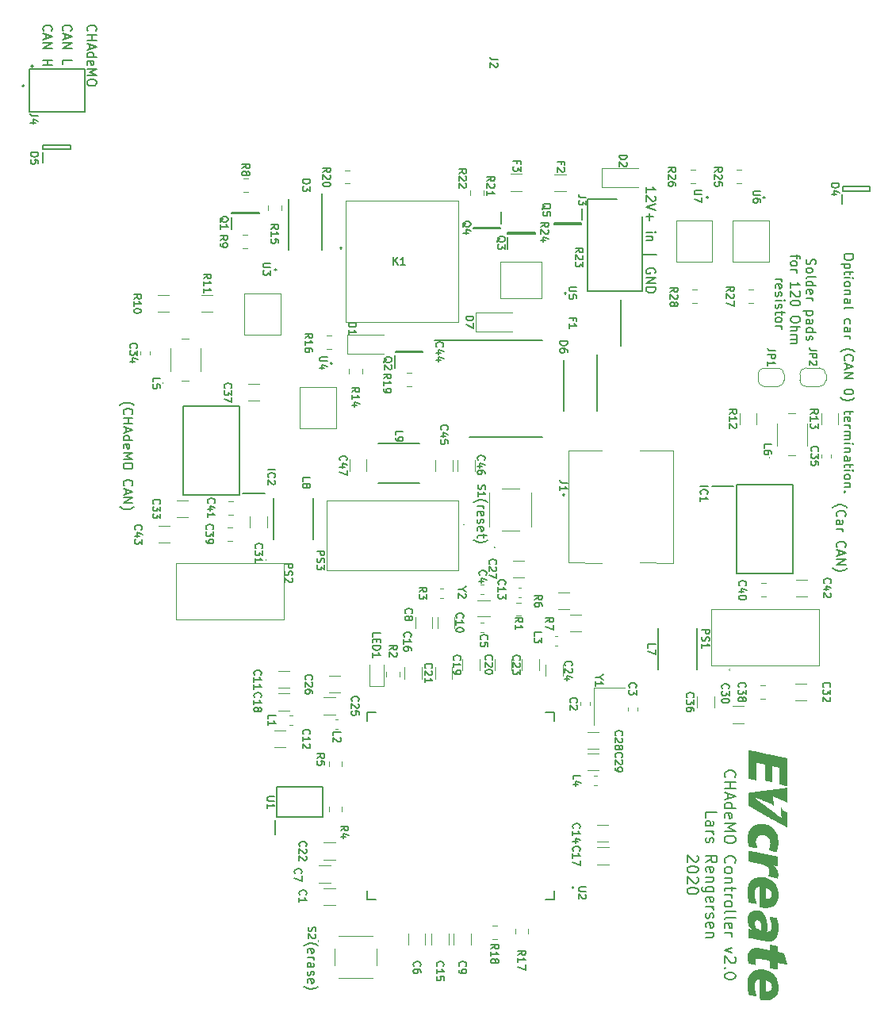
<source format=gto>
G04 #@! TF.GenerationSoftware,KiCad,Pcbnew,(5.1.6-0-10_14)*
G04 #@! TF.CreationDate,2020-09-25T20:25:35+02:00*
G04 #@! TF.ProjectId,CHAdeMO_V2.0,43484164-654d-44f5-9f56-322e302e6b69,rev?*
G04 #@! TF.SameCoordinates,Original*
G04 #@! TF.FileFunction,Legend,Top*
G04 #@! TF.FilePolarity,Positive*
%FSLAX46Y46*%
G04 Gerber Fmt 4.6, Leading zero omitted, Abs format (unit mm)*
G04 Created by KiCad (PCBNEW (5.1.6-0-10_14)) date 2020-09-25 20:25:35*
%MOMM*%
%LPD*%
G01*
G04 APERTURE LIST*
%ADD10C,0.150000*%
%ADD11C,0.200000*%
%ADD12C,0.120000*%
%ADD13C,0.100000*%
%ADD14C,0.127000*%
%ADD15C,0.010000*%
G04 APERTURE END LIST*
D10*
X56589657Y-43021428D02*
X56542038Y-42973809D01*
X56494419Y-42830952D01*
X56494419Y-42735714D01*
X56542038Y-42592856D01*
X56637276Y-42497618D01*
X56732514Y-42449999D01*
X56922990Y-42402380D01*
X57065847Y-42402380D01*
X57256323Y-42449999D01*
X57351561Y-42497618D01*
X57446800Y-42592856D01*
X57494419Y-42735714D01*
X57494419Y-42830952D01*
X57446800Y-42973809D01*
X57399180Y-43021428D01*
X56494419Y-43449999D02*
X57494419Y-43449999D01*
X57018228Y-43449999D02*
X57018228Y-44021428D01*
X56494419Y-44021428D02*
X57494419Y-44021428D01*
X56780133Y-44449999D02*
X56780133Y-44926190D01*
X56494419Y-44354761D02*
X57494419Y-44688095D01*
X56494419Y-45021428D01*
X56494419Y-45783333D02*
X57494419Y-45783333D01*
X56542038Y-45783333D02*
X56494419Y-45688095D01*
X56494419Y-45497618D01*
X56542038Y-45402380D01*
X56589657Y-45354761D01*
X56684895Y-45307142D01*
X56970609Y-45307142D01*
X57065847Y-45354761D01*
X57113466Y-45402380D01*
X57161085Y-45497618D01*
X57161085Y-45688095D01*
X57113466Y-45783333D01*
X56542038Y-46640476D02*
X56494419Y-46545237D01*
X56494419Y-46354761D01*
X56542038Y-46259523D01*
X56637276Y-46211904D01*
X57018228Y-46211904D01*
X57113466Y-46259523D01*
X57161085Y-46354761D01*
X57161085Y-46545237D01*
X57113466Y-46640476D01*
X57018228Y-46688095D01*
X56922990Y-46688095D01*
X56827752Y-46211904D01*
X56494419Y-47116666D02*
X57494419Y-47116666D01*
X56780133Y-47449999D01*
X57494419Y-47783333D01*
X56494419Y-47783333D01*
X57494419Y-48449999D02*
X57494419Y-48640476D01*
X57446800Y-48735714D01*
X57351561Y-48830952D01*
X57161085Y-48878571D01*
X56827752Y-48878571D01*
X56637276Y-48830952D01*
X56542038Y-48735714D01*
X56494419Y-48640476D01*
X56494419Y-48449999D01*
X56542038Y-48354761D01*
X56637276Y-48259523D01*
X56827752Y-48211904D01*
X57161085Y-48211904D01*
X57351561Y-48259523D01*
X57446800Y-48354761D01*
X57494419Y-48449999D01*
X53948057Y-43021428D02*
X53900438Y-42973809D01*
X53852819Y-42830952D01*
X53852819Y-42735714D01*
X53900438Y-42592857D01*
X53995676Y-42497619D01*
X54090914Y-42450000D01*
X54281390Y-42402380D01*
X54424247Y-42402380D01*
X54614723Y-42450000D01*
X54709961Y-42497619D01*
X54805200Y-42592857D01*
X54852819Y-42735714D01*
X54852819Y-42830952D01*
X54805200Y-42973809D01*
X54757580Y-43021428D01*
X54138533Y-43402380D02*
X54138533Y-43878571D01*
X53852819Y-43307142D02*
X54852819Y-43640476D01*
X53852819Y-43973809D01*
X53852819Y-44307142D02*
X54852819Y-44307142D01*
X53852819Y-44878571D01*
X54852819Y-44878571D01*
X53852819Y-46592857D02*
X53852819Y-46116666D01*
X54852819Y-46116666D01*
X51865257Y-43021428D02*
X51817638Y-42973809D01*
X51770019Y-42830952D01*
X51770019Y-42735714D01*
X51817638Y-42592857D01*
X51912876Y-42497619D01*
X52008114Y-42450000D01*
X52198590Y-42402381D01*
X52341447Y-42402381D01*
X52531923Y-42450000D01*
X52627161Y-42497619D01*
X52722400Y-42592857D01*
X52770019Y-42735714D01*
X52770019Y-42830952D01*
X52722400Y-42973809D01*
X52674780Y-43021428D01*
X52055733Y-43402381D02*
X52055733Y-43878571D01*
X51770019Y-43307143D02*
X52770019Y-43640476D01*
X51770019Y-43973809D01*
X51770019Y-44307143D02*
X52770019Y-44307143D01*
X51770019Y-44878571D01*
X52770019Y-44878571D01*
X51770019Y-46116667D02*
X52770019Y-46116667D01*
X52293828Y-46116667D02*
X52293828Y-46688095D01*
X51770019Y-46688095D02*
X52770019Y-46688095D01*
X133325238Y-67370914D02*
X133277619Y-67513771D01*
X133277619Y-67751866D01*
X133325238Y-67847104D01*
X133372857Y-67894723D01*
X133468095Y-67942342D01*
X133563333Y-67942342D01*
X133658571Y-67894723D01*
X133706190Y-67847104D01*
X133753809Y-67751866D01*
X133801428Y-67561390D01*
X133849047Y-67466152D01*
X133896666Y-67418533D01*
X133991904Y-67370914D01*
X134087142Y-67370914D01*
X134182380Y-67418533D01*
X134230000Y-67466152D01*
X134277619Y-67561390D01*
X134277619Y-67799485D01*
X134230000Y-67942342D01*
X133277619Y-68513771D02*
X133325238Y-68418533D01*
X133372857Y-68370914D01*
X133468095Y-68323295D01*
X133753809Y-68323295D01*
X133849047Y-68370914D01*
X133896666Y-68418533D01*
X133944285Y-68513771D01*
X133944285Y-68656628D01*
X133896666Y-68751866D01*
X133849047Y-68799485D01*
X133753809Y-68847104D01*
X133468095Y-68847104D01*
X133372857Y-68799485D01*
X133325238Y-68751866D01*
X133277619Y-68656628D01*
X133277619Y-68513771D01*
X133277619Y-69418533D02*
X133325238Y-69323295D01*
X133420476Y-69275676D01*
X134277619Y-69275676D01*
X133277619Y-70228057D02*
X134277619Y-70228057D01*
X133325238Y-70228057D02*
X133277619Y-70132819D01*
X133277619Y-69942342D01*
X133325238Y-69847104D01*
X133372857Y-69799485D01*
X133468095Y-69751866D01*
X133753809Y-69751866D01*
X133849047Y-69799485D01*
X133896666Y-69847104D01*
X133944285Y-69942342D01*
X133944285Y-70132819D01*
X133896666Y-70228057D01*
X133325238Y-71085200D02*
X133277619Y-70989961D01*
X133277619Y-70799485D01*
X133325238Y-70704247D01*
X133420476Y-70656628D01*
X133801428Y-70656628D01*
X133896666Y-70704247D01*
X133944285Y-70799485D01*
X133944285Y-70989961D01*
X133896666Y-71085200D01*
X133801428Y-71132819D01*
X133706190Y-71132819D01*
X133610952Y-70656628D01*
X133277619Y-71561390D02*
X133944285Y-71561390D01*
X133753809Y-71561390D02*
X133849047Y-71609009D01*
X133896666Y-71656628D01*
X133944285Y-71751866D01*
X133944285Y-71847104D01*
X133944285Y-72942342D02*
X132944285Y-72942342D01*
X133896666Y-72942342D02*
X133944285Y-73037580D01*
X133944285Y-73228057D01*
X133896666Y-73323295D01*
X133849047Y-73370914D01*
X133753809Y-73418533D01*
X133468095Y-73418533D01*
X133372857Y-73370914D01*
X133325238Y-73323295D01*
X133277619Y-73228057D01*
X133277619Y-73037580D01*
X133325238Y-72942342D01*
X133277619Y-74275676D02*
X133801428Y-74275676D01*
X133896666Y-74228057D01*
X133944285Y-74132819D01*
X133944285Y-73942342D01*
X133896666Y-73847104D01*
X133325238Y-74275676D02*
X133277619Y-74180438D01*
X133277619Y-73942342D01*
X133325238Y-73847104D01*
X133420476Y-73799485D01*
X133515714Y-73799485D01*
X133610952Y-73847104D01*
X133658571Y-73942342D01*
X133658571Y-74180438D01*
X133706190Y-74275676D01*
X133277619Y-75180438D02*
X134277619Y-75180438D01*
X133325238Y-75180438D02*
X133277619Y-75085200D01*
X133277619Y-74894723D01*
X133325238Y-74799485D01*
X133372857Y-74751866D01*
X133468095Y-74704247D01*
X133753809Y-74704247D01*
X133849047Y-74751866D01*
X133896666Y-74799485D01*
X133944285Y-74894723D01*
X133944285Y-75085200D01*
X133896666Y-75180438D01*
X133325238Y-75609009D02*
X133277619Y-75704247D01*
X133277619Y-75894723D01*
X133325238Y-75989961D01*
X133420476Y-76037580D01*
X133468095Y-76037580D01*
X133563333Y-75989961D01*
X133610952Y-75894723D01*
X133610952Y-75751866D01*
X133658571Y-75656628D01*
X133753809Y-75609009D01*
X133801428Y-75609009D01*
X133896666Y-75656628D01*
X133944285Y-75751866D01*
X133944285Y-75894723D01*
X133896666Y-75989961D01*
X132294285Y-66918533D02*
X132294285Y-67299485D01*
X131627619Y-67061390D02*
X132484761Y-67061390D01*
X132580000Y-67109009D01*
X132627619Y-67204247D01*
X132627619Y-67299485D01*
X131627619Y-67775676D02*
X131675238Y-67680438D01*
X131722857Y-67632819D01*
X131818095Y-67585200D01*
X132103809Y-67585200D01*
X132199047Y-67632819D01*
X132246666Y-67680438D01*
X132294285Y-67775676D01*
X132294285Y-67918533D01*
X132246666Y-68013771D01*
X132199047Y-68061390D01*
X132103809Y-68109009D01*
X131818095Y-68109009D01*
X131722857Y-68061390D01*
X131675238Y-68013771D01*
X131627619Y-67918533D01*
X131627619Y-67775676D01*
X131627619Y-68537580D02*
X132294285Y-68537580D01*
X132103809Y-68537580D02*
X132199047Y-68585200D01*
X132246666Y-68632819D01*
X132294285Y-68728057D01*
X132294285Y-68823295D01*
X131627619Y-70442342D02*
X131627619Y-69870914D01*
X131627619Y-70156628D02*
X132627619Y-70156628D01*
X132484761Y-70061390D01*
X132389523Y-69966152D01*
X132341904Y-69870914D01*
X132532380Y-70823295D02*
X132580000Y-70870914D01*
X132627619Y-70966152D01*
X132627619Y-71204247D01*
X132580000Y-71299485D01*
X132532380Y-71347104D01*
X132437142Y-71394723D01*
X132341904Y-71394723D01*
X132199047Y-71347104D01*
X131627619Y-70775676D01*
X131627619Y-71394723D01*
X132627619Y-72013771D02*
X132627619Y-72109009D01*
X132580000Y-72204247D01*
X132532380Y-72251866D01*
X132437142Y-72299485D01*
X132246666Y-72347104D01*
X132008571Y-72347104D01*
X131818095Y-72299485D01*
X131722857Y-72251866D01*
X131675238Y-72204247D01*
X131627619Y-72109009D01*
X131627619Y-72013771D01*
X131675238Y-71918533D01*
X131722857Y-71870914D01*
X131818095Y-71823295D01*
X132008571Y-71775676D01*
X132246666Y-71775676D01*
X132437142Y-71823295D01*
X132532380Y-71870914D01*
X132580000Y-71918533D01*
X132627619Y-72013771D01*
X132627619Y-73728057D02*
X132627619Y-73918533D01*
X132580000Y-74013771D01*
X132484761Y-74109009D01*
X132294285Y-74156628D01*
X131960952Y-74156628D01*
X131770476Y-74109009D01*
X131675238Y-74013771D01*
X131627619Y-73918533D01*
X131627619Y-73728057D01*
X131675238Y-73632819D01*
X131770476Y-73537580D01*
X131960952Y-73489961D01*
X132294285Y-73489961D01*
X132484761Y-73537580D01*
X132580000Y-73632819D01*
X132627619Y-73728057D01*
X131627619Y-74585200D02*
X132627619Y-74585200D01*
X131627619Y-75013771D02*
X132151428Y-75013771D01*
X132246666Y-74966152D01*
X132294285Y-74870914D01*
X132294285Y-74728057D01*
X132246666Y-74632819D01*
X132199047Y-74585200D01*
X131627619Y-75489961D02*
X132294285Y-75489961D01*
X132199047Y-75489961D02*
X132246666Y-75537580D01*
X132294285Y-75632819D01*
X132294285Y-75775676D01*
X132246666Y-75870914D01*
X132151428Y-75918533D01*
X131627619Y-75918533D01*
X132151428Y-75918533D02*
X132246666Y-75966152D01*
X132294285Y-76061390D01*
X132294285Y-76204247D01*
X132246666Y-76299485D01*
X132151428Y-76347104D01*
X131627619Y-76347104D01*
X129977619Y-69489961D02*
X130644285Y-69489961D01*
X130453809Y-69489961D02*
X130549047Y-69537580D01*
X130596666Y-69585200D01*
X130644285Y-69680438D01*
X130644285Y-69775676D01*
X130025238Y-70489961D02*
X129977619Y-70394723D01*
X129977619Y-70204247D01*
X130025238Y-70109009D01*
X130120476Y-70061390D01*
X130501428Y-70061390D01*
X130596666Y-70109009D01*
X130644285Y-70204247D01*
X130644285Y-70394723D01*
X130596666Y-70489961D01*
X130501428Y-70537580D01*
X130406190Y-70537580D01*
X130310952Y-70061390D01*
X130025238Y-70918533D02*
X129977619Y-71013771D01*
X129977619Y-71204247D01*
X130025238Y-71299485D01*
X130120476Y-71347104D01*
X130168095Y-71347104D01*
X130263333Y-71299485D01*
X130310952Y-71204247D01*
X130310952Y-71061390D01*
X130358571Y-70966152D01*
X130453809Y-70918533D01*
X130501428Y-70918533D01*
X130596666Y-70966152D01*
X130644285Y-71061390D01*
X130644285Y-71204247D01*
X130596666Y-71299485D01*
X129977619Y-71775676D02*
X130644285Y-71775676D01*
X130977619Y-71775676D02*
X130930000Y-71728057D01*
X130882380Y-71775676D01*
X130930000Y-71823295D01*
X130977619Y-71775676D01*
X130882380Y-71775676D01*
X130025238Y-72204247D02*
X129977619Y-72299485D01*
X129977619Y-72489961D01*
X130025238Y-72585200D01*
X130120476Y-72632819D01*
X130168095Y-72632819D01*
X130263333Y-72585200D01*
X130310952Y-72489961D01*
X130310952Y-72347104D01*
X130358571Y-72251866D01*
X130453809Y-72204247D01*
X130501428Y-72204247D01*
X130596666Y-72251866D01*
X130644285Y-72347104D01*
X130644285Y-72489961D01*
X130596666Y-72585200D01*
X130644285Y-72918533D02*
X130644285Y-73299485D01*
X130977619Y-73061390D02*
X130120476Y-73061390D01*
X130025238Y-73109009D01*
X129977619Y-73204247D01*
X129977619Y-73299485D01*
X129977619Y-73775676D02*
X130025238Y-73680438D01*
X130072857Y-73632819D01*
X130168095Y-73585200D01*
X130453809Y-73585200D01*
X130549047Y-73632819D01*
X130596666Y-73680438D01*
X130644285Y-73775676D01*
X130644285Y-73918533D01*
X130596666Y-74013771D01*
X130549047Y-74061390D01*
X130453809Y-74109009D01*
X130168095Y-74109009D01*
X130072857Y-74061390D01*
X130025238Y-74013771D01*
X129977619Y-73918533D01*
X129977619Y-73775676D01*
X129977619Y-74537580D02*
X130644285Y-74537580D01*
X130453809Y-74537580D02*
X130549047Y-74585200D01*
X130596666Y-74632819D01*
X130644285Y-74728057D01*
X130644285Y-74823295D01*
D11*
X124670228Y-122699800D02*
X124613085Y-122642657D01*
X124555942Y-122471228D01*
X124555942Y-122356942D01*
X124613085Y-122185514D01*
X124727371Y-122071228D01*
X124841657Y-122014085D01*
X125070228Y-121956942D01*
X125241657Y-121956942D01*
X125470228Y-122014085D01*
X125584514Y-122071228D01*
X125698800Y-122185514D01*
X125755942Y-122356942D01*
X125755942Y-122471228D01*
X125698800Y-122642657D01*
X125641657Y-122699800D01*
X124555942Y-123214085D02*
X125755942Y-123214085D01*
X125184514Y-123214085D02*
X125184514Y-123899800D01*
X124555942Y-123899800D02*
X125755942Y-123899800D01*
X124898800Y-124414085D02*
X124898800Y-124985514D01*
X124555942Y-124299800D02*
X125755942Y-124699800D01*
X124555942Y-125099800D01*
X124555942Y-126014085D02*
X125755942Y-126014085D01*
X124613085Y-126014085D02*
X124555942Y-125899800D01*
X124555942Y-125671228D01*
X124613085Y-125556942D01*
X124670228Y-125499800D01*
X124784514Y-125442657D01*
X125127371Y-125442657D01*
X125241657Y-125499800D01*
X125298800Y-125556942D01*
X125355942Y-125671228D01*
X125355942Y-125899800D01*
X125298800Y-126014085D01*
X124613085Y-127042657D02*
X124555942Y-126928371D01*
X124555942Y-126699800D01*
X124613085Y-126585514D01*
X124727371Y-126528371D01*
X125184514Y-126528371D01*
X125298800Y-126585514D01*
X125355942Y-126699800D01*
X125355942Y-126928371D01*
X125298800Y-127042657D01*
X125184514Y-127099800D01*
X125070228Y-127099800D01*
X124955942Y-126528371D01*
X124555942Y-127614085D02*
X125755942Y-127614085D01*
X124898800Y-128014085D01*
X125755942Y-128414085D01*
X124555942Y-128414085D01*
X125755942Y-129214085D02*
X125755942Y-129442657D01*
X125698800Y-129556942D01*
X125584514Y-129671228D01*
X125355942Y-129728371D01*
X124955942Y-129728371D01*
X124727371Y-129671228D01*
X124613085Y-129556942D01*
X124555942Y-129442657D01*
X124555942Y-129214085D01*
X124613085Y-129099800D01*
X124727371Y-128985514D01*
X124955942Y-128928371D01*
X125355942Y-128928371D01*
X125584514Y-128985514D01*
X125698800Y-129099800D01*
X125755942Y-129214085D01*
X124670228Y-131842657D02*
X124613085Y-131785514D01*
X124555942Y-131614085D01*
X124555942Y-131499800D01*
X124613085Y-131328371D01*
X124727371Y-131214085D01*
X124841657Y-131156942D01*
X125070228Y-131099800D01*
X125241657Y-131099800D01*
X125470228Y-131156942D01*
X125584514Y-131214085D01*
X125698800Y-131328371D01*
X125755942Y-131499800D01*
X125755942Y-131614085D01*
X125698800Y-131785514D01*
X125641657Y-131842657D01*
X124555942Y-132528371D02*
X124613085Y-132414085D01*
X124670228Y-132356942D01*
X124784514Y-132299800D01*
X125127371Y-132299800D01*
X125241657Y-132356942D01*
X125298800Y-132414085D01*
X125355942Y-132528371D01*
X125355942Y-132699800D01*
X125298800Y-132814085D01*
X125241657Y-132871228D01*
X125127371Y-132928371D01*
X124784514Y-132928371D01*
X124670228Y-132871228D01*
X124613085Y-132814085D01*
X124555942Y-132699800D01*
X124555942Y-132528371D01*
X125355942Y-133442657D02*
X124555942Y-133442657D01*
X125241657Y-133442657D02*
X125298800Y-133499800D01*
X125355942Y-133614085D01*
X125355942Y-133785514D01*
X125298800Y-133899800D01*
X125184514Y-133956942D01*
X124555942Y-133956942D01*
X125355942Y-134356942D02*
X125355942Y-134814085D01*
X125755942Y-134528371D02*
X124727371Y-134528371D01*
X124613085Y-134585514D01*
X124555942Y-134699800D01*
X124555942Y-134814085D01*
X124555942Y-135214085D02*
X125355942Y-135214085D01*
X125127371Y-135214085D02*
X125241657Y-135271228D01*
X125298800Y-135328371D01*
X125355942Y-135442657D01*
X125355942Y-135556942D01*
X124555942Y-136128371D02*
X124613085Y-136014085D01*
X124670228Y-135956942D01*
X124784514Y-135899800D01*
X125127371Y-135899800D01*
X125241657Y-135956942D01*
X125298800Y-136014085D01*
X125355942Y-136128371D01*
X125355942Y-136299800D01*
X125298800Y-136414085D01*
X125241657Y-136471228D01*
X125127371Y-136528371D01*
X124784514Y-136528371D01*
X124670228Y-136471228D01*
X124613085Y-136414085D01*
X124555942Y-136299800D01*
X124555942Y-136128371D01*
X124555942Y-137214085D02*
X124613085Y-137099800D01*
X124727371Y-137042657D01*
X125755942Y-137042657D01*
X124555942Y-137842657D02*
X124613085Y-137728371D01*
X124727371Y-137671228D01*
X125755942Y-137671228D01*
X124613085Y-138756942D02*
X124555942Y-138642657D01*
X124555942Y-138414085D01*
X124613085Y-138299800D01*
X124727371Y-138242657D01*
X125184514Y-138242657D01*
X125298800Y-138299800D01*
X125355942Y-138414085D01*
X125355942Y-138642657D01*
X125298800Y-138756942D01*
X125184514Y-138814085D01*
X125070228Y-138814085D01*
X124955942Y-138242657D01*
X124555942Y-139328371D02*
X125355942Y-139328371D01*
X125127371Y-139328371D02*
X125241657Y-139385514D01*
X125298800Y-139442657D01*
X125355942Y-139556942D01*
X125355942Y-139671228D01*
X125355942Y-140871228D02*
X124555942Y-141156942D01*
X125355942Y-141442657D01*
X125641657Y-141842657D02*
X125698800Y-141899800D01*
X125755942Y-142014085D01*
X125755942Y-142299800D01*
X125698800Y-142414085D01*
X125641657Y-142471228D01*
X125527371Y-142528371D01*
X125413085Y-142528371D01*
X125241657Y-142471228D01*
X124555942Y-141785514D01*
X124555942Y-142528371D01*
X124670228Y-143042657D02*
X124613085Y-143099800D01*
X124555942Y-143042657D01*
X124613085Y-142985514D01*
X124670228Y-143042657D01*
X124555942Y-143042657D01*
X125755942Y-143842657D02*
X125755942Y-143956942D01*
X125698800Y-144071228D01*
X125641657Y-144128371D01*
X125527371Y-144185514D01*
X125298800Y-144242657D01*
X125013085Y-144242657D01*
X124784514Y-144185514D01*
X124670228Y-144128371D01*
X124613085Y-144071228D01*
X124555942Y-143956942D01*
X124555942Y-143842657D01*
X124613085Y-143728371D01*
X124670228Y-143671228D01*
X124784514Y-143614085D01*
X125013085Y-143556942D01*
X125298800Y-143556942D01*
X125527371Y-143614085D01*
X125641657Y-143671228D01*
X125698800Y-143728371D01*
X125755942Y-143842657D01*
X122555942Y-126985514D02*
X122555942Y-126414085D01*
X123755942Y-126414085D01*
X122555942Y-127899800D02*
X123184514Y-127899800D01*
X123298800Y-127842657D01*
X123355942Y-127728371D01*
X123355942Y-127499800D01*
X123298800Y-127385514D01*
X122613085Y-127899800D02*
X122555942Y-127785514D01*
X122555942Y-127499800D01*
X122613085Y-127385514D01*
X122727371Y-127328371D01*
X122841657Y-127328371D01*
X122955942Y-127385514D01*
X123013085Y-127499800D01*
X123013085Y-127785514D01*
X123070228Y-127899800D01*
X122555942Y-128471228D02*
X123355942Y-128471228D01*
X123127371Y-128471228D02*
X123241657Y-128528371D01*
X123298800Y-128585514D01*
X123355942Y-128699800D01*
X123355942Y-128814085D01*
X122613085Y-129156942D02*
X122555942Y-129271228D01*
X122555942Y-129499800D01*
X122613085Y-129614085D01*
X122727371Y-129671228D01*
X122784514Y-129671228D01*
X122898800Y-129614085D01*
X122955942Y-129499800D01*
X122955942Y-129328371D01*
X123013085Y-129214085D01*
X123127371Y-129156942D01*
X123184514Y-129156942D01*
X123298800Y-129214085D01*
X123355942Y-129328371D01*
X123355942Y-129499800D01*
X123298800Y-129614085D01*
X122555942Y-131785514D02*
X123127371Y-131385514D01*
X122555942Y-131099800D02*
X123755942Y-131099800D01*
X123755942Y-131556942D01*
X123698800Y-131671228D01*
X123641657Y-131728371D01*
X123527371Y-131785514D01*
X123355942Y-131785514D01*
X123241657Y-131728371D01*
X123184514Y-131671228D01*
X123127371Y-131556942D01*
X123127371Y-131099800D01*
X122613085Y-132756942D02*
X122555942Y-132642657D01*
X122555942Y-132414085D01*
X122613085Y-132299800D01*
X122727371Y-132242657D01*
X123184514Y-132242657D01*
X123298800Y-132299800D01*
X123355942Y-132414085D01*
X123355942Y-132642657D01*
X123298800Y-132756942D01*
X123184514Y-132814085D01*
X123070228Y-132814085D01*
X122955942Y-132242657D01*
X123355942Y-133328371D02*
X122555942Y-133328371D01*
X123241657Y-133328371D02*
X123298800Y-133385514D01*
X123355942Y-133499800D01*
X123355942Y-133671228D01*
X123298800Y-133785514D01*
X123184514Y-133842657D01*
X122555942Y-133842657D01*
X123355942Y-134928371D02*
X122384514Y-134928371D01*
X122270228Y-134871228D01*
X122213085Y-134814085D01*
X122155942Y-134699800D01*
X122155942Y-134528371D01*
X122213085Y-134414085D01*
X122613085Y-134928371D02*
X122555942Y-134814085D01*
X122555942Y-134585514D01*
X122613085Y-134471228D01*
X122670228Y-134414085D01*
X122784514Y-134356942D01*
X123127371Y-134356942D01*
X123241657Y-134414085D01*
X123298800Y-134471228D01*
X123355942Y-134585514D01*
X123355942Y-134814085D01*
X123298800Y-134928371D01*
X122613085Y-135956942D02*
X122555942Y-135842657D01*
X122555942Y-135614085D01*
X122613085Y-135499800D01*
X122727371Y-135442657D01*
X123184514Y-135442657D01*
X123298800Y-135499800D01*
X123355942Y-135614085D01*
X123355942Y-135842657D01*
X123298800Y-135956942D01*
X123184514Y-136014085D01*
X123070228Y-136014085D01*
X122955942Y-135442657D01*
X122555942Y-136528371D02*
X123355942Y-136528371D01*
X123127371Y-136528371D02*
X123241657Y-136585514D01*
X123298800Y-136642657D01*
X123355942Y-136756942D01*
X123355942Y-136871228D01*
X122613085Y-137214085D02*
X122555942Y-137328371D01*
X122555942Y-137556942D01*
X122613085Y-137671228D01*
X122727371Y-137728371D01*
X122784514Y-137728371D01*
X122898800Y-137671228D01*
X122955942Y-137556942D01*
X122955942Y-137385514D01*
X123013085Y-137271228D01*
X123127371Y-137214085D01*
X123184514Y-137214085D01*
X123298800Y-137271228D01*
X123355942Y-137385514D01*
X123355942Y-137556942D01*
X123298800Y-137671228D01*
X122613085Y-138699800D02*
X122555942Y-138585514D01*
X122555942Y-138356942D01*
X122613085Y-138242657D01*
X122727371Y-138185514D01*
X123184514Y-138185514D01*
X123298800Y-138242657D01*
X123355942Y-138356942D01*
X123355942Y-138585514D01*
X123298800Y-138699800D01*
X123184514Y-138756942D01*
X123070228Y-138756942D01*
X122955942Y-138185514D01*
X123355942Y-139271228D02*
X122555942Y-139271228D01*
X123241657Y-139271228D02*
X123298800Y-139328371D01*
X123355942Y-139442657D01*
X123355942Y-139614085D01*
X123298800Y-139728371D01*
X123184514Y-139785514D01*
X122555942Y-139785514D01*
X121641657Y-131042657D02*
X121698800Y-131099800D01*
X121755942Y-131214085D01*
X121755942Y-131499800D01*
X121698800Y-131614085D01*
X121641657Y-131671228D01*
X121527371Y-131728371D01*
X121413085Y-131728371D01*
X121241657Y-131671228D01*
X120555942Y-130985514D01*
X120555942Y-131728371D01*
X121755942Y-132471228D02*
X121755942Y-132585514D01*
X121698800Y-132699800D01*
X121641657Y-132756942D01*
X121527371Y-132814085D01*
X121298800Y-132871228D01*
X121013085Y-132871228D01*
X120784514Y-132814085D01*
X120670228Y-132756942D01*
X120613085Y-132699800D01*
X120555942Y-132585514D01*
X120555942Y-132471228D01*
X120613085Y-132356942D01*
X120670228Y-132299800D01*
X120784514Y-132242657D01*
X121013085Y-132185514D01*
X121298800Y-132185514D01*
X121527371Y-132242657D01*
X121641657Y-132299800D01*
X121698800Y-132356942D01*
X121755942Y-132471228D01*
X121641657Y-133328371D02*
X121698800Y-133385514D01*
X121755942Y-133499800D01*
X121755942Y-133785514D01*
X121698800Y-133899800D01*
X121641657Y-133956942D01*
X121527371Y-134014085D01*
X121413085Y-134014085D01*
X121241657Y-133956942D01*
X120555942Y-133271228D01*
X120555942Y-134014085D01*
X121755942Y-134756942D02*
X121755942Y-134871228D01*
X121698800Y-134985514D01*
X121641657Y-135042657D01*
X121527371Y-135099800D01*
X121298800Y-135156942D01*
X121013085Y-135156942D01*
X120784514Y-135099800D01*
X120670228Y-135042657D01*
X120613085Y-134985514D01*
X120555942Y-134871228D01*
X120555942Y-134756942D01*
X120613085Y-134642657D01*
X120670228Y-134585514D01*
X120784514Y-134528371D01*
X121013085Y-134471228D01*
X121298800Y-134471228D01*
X121527371Y-134528371D01*
X121641657Y-134585514D01*
X121698800Y-134642657D01*
X121755942Y-134756942D01*
D10*
X138317219Y-67027447D02*
X138317219Y-67217923D01*
X138269600Y-67313161D01*
X138174361Y-67408400D01*
X137983885Y-67456019D01*
X137650552Y-67456019D01*
X137460076Y-67408400D01*
X137364838Y-67313161D01*
X137317219Y-67217923D01*
X137317219Y-67027447D01*
X137364838Y-66932209D01*
X137460076Y-66836971D01*
X137650552Y-66789352D01*
X137983885Y-66789352D01*
X138174361Y-66836971D01*
X138269600Y-66932209D01*
X138317219Y-67027447D01*
X137983885Y-67884590D02*
X136983885Y-67884590D01*
X137936266Y-67884590D02*
X137983885Y-67979828D01*
X137983885Y-68170304D01*
X137936266Y-68265542D01*
X137888647Y-68313161D01*
X137793409Y-68360780D01*
X137507695Y-68360780D01*
X137412457Y-68313161D01*
X137364838Y-68265542D01*
X137317219Y-68170304D01*
X137317219Y-67979828D01*
X137364838Y-67884590D01*
X137983885Y-68646495D02*
X137983885Y-69027447D01*
X138317219Y-68789352D02*
X137460076Y-68789352D01*
X137364838Y-68836971D01*
X137317219Y-68932209D01*
X137317219Y-69027447D01*
X137317219Y-69360780D02*
X137983885Y-69360780D01*
X138317219Y-69360780D02*
X138269600Y-69313161D01*
X138221980Y-69360780D01*
X138269600Y-69408400D01*
X138317219Y-69360780D01*
X138221980Y-69360780D01*
X137317219Y-69979828D02*
X137364838Y-69884590D01*
X137412457Y-69836971D01*
X137507695Y-69789352D01*
X137793409Y-69789352D01*
X137888647Y-69836971D01*
X137936266Y-69884590D01*
X137983885Y-69979828D01*
X137983885Y-70122685D01*
X137936266Y-70217923D01*
X137888647Y-70265542D01*
X137793409Y-70313161D01*
X137507695Y-70313161D01*
X137412457Y-70265542D01*
X137364838Y-70217923D01*
X137317219Y-70122685D01*
X137317219Y-69979828D01*
X137983885Y-70741733D02*
X137317219Y-70741733D01*
X137888647Y-70741733D02*
X137936266Y-70789352D01*
X137983885Y-70884590D01*
X137983885Y-71027447D01*
X137936266Y-71122685D01*
X137841028Y-71170304D01*
X137317219Y-71170304D01*
X137317219Y-72075066D02*
X137841028Y-72075066D01*
X137936266Y-72027447D01*
X137983885Y-71932209D01*
X137983885Y-71741733D01*
X137936266Y-71646495D01*
X137364838Y-72075066D02*
X137317219Y-71979828D01*
X137317219Y-71741733D01*
X137364838Y-71646495D01*
X137460076Y-71598876D01*
X137555314Y-71598876D01*
X137650552Y-71646495D01*
X137698171Y-71741733D01*
X137698171Y-71979828D01*
X137745790Y-72075066D01*
X137317219Y-72694114D02*
X137364838Y-72598876D01*
X137460076Y-72551257D01*
X138317219Y-72551257D01*
X137364838Y-74265542D02*
X137317219Y-74170304D01*
X137317219Y-73979828D01*
X137364838Y-73884590D01*
X137412457Y-73836971D01*
X137507695Y-73789352D01*
X137793409Y-73789352D01*
X137888647Y-73836971D01*
X137936266Y-73884590D01*
X137983885Y-73979828D01*
X137983885Y-74170304D01*
X137936266Y-74265542D01*
X137317219Y-75122685D02*
X137841028Y-75122685D01*
X137936266Y-75075066D01*
X137983885Y-74979828D01*
X137983885Y-74789352D01*
X137936266Y-74694114D01*
X137364838Y-75122685D02*
X137317219Y-75027447D01*
X137317219Y-74789352D01*
X137364838Y-74694114D01*
X137460076Y-74646495D01*
X137555314Y-74646495D01*
X137650552Y-74694114D01*
X137698171Y-74789352D01*
X137698171Y-75027447D01*
X137745790Y-75122685D01*
X137317219Y-75598876D02*
X137983885Y-75598876D01*
X137793409Y-75598876D02*
X137888647Y-75646495D01*
X137936266Y-75694114D01*
X137983885Y-75789352D01*
X137983885Y-75884590D01*
X136936266Y-77265542D02*
X136983885Y-77217923D01*
X137126742Y-77122685D01*
X137221980Y-77075066D01*
X137364838Y-77027447D01*
X137602933Y-76979828D01*
X137793409Y-76979828D01*
X138031504Y-77027447D01*
X138174361Y-77075066D01*
X138269600Y-77122685D01*
X138412457Y-77217923D01*
X138460076Y-77265542D01*
X137412457Y-78217923D02*
X137364838Y-78170304D01*
X137317219Y-78027447D01*
X137317219Y-77932209D01*
X137364838Y-77789352D01*
X137460076Y-77694114D01*
X137555314Y-77646495D01*
X137745790Y-77598876D01*
X137888647Y-77598876D01*
X138079123Y-77646495D01*
X138174361Y-77694114D01*
X138269600Y-77789352D01*
X138317219Y-77932209D01*
X138317219Y-78027447D01*
X138269600Y-78170304D01*
X138221980Y-78217923D01*
X137602933Y-78598876D02*
X137602933Y-79075066D01*
X137317219Y-78503638D02*
X138317219Y-78836971D01*
X137317219Y-79170304D01*
X137317219Y-79503638D02*
X138317219Y-79503638D01*
X137317219Y-80075066D01*
X138317219Y-80075066D01*
X138317219Y-81503638D02*
X138317219Y-81598876D01*
X138269600Y-81694114D01*
X138221980Y-81741733D01*
X138126742Y-81789352D01*
X137936266Y-81836971D01*
X137698171Y-81836971D01*
X137507695Y-81789352D01*
X137412457Y-81741733D01*
X137364838Y-81694114D01*
X137317219Y-81598876D01*
X137317219Y-81503638D01*
X137364838Y-81408400D01*
X137412457Y-81360780D01*
X137507695Y-81313161D01*
X137698171Y-81265542D01*
X137936266Y-81265542D01*
X138126742Y-81313161D01*
X138221980Y-81360780D01*
X138269600Y-81408400D01*
X138317219Y-81503638D01*
X136936266Y-82170304D02*
X136983885Y-82217923D01*
X137126742Y-82313161D01*
X137221980Y-82360780D01*
X137364838Y-82408400D01*
X137602933Y-82456019D01*
X137793409Y-82456019D01*
X138031504Y-82408400D01*
X138174361Y-82360780D01*
X138269600Y-82313161D01*
X138412457Y-82217923D01*
X138460076Y-82170304D01*
X137983885Y-83551257D02*
X137983885Y-83932209D01*
X138317219Y-83694114D02*
X137460076Y-83694114D01*
X137364838Y-83741733D01*
X137317219Y-83836971D01*
X137317219Y-83932209D01*
X137364838Y-84646495D02*
X137317219Y-84551257D01*
X137317219Y-84360780D01*
X137364838Y-84265542D01*
X137460076Y-84217923D01*
X137841028Y-84217923D01*
X137936266Y-84265542D01*
X137983885Y-84360780D01*
X137983885Y-84551257D01*
X137936266Y-84646495D01*
X137841028Y-84694114D01*
X137745790Y-84694114D01*
X137650552Y-84217923D01*
X137317219Y-85122685D02*
X137983885Y-85122685D01*
X137793409Y-85122685D02*
X137888647Y-85170304D01*
X137936266Y-85217923D01*
X137983885Y-85313161D01*
X137983885Y-85408400D01*
X137317219Y-85741733D02*
X137983885Y-85741733D01*
X137888647Y-85741733D02*
X137936266Y-85789352D01*
X137983885Y-85884590D01*
X137983885Y-86027447D01*
X137936266Y-86122685D01*
X137841028Y-86170304D01*
X137317219Y-86170304D01*
X137841028Y-86170304D02*
X137936266Y-86217923D01*
X137983885Y-86313161D01*
X137983885Y-86456019D01*
X137936266Y-86551257D01*
X137841028Y-86598876D01*
X137317219Y-86598876D01*
X137317219Y-87075066D02*
X137983885Y-87075066D01*
X138317219Y-87075066D02*
X138269600Y-87027447D01*
X138221980Y-87075066D01*
X138269600Y-87122685D01*
X138317219Y-87075066D01*
X138221980Y-87075066D01*
X137983885Y-87551257D02*
X137317219Y-87551257D01*
X137888647Y-87551257D02*
X137936266Y-87598876D01*
X137983885Y-87694114D01*
X137983885Y-87836971D01*
X137936266Y-87932209D01*
X137841028Y-87979828D01*
X137317219Y-87979828D01*
X137317219Y-88884590D02*
X137841028Y-88884590D01*
X137936266Y-88836971D01*
X137983885Y-88741733D01*
X137983885Y-88551257D01*
X137936266Y-88456019D01*
X137364838Y-88884590D02*
X137317219Y-88789352D01*
X137317219Y-88551257D01*
X137364838Y-88456019D01*
X137460076Y-88408400D01*
X137555314Y-88408400D01*
X137650552Y-88456019D01*
X137698171Y-88551257D01*
X137698171Y-88789352D01*
X137745790Y-88884590D01*
X137983885Y-89217923D02*
X137983885Y-89598876D01*
X138317219Y-89360780D02*
X137460076Y-89360780D01*
X137364838Y-89408400D01*
X137317219Y-89503638D01*
X137317219Y-89598876D01*
X137317219Y-89932209D02*
X137983885Y-89932209D01*
X138317219Y-89932209D02*
X138269600Y-89884590D01*
X138221980Y-89932209D01*
X138269600Y-89979828D01*
X138317219Y-89932209D01*
X138221980Y-89932209D01*
X137317219Y-90551257D02*
X137364838Y-90456019D01*
X137412457Y-90408400D01*
X137507695Y-90360780D01*
X137793409Y-90360780D01*
X137888647Y-90408400D01*
X137936266Y-90456019D01*
X137983885Y-90551257D01*
X137983885Y-90694114D01*
X137936266Y-90789352D01*
X137888647Y-90836971D01*
X137793409Y-90884590D01*
X137507695Y-90884590D01*
X137412457Y-90836971D01*
X137364838Y-90789352D01*
X137317219Y-90694114D01*
X137317219Y-90551257D01*
X137983885Y-91313161D02*
X137317219Y-91313161D01*
X137888647Y-91313161D02*
X137936266Y-91360780D01*
X137983885Y-91456019D01*
X137983885Y-91598876D01*
X137936266Y-91694114D01*
X137841028Y-91741733D01*
X137317219Y-91741733D01*
X137412457Y-92217923D02*
X137364838Y-92265542D01*
X137317219Y-92217923D01*
X137364838Y-92170304D01*
X137412457Y-92217923D01*
X137317219Y-92217923D01*
X136123466Y-93891504D02*
X136171085Y-93843885D01*
X136313942Y-93748647D01*
X136409180Y-93701028D01*
X136552038Y-93653409D01*
X136790133Y-93605790D01*
X136980609Y-93605790D01*
X137218704Y-93653409D01*
X137361561Y-93701028D01*
X137456800Y-93748647D01*
X137599657Y-93843885D01*
X137647276Y-93891504D01*
X136599657Y-94843885D02*
X136552038Y-94796266D01*
X136504419Y-94653409D01*
X136504419Y-94558171D01*
X136552038Y-94415314D01*
X136647276Y-94320076D01*
X136742514Y-94272457D01*
X136932990Y-94224838D01*
X137075847Y-94224838D01*
X137266323Y-94272457D01*
X137361561Y-94320076D01*
X137456800Y-94415314D01*
X137504419Y-94558171D01*
X137504419Y-94653409D01*
X137456800Y-94796266D01*
X137409180Y-94843885D01*
X136504419Y-95701028D02*
X137028228Y-95701028D01*
X137123466Y-95653409D01*
X137171085Y-95558171D01*
X137171085Y-95367695D01*
X137123466Y-95272457D01*
X136552038Y-95701028D02*
X136504419Y-95605790D01*
X136504419Y-95367695D01*
X136552038Y-95272457D01*
X136647276Y-95224838D01*
X136742514Y-95224838D01*
X136837752Y-95272457D01*
X136885371Y-95367695D01*
X136885371Y-95605790D01*
X136932990Y-95701028D01*
X136504419Y-96177219D02*
X137171085Y-96177219D01*
X136980609Y-96177219D02*
X137075847Y-96224838D01*
X137123466Y-96272457D01*
X137171085Y-96367695D01*
X137171085Y-96462933D01*
X136599657Y-98129600D02*
X136552038Y-98081980D01*
X136504419Y-97939123D01*
X136504419Y-97843885D01*
X136552038Y-97701028D01*
X136647276Y-97605790D01*
X136742514Y-97558171D01*
X136932990Y-97510552D01*
X137075847Y-97510552D01*
X137266323Y-97558171D01*
X137361561Y-97605790D01*
X137456800Y-97701028D01*
X137504419Y-97843885D01*
X137504419Y-97939123D01*
X137456800Y-98081980D01*
X137409180Y-98129600D01*
X136790133Y-98510552D02*
X136790133Y-98986742D01*
X136504419Y-98415314D02*
X137504419Y-98748647D01*
X136504419Y-99081980D01*
X136504419Y-99415314D02*
X137504419Y-99415314D01*
X136504419Y-99986742D01*
X137504419Y-99986742D01*
X136123466Y-100367695D02*
X136171085Y-100415314D01*
X136313942Y-100510552D01*
X136409180Y-100558171D01*
X136552038Y-100605790D01*
X136790133Y-100653409D01*
X136980609Y-100653409D01*
X137218704Y-100605790D01*
X137361561Y-100558171D01*
X137456800Y-100510552D01*
X137599657Y-100415314D01*
X137647276Y-100367695D01*
X59974266Y-82987238D02*
X60021885Y-82939619D01*
X60164742Y-82844380D01*
X60259980Y-82796761D01*
X60402838Y-82749142D01*
X60640933Y-82701523D01*
X60831409Y-82701523D01*
X61069504Y-82749142D01*
X61212361Y-82796761D01*
X61307600Y-82844380D01*
X61450457Y-82939619D01*
X61498076Y-82987238D01*
X60450457Y-83939619D02*
X60402838Y-83892000D01*
X60355219Y-83749142D01*
X60355219Y-83653904D01*
X60402838Y-83511047D01*
X60498076Y-83415809D01*
X60593314Y-83368190D01*
X60783790Y-83320571D01*
X60926647Y-83320571D01*
X61117123Y-83368190D01*
X61212361Y-83415809D01*
X61307600Y-83511047D01*
X61355219Y-83653904D01*
X61355219Y-83749142D01*
X61307600Y-83892000D01*
X61259980Y-83939619D01*
X60355219Y-84368190D02*
X61355219Y-84368190D01*
X60879028Y-84368190D02*
X60879028Y-84939619D01*
X60355219Y-84939619D02*
X61355219Y-84939619D01*
X60640933Y-85368190D02*
X60640933Y-85844380D01*
X60355219Y-85272952D02*
X61355219Y-85606285D01*
X60355219Y-85939619D01*
X60355219Y-86701523D02*
X61355219Y-86701523D01*
X60402838Y-86701523D02*
X60355219Y-86606285D01*
X60355219Y-86415809D01*
X60402838Y-86320571D01*
X60450457Y-86272952D01*
X60545695Y-86225333D01*
X60831409Y-86225333D01*
X60926647Y-86272952D01*
X60974266Y-86320571D01*
X61021885Y-86415809D01*
X61021885Y-86606285D01*
X60974266Y-86701523D01*
X60402838Y-87558666D02*
X60355219Y-87463428D01*
X60355219Y-87272952D01*
X60402838Y-87177714D01*
X60498076Y-87130095D01*
X60879028Y-87130095D01*
X60974266Y-87177714D01*
X61021885Y-87272952D01*
X61021885Y-87463428D01*
X60974266Y-87558666D01*
X60879028Y-87606285D01*
X60783790Y-87606285D01*
X60688552Y-87130095D01*
X60355219Y-88034857D02*
X61355219Y-88034857D01*
X60640933Y-88368190D01*
X61355219Y-88701523D01*
X60355219Y-88701523D01*
X61355219Y-89368190D02*
X61355219Y-89558666D01*
X61307600Y-89653904D01*
X61212361Y-89749142D01*
X61021885Y-89796761D01*
X60688552Y-89796761D01*
X60498076Y-89749142D01*
X60402838Y-89653904D01*
X60355219Y-89558666D01*
X60355219Y-89368190D01*
X60402838Y-89272952D01*
X60498076Y-89177714D01*
X60688552Y-89130095D01*
X61021885Y-89130095D01*
X61212361Y-89177714D01*
X61307600Y-89272952D01*
X61355219Y-89368190D01*
X60450457Y-91558666D02*
X60402838Y-91511047D01*
X60355219Y-91368190D01*
X60355219Y-91272952D01*
X60402838Y-91130095D01*
X60498076Y-91034857D01*
X60593314Y-90987238D01*
X60783790Y-90939619D01*
X60926647Y-90939619D01*
X61117123Y-90987238D01*
X61212361Y-91034857D01*
X61307600Y-91130095D01*
X61355219Y-91272952D01*
X61355219Y-91368190D01*
X61307600Y-91511047D01*
X61259980Y-91558666D01*
X60640933Y-91939619D02*
X60640933Y-92415809D01*
X60355219Y-91844380D02*
X61355219Y-92177714D01*
X60355219Y-92511047D01*
X60355219Y-92844380D02*
X61355219Y-92844380D01*
X60355219Y-93415809D01*
X61355219Y-93415809D01*
X59974266Y-93796761D02*
X60021885Y-93844380D01*
X60164742Y-93939619D01*
X60259980Y-93987238D01*
X60402838Y-94034857D01*
X60640933Y-94082476D01*
X60831409Y-94082476D01*
X61069504Y-94034857D01*
X61212361Y-93987238D01*
X61307600Y-93939619D01*
X61450457Y-93844380D01*
X61498076Y-93796761D01*
X97769466Y-93351600D02*
X97817085Y-93303980D01*
X97959942Y-93208742D01*
X98055180Y-93161123D01*
X98198038Y-93113504D01*
X98436133Y-93065885D01*
X98626609Y-93065885D01*
X98864704Y-93113504D01*
X99007561Y-93161123D01*
X99102800Y-93208742D01*
X99245657Y-93303980D01*
X99293276Y-93351600D01*
X98150419Y-93732552D02*
X98817085Y-93732552D01*
X98626609Y-93732552D02*
X98721847Y-93780171D01*
X98769466Y-93827790D01*
X98817085Y-93923028D01*
X98817085Y-94018266D01*
X98198038Y-94732552D02*
X98150419Y-94637314D01*
X98150419Y-94446838D01*
X98198038Y-94351600D01*
X98293276Y-94303980D01*
X98674228Y-94303980D01*
X98769466Y-94351600D01*
X98817085Y-94446838D01*
X98817085Y-94637314D01*
X98769466Y-94732552D01*
X98674228Y-94780171D01*
X98578990Y-94780171D01*
X98483752Y-94303980D01*
X98198038Y-95161123D02*
X98150419Y-95256361D01*
X98150419Y-95446838D01*
X98198038Y-95542076D01*
X98293276Y-95589695D01*
X98340895Y-95589695D01*
X98436133Y-95542076D01*
X98483752Y-95446838D01*
X98483752Y-95303980D01*
X98531371Y-95208742D01*
X98626609Y-95161123D01*
X98674228Y-95161123D01*
X98769466Y-95208742D01*
X98817085Y-95303980D01*
X98817085Y-95446838D01*
X98769466Y-95542076D01*
X98198038Y-96399219D02*
X98150419Y-96303980D01*
X98150419Y-96113504D01*
X98198038Y-96018266D01*
X98293276Y-95970647D01*
X98674228Y-95970647D01*
X98769466Y-96018266D01*
X98817085Y-96113504D01*
X98817085Y-96303980D01*
X98769466Y-96399219D01*
X98674228Y-96446838D01*
X98578990Y-96446838D01*
X98483752Y-95970647D01*
X98817085Y-96732552D02*
X98817085Y-97113504D01*
X99150419Y-96875409D02*
X98293276Y-96875409D01*
X98198038Y-96923028D01*
X98150419Y-97018266D01*
X98150419Y-97113504D01*
X97769466Y-97351600D02*
X97817085Y-97399219D01*
X97959942Y-97494457D01*
X98055180Y-97542076D01*
X98198038Y-97589695D01*
X98436133Y-97637314D01*
X98626609Y-97637314D01*
X98864704Y-97589695D01*
X99007561Y-97542076D01*
X99102800Y-97494457D01*
X99245657Y-97399219D01*
X99293276Y-97351600D01*
X79639866Y-140682933D02*
X79687485Y-140635314D01*
X79830342Y-140540076D01*
X79925580Y-140492457D01*
X80068438Y-140444838D01*
X80306533Y-140397219D01*
X80497009Y-140397219D01*
X80735104Y-140444838D01*
X80877961Y-140492457D01*
X80973200Y-140540076D01*
X81116057Y-140635314D01*
X81163676Y-140682933D01*
X80068438Y-141444838D02*
X80020819Y-141349600D01*
X80020819Y-141159123D01*
X80068438Y-141063885D01*
X80163676Y-141016266D01*
X80544628Y-141016266D01*
X80639866Y-141063885D01*
X80687485Y-141159123D01*
X80687485Y-141349600D01*
X80639866Y-141444838D01*
X80544628Y-141492457D01*
X80449390Y-141492457D01*
X80354152Y-141016266D01*
X80020819Y-141921028D02*
X80687485Y-141921028D01*
X80497009Y-141921028D02*
X80592247Y-141968647D01*
X80639866Y-142016266D01*
X80687485Y-142111504D01*
X80687485Y-142206742D01*
X80020819Y-142968647D02*
X80544628Y-142968647D01*
X80639866Y-142921028D01*
X80687485Y-142825790D01*
X80687485Y-142635314D01*
X80639866Y-142540076D01*
X80068438Y-142968647D02*
X80020819Y-142873409D01*
X80020819Y-142635314D01*
X80068438Y-142540076D01*
X80163676Y-142492457D01*
X80258914Y-142492457D01*
X80354152Y-142540076D01*
X80401771Y-142635314D01*
X80401771Y-142873409D01*
X80449390Y-142968647D01*
X80068438Y-143397219D02*
X80020819Y-143492457D01*
X80020819Y-143682933D01*
X80068438Y-143778171D01*
X80163676Y-143825790D01*
X80211295Y-143825790D01*
X80306533Y-143778171D01*
X80354152Y-143682933D01*
X80354152Y-143540076D01*
X80401771Y-143444838D01*
X80497009Y-143397219D01*
X80544628Y-143397219D01*
X80639866Y-143444838D01*
X80687485Y-143540076D01*
X80687485Y-143682933D01*
X80639866Y-143778171D01*
X80068438Y-144635314D02*
X80020819Y-144540076D01*
X80020819Y-144349600D01*
X80068438Y-144254361D01*
X80163676Y-144206742D01*
X80544628Y-144206742D01*
X80639866Y-144254361D01*
X80687485Y-144349600D01*
X80687485Y-144540076D01*
X80639866Y-144635314D01*
X80544628Y-144682933D01*
X80449390Y-144682933D01*
X80354152Y-144206742D01*
X79639866Y-145016266D02*
X79687485Y-145063885D01*
X79830342Y-145159123D01*
X79925580Y-145206742D01*
X80068438Y-145254361D01*
X80306533Y-145301980D01*
X80497009Y-145301980D01*
X80735104Y-145254361D01*
X80877961Y-145206742D01*
X80973200Y-145159123D01*
X81116057Y-145063885D01*
X81163676Y-145016266D01*
X116184419Y-60257371D02*
X116184419Y-59685942D01*
X116184419Y-59971657D02*
X117184419Y-59971657D01*
X117041561Y-59876419D01*
X116946323Y-59781180D01*
X116898704Y-59685942D01*
X117089180Y-60638323D02*
X117136800Y-60685942D01*
X117184419Y-60781180D01*
X117184419Y-61019276D01*
X117136800Y-61114514D01*
X117089180Y-61162133D01*
X116993942Y-61209752D01*
X116898704Y-61209752D01*
X116755847Y-61162133D01*
X116184419Y-60590704D01*
X116184419Y-61209752D01*
X117184419Y-61495466D02*
X116184419Y-61828800D01*
X117184419Y-62162133D01*
X116565371Y-62495466D02*
X116565371Y-63257371D01*
X116184419Y-62876419D02*
X116946323Y-62876419D01*
X116184419Y-64495466D02*
X116851085Y-64495466D01*
X117184419Y-64495466D02*
X117136800Y-64447847D01*
X117089180Y-64495466D01*
X117136800Y-64543085D01*
X117184419Y-64495466D01*
X117089180Y-64495466D01*
X116851085Y-64971657D02*
X116184419Y-64971657D01*
X116755847Y-64971657D02*
X116803466Y-65019276D01*
X116851085Y-65114514D01*
X116851085Y-65257371D01*
X116803466Y-65352609D01*
X116708228Y-65400228D01*
X116184419Y-65400228D01*
X115851085Y-66876419D02*
X117279657Y-66876419D01*
X117136800Y-68876419D02*
X117184419Y-68781180D01*
X117184419Y-68638323D01*
X117136800Y-68495466D01*
X117041561Y-68400228D01*
X116946323Y-68352609D01*
X116755847Y-68304990D01*
X116612990Y-68304990D01*
X116422514Y-68352609D01*
X116327276Y-68400228D01*
X116232038Y-68495466D01*
X116184419Y-68638323D01*
X116184419Y-68733561D01*
X116232038Y-68876419D01*
X116279657Y-68924038D01*
X116612990Y-68924038D01*
X116612990Y-68733561D01*
X116184419Y-69352609D02*
X117184419Y-69352609D01*
X116184419Y-69924038D01*
X117184419Y-69924038D01*
X116184419Y-70400228D02*
X117184419Y-70400228D01*
X117184419Y-70638323D01*
X117136800Y-70781180D01*
X117041561Y-70876419D01*
X116946323Y-70924038D01*
X116755847Y-70971657D01*
X116612990Y-70971657D01*
X116422514Y-70924038D01*
X116327276Y-70876419D01*
X116232038Y-70781180D01*
X116184419Y-70638323D01*
X116184419Y-70400228D01*
D12*
G04 #@! TO.C,R28*
X121591678Y-72058600D02*
X121074522Y-72058600D01*
X121591678Y-70638600D02*
X121074522Y-70638600D01*
G04 #@! TO.C,R27*
X127097022Y-70638600D02*
X127614178Y-70638600D01*
X127097022Y-72058600D02*
X127614178Y-72058600D01*
G04 #@! TO.C,R19*
X90622622Y-79554000D02*
X91139778Y-79554000D01*
X90622622Y-80974000D02*
X91139778Y-80974000D01*
G04 #@! TO.C,R9*
X73122022Y-64771200D02*
X73639178Y-64771200D01*
X73122022Y-66191200D02*
X73639178Y-66191200D01*
G04 #@! TO.C,R22*
X98830200Y-60066422D02*
X98830200Y-60583578D01*
X97410200Y-60066422D02*
X97410200Y-60583578D01*
G04 #@! TO.C,R18*
X100309178Y-139927400D02*
X99792022Y-139927400D01*
X100309178Y-138507400D02*
X99792022Y-138507400D01*
G04 #@! TO.C,R17*
X102185400Y-139399778D02*
X102185400Y-138882622D01*
X103605400Y-139399778D02*
X103605400Y-138882622D01*
D13*
G04 #@! TO.C,K1*
X96088000Y-74071600D02*
X84088000Y-74071600D01*
X84088000Y-74071600D02*
X84088000Y-61171600D01*
X84088000Y-61171600D02*
X96088000Y-61171600D01*
X96088000Y-61171600D02*
X96088000Y-74071600D01*
D11*
X83588000Y-66271600D02*
X83588000Y-66271600D01*
X83588000Y-66071600D02*
X83588000Y-66071600D01*
X83588000Y-66271600D02*
G75*
G02*
X83588000Y-66071600I0J100000D01*
G01*
X83588000Y-66071600D02*
G75*
G02*
X83588000Y-66271600I0J-100000D01*
G01*
G04 #@! TO.C,D5*
X51797600Y-55647800D02*
X51797600Y-55197800D01*
X51797600Y-55197800D02*
X54697600Y-55197800D01*
X54697600Y-55197800D02*
X54697600Y-55647800D01*
X54697600Y-55647800D02*
X51797600Y-55647800D01*
X51747600Y-57047800D02*
X51747600Y-55997800D01*
G04 #@! TO.C,D4*
X137183200Y-60092800D02*
X137183200Y-59642800D01*
X137183200Y-59642800D02*
X140083200Y-59642800D01*
X140083200Y-59642800D02*
X140083200Y-60092800D01*
X140083200Y-60092800D02*
X137183200Y-60092800D01*
X137133200Y-61492800D02*
X137133200Y-60442800D01*
G04 #@! TO.C,Q5*
X109247600Y-63501600D02*
X109247600Y-63701600D01*
X109247600Y-63701600D02*
X106347600Y-63701600D01*
X106347600Y-63701600D02*
X106347600Y-63501600D01*
X106347600Y-63501600D02*
X109247600Y-63501600D01*
X109332600Y-61951600D02*
X109332600Y-63151600D01*
G04 #@! TO.C,Q3*
X101370000Y-66317600D02*
X101370000Y-65017600D01*
X104330000Y-64667600D02*
X101410000Y-64667600D01*
X104330000Y-64567600D02*
X104330000Y-64667600D01*
X101410000Y-64567600D02*
X104330000Y-64567600D01*
X101410000Y-64667600D02*
X101410000Y-64567600D01*
G04 #@! TO.C,Q4*
X100661600Y-62333400D02*
X100661600Y-63633400D01*
X97701600Y-63983400D02*
X100621600Y-63983400D01*
X97701600Y-64083400D02*
X97701600Y-63983400D01*
X100621600Y-64083400D02*
X97701600Y-64083400D01*
X100621600Y-63983400D02*
X100621600Y-64083400D01*
G04 #@! TO.C,Q2*
X89381200Y-78976200D02*
X89381200Y-77676200D01*
X92341200Y-77326200D02*
X89421200Y-77326200D01*
X92341200Y-77226200D02*
X92341200Y-77326200D01*
X89421200Y-77226200D02*
X92341200Y-77226200D01*
X89421200Y-77326200D02*
X89421200Y-77226200D01*
G04 #@! TO.C,Q1*
X71880600Y-64184000D02*
X71880600Y-62884000D01*
X74840600Y-62534000D02*
X71920600Y-62534000D01*
X74840600Y-62434000D02*
X74840600Y-62534000D01*
X71920600Y-62434000D02*
X74840600Y-62434000D01*
X71920600Y-62534000D02*
X71920600Y-62434000D01*
D13*
G04 #@! TO.C,L6*
X130149800Y-87306000D02*
X130149800Y-84906000D01*
X133349800Y-87306000D02*
X133349800Y-84906000D01*
X129349800Y-88506000D02*
X129349800Y-88506000D01*
X129349800Y-88606000D02*
X129349800Y-88606000D01*
X131349800Y-88356000D02*
X132149800Y-88356000D01*
X131349800Y-83856000D02*
X132149800Y-83831000D01*
X129349800Y-88506000D02*
G75*
G02*
X129349800Y-88606000I0J-50000D01*
G01*
X129349800Y-88606000D02*
G75*
G02*
X129349800Y-88506000I0J50000D01*
G01*
G04 #@! TO.C,L5*
X65374600Y-79322000D02*
X65374600Y-76922000D01*
X68574600Y-79322000D02*
X68574600Y-76922000D01*
X64574600Y-80522000D02*
X64574600Y-80522000D01*
X64574600Y-80622000D02*
X64574600Y-80622000D01*
X66574600Y-80372000D02*
X67374600Y-80372000D01*
X66574600Y-75872000D02*
X67374600Y-75847000D01*
X64574600Y-80522000D02*
G75*
G02*
X64574600Y-80622000I0J-50000D01*
G01*
X64574600Y-80622000D02*
G75*
G02*
X64574600Y-80522000I0J50000D01*
G01*
D11*
G04 #@! TO.C,L9*
X87589000Y-91279400D02*
X91989000Y-91279400D01*
X91989000Y-87079400D02*
X87589000Y-87079400D01*
D12*
G04 #@! TO.C,F2*
X107612264Y-58322800D02*
X106408136Y-58322800D01*
X107612264Y-60142800D02*
X106408136Y-60142800D01*
G04 #@! TO.C,F3*
X101734536Y-58297400D02*
X102938664Y-58297400D01*
X101734536Y-60117400D02*
X102938664Y-60117400D01*
D11*
G04 #@! TO.C,F1*
X113499900Y-76640700D02*
X113499900Y-71720700D01*
G04 #@! TO.C,D6*
X110979200Y-83573600D02*
X110979200Y-77598600D01*
X107359200Y-78173600D02*
X107359200Y-83573600D01*
G04 #@! TO.C,D3*
X81591400Y-66396600D02*
X81591400Y-60421600D01*
X77971400Y-60996600D02*
X77971400Y-66396600D01*
D13*
G04 #@! TO.C,U7*
X123258100Y-63294200D02*
X123258100Y-67694200D01*
X123258100Y-67694200D02*
X119408100Y-67694200D01*
X119408100Y-67694200D02*
X119408100Y-63294200D01*
X119408100Y-63294200D02*
X123258100Y-63294200D01*
D11*
X122633100Y-60794200D02*
X122633100Y-60794200D01*
X122833100Y-60794200D02*
X122833100Y-60794200D01*
X122633100Y-60794200D02*
G75*
G03*
X122833100Y-60794200I100000J0D01*
G01*
X122833100Y-60794200D02*
G75*
G03*
X122633100Y-60794200I-100000J0D01*
G01*
D13*
G04 #@! TO.C,U6*
X129280600Y-63294200D02*
X129280600Y-67694200D01*
X129280600Y-67694200D02*
X125430600Y-67694200D01*
X125430600Y-67694200D02*
X125430600Y-63294200D01*
X125430600Y-63294200D02*
X129280600Y-63294200D01*
D11*
X128655600Y-60794200D02*
X128655600Y-60794200D01*
X128855600Y-60794200D02*
X128855600Y-60794200D01*
X128655600Y-60794200D02*
G75*
G03*
X128855600Y-60794200I100000J0D01*
G01*
X128855600Y-60794200D02*
G75*
G03*
X128655600Y-60794200I-100000J0D01*
G01*
D13*
G04 #@! TO.C,U5*
X105044300Y-71533700D02*
X100644300Y-71533700D01*
X100644300Y-71533700D02*
X100644300Y-67683700D01*
X100644300Y-67683700D02*
X105044300Y-67683700D01*
X105044300Y-67683700D02*
X105044300Y-71533700D01*
D11*
X107544300Y-70908700D02*
X107544300Y-70908700D01*
X107544300Y-71108700D02*
X107544300Y-71108700D01*
X107544300Y-70908700D02*
G75*
G03*
X107544300Y-71108700I0J-100000D01*
G01*
X107544300Y-71108700D02*
G75*
G03*
X107544300Y-70908700I0J100000D01*
G01*
D13*
G04 #@! TO.C,U4*
X83078000Y-81023400D02*
X83078000Y-85423400D01*
X83078000Y-85423400D02*
X79228000Y-85423400D01*
X79228000Y-85423400D02*
X79228000Y-81023400D01*
X79228000Y-81023400D02*
X83078000Y-81023400D01*
D11*
X82453000Y-78523400D02*
X82453000Y-78523400D01*
X82653000Y-78523400D02*
X82653000Y-78523400D01*
X82453000Y-78523400D02*
G75*
G03*
X82653000Y-78523400I100000J0D01*
G01*
X82653000Y-78523400D02*
G75*
G03*
X82453000Y-78523400I-100000J0D01*
G01*
D13*
G04 #@! TO.C,U3*
X77134400Y-71015800D02*
X77134400Y-75415800D01*
X77134400Y-75415800D02*
X73284400Y-75415800D01*
X73284400Y-75415800D02*
X73284400Y-71015800D01*
X73284400Y-71015800D02*
X77134400Y-71015800D01*
D11*
X76509400Y-68515800D02*
X76509400Y-68515800D01*
X76709400Y-68515800D02*
X76709400Y-68515800D01*
X76509400Y-68515800D02*
G75*
G03*
X76709400Y-68515800I100000J0D01*
G01*
X76709400Y-68515800D02*
G75*
G03*
X76509400Y-68515800I-100000J0D01*
G01*
D13*
G04 #@! TO.C,S2*
X83340800Y-139634400D02*
X86940800Y-139634400D01*
X82890800Y-140984400D02*
X82890800Y-142784400D01*
X87390800Y-140984400D02*
X87390800Y-142784400D01*
X83340800Y-144134400D02*
X86940800Y-144134400D01*
X81140800Y-140084400D02*
X81140800Y-140084400D01*
X81140800Y-140184400D02*
X81140800Y-140184400D01*
X81140800Y-140184400D02*
G75*
G03*
X81140800Y-140084400I0J50000D01*
G01*
X81140800Y-140084400D02*
G75*
G03*
X81140800Y-140184400I0J-50000D01*
G01*
G04 #@! TO.C,S1*
X100001600Y-98132400D02*
X100001600Y-98132400D01*
X99901600Y-98132400D02*
X99901600Y-98132400D01*
X103951600Y-95932400D02*
X103951600Y-92332400D01*
X100801600Y-91882400D02*
X102601600Y-91882400D01*
X100801600Y-96382400D02*
X102601600Y-96382400D01*
X99451600Y-95932400D02*
X99451600Y-92332400D01*
X100001600Y-98132400D02*
G75*
G03*
X99901600Y-98132400I-50000J0D01*
G01*
X99901600Y-98132400D02*
G75*
G03*
X100001600Y-98132400I50000J0D01*
G01*
D11*
G04 #@! TO.C,C44*
X97298200Y-86403800D02*
X105098200Y-86403800D01*
X93573200Y-76003800D02*
X105098200Y-76003800D01*
D13*
G04 #@! TO.C,PS3*
X96743200Y-95707200D02*
X96743200Y-95707200D01*
X96643200Y-95707200D02*
X96643200Y-95707200D01*
X96103200Y-100637200D02*
X96103200Y-93137200D01*
X82103200Y-100637200D02*
X96103200Y-100637200D01*
X82103200Y-93137200D02*
X82103200Y-100637200D01*
X96103200Y-93137200D02*
X82103200Y-93137200D01*
X96643200Y-95707200D02*
G75*
G02*
X96743200Y-95707200I50000J0D01*
G01*
X96743200Y-95707200D02*
G75*
G02*
X96643200Y-95707200I-50000J0D01*
G01*
D11*
G04 #@! TO.C,J4*
X49755700Y-48877600D02*
G75*
G03*
X49755700Y-48877600I-100000J0D01*
G01*
D14*
X56205700Y-47127600D02*
X56205700Y-51627600D01*
X50305700Y-47127600D02*
X56205700Y-47127600D01*
X50305700Y-51627600D02*
X50305700Y-47127600D01*
X56205700Y-51627600D02*
X50305700Y-51627600D01*
D11*
X50714100Y-46786800D02*
G75*
G03*
X50714100Y-46786800I-100000J0D01*
G01*
D12*
G04 #@! TO.C,R13*
X134878400Y-85013064D02*
X134878400Y-83808936D01*
X136698400Y-85013064D02*
X136698400Y-83808936D01*
G04 #@! TO.C,R12*
X127960800Y-83808936D02*
X127960800Y-85013064D01*
X126140800Y-83808936D02*
X126140800Y-85013064D01*
G04 #@! TO.C,JP2*
X135374800Y-79684600D02*
X135374800Y-80284600D01*
X133274800Y-78984600D02*
X134674800Y-78984600D01*
X132574800Y-80284600D02*
X132574800Y-79684600D01*
X134674800Y-80984600D02*
X133274800Y-80984600D01*
X135374800Y-80284600D02*
G75*
G02*
X134674800Y-80984600I-700000J0D01*
G01*
X134674800Y-78984600D02*
G75*
G02*
X135374800Y-79684600I0J-700000D01*
G01*
X132574800Y-79684600D02*
G75*
G02*
X133274800Y-78984600I700000J0D01*
G01*
X133274800Y-80984600D02*
G75*
G02*
X132574800Y-80284600I0J700000D01*
G01*
G04 #@! TO.C,C35*
X135908400Y-88229221D02*
X135908400Y-88554779D01*
X134888400Y-88229221D02*
X134888400Y-88554779D01*
G04 #@! TO.C,JP1*
X130924800Y-79684600D02*
X130924800Y-80284600D01*
X128824800Y-78984600D02*
X130224800Y-78984600D01*
X128124800Y-80284600D02*
X128124800Y-79684600D01*
X130224800Y-80984600D02*
X128824800Y-80984600D01*
X130924800Y-80284600D02*
G75*
G02*
X130224800Y-80984600I-700000J0D01*
G01*
X130224800Y-78984600D02*
G75*
G02*
X130924800Y-79684600I0J-700000D01*
G01*
X128124800Y-79684600D02*
G75*
G02*
X128824800Y-78984600I700000J0D01*
G01*
X128824800Y-80984600D02*
G75*
G02*
X128124800Y-80284600I0J700000D01*
G01*
D14*
G04 #@! TO.C,U2*
X106380500Y-134785000D02*
X106380500Y-135715000D01*
X106380500Y-135715000D02*
X105450500Y-135715000D01*
X87310500Y-135715000D02*
X86380500Y-135715000D01*
X86380500Y-135715000D02*
X86380500Y-134785000D01*
X106380500Y-116645000D02*
X106380500Y-115715000D01*
X106380500Y-115715000D02*
X105450500Y-115715000D01*
X87310500Y-115715000D02*
X86380500Y-115715000D01*
X86380500Y-115715000D02*
X86380500Y-116645000D01*
D11*
X108480500Y-134465000D02*
G75*
G03*
X108480500Y-134465000I-100000J0D01*
G01*
D12*
G04 #@! TO.C,R26*
X121416578Y-57862400D02*
X120899422Y-57862400D01*
X121416578Y-59282400D02*
X120899422Y-59282400D01*
G04 #@! TO.C,R25*
X126318778Y-57862400D02*
X125801622Y-57862400D01*
X126318778Y-59282400D02*
X125801622Y-59282400D01*
D11*
G04 #@! TO.C,IC2*
X72748400Y-92583200D02*
X66748400Y-92583200D01*
X66748400Y-92583200D02*
X66748400Y-83083200D01*
X66748400Y-83083200D02*
X72748400Y-83083200D01*
X72748400Y-83083200D02*
X72748400Y-92583200D01*
X75448400Y-92343200D02*
X73098400Y-92343200D01*
D12*
G04 #@! TO.C,R14*
X85876200Y-79091022D02*
X85876200Y-79608178D01*
X84456200Y-79091022D02*
X84456200Y-79608178D01*
G04 #@! TO.C,R2*
X88456700Y-111911278D02*
X88456700Y-111394122D01*
X89876700Y-111911278D02*
X89876700Y-111394122D01*
G04 #@! TO.C,C37*
X74897064Y-82494800D02*
X73692936Y-82494800D01*
X74897064Y-80674800D02*
X73692936Y-80674800D01*
G04 #@! TO.C,C36*
X121619600Y-115283064D02*
X121619600Y-114078936D01*
X123439600Y-115283064D02*
X123439600Y-114078936D01*
G04 #@! TO.C,C33*
X67277064Y-94940800D02*
X66072936Y-94940800D01*
X67277064Y-93120800D02*
X66072936Y-93120800D01*
G04 #@! TO.C,C32*
X132087536Y-112691500D02*
X133291664Y-112691500D01*
X132087536Y-114511500D02*
X133291664Y-114511500D01*
G04 #@! TO.C,C29*
X109887936Y-120146400D02*
X111092064Y-120146400D01*
X109887936Y-121966400D02*
X111092064Y-121966400D01*
G04 #@! TO.C,C26*
X83533064Y-113660600D02*
X82328936Y-113660600D01*
X83533064Y-111840600D02*
X82328936Y-111840600D01*
G04 #@! TO.C,C24*
X105465200Y-111854064D02*
X105465200Y-110649936D01*
X107285200Y-111854064D02*
X107285200Y-110649936D01*
G04 #@! TO.C,C6*
X92578600Y-139351936D02*
X92578600Y-140556064D01*
X90758600Y-139351936D02*
X90758600Y-140556064D01*
G04 #@! TO.C,C1*
X82974264Y-136342800D02*
X81770136Y-136342800D01*
X82974264Y-134522800D02*
X81770136Y-134522800D01*
G04 #@! TO.C,R10*
X65245064Y-73020600D02*
X64040936Y-73020600D01*
X65245064Y-71200600D02*
X64040936Y-71200600D01*
G04 #@! TO.C,R11*
X69893264Y-73020600D02*
X68689136Y-73020600D01*
X69893264Y-71200600D02*
X68689136Y-71200600D01*
G04 #@! TO.C,C34*
X63222600Y-77205621D02*
X63222600Y-77531179D01*
X62202600Y-77205621D02*
X62202600Y-77531179D01*
G04 #@! TO.C,R20*
X84510378Y-59307800D02*
X83993222Y-59307800D01*
X84510378Y-57887800D02*
X83993222Y-57887800D01*
G04 #@! TO.C,R8*
X73145122Y-58776800D02*
X73662278Y-58776800D01*
X73145122Y-60196800D02*
X73662278Y-60196800D01*
G04 #@! TO.C,D7*
X98003800Y-73079100D02*
X98003800Y-75079100D01*
X98003800Y-75079100D02*
X101903800Y-75079100D01*
X98003800Y-73079100D02*
X101903800Y-73079100D01*
G04 #@! TO.C,R16*
X82037422Y-76986200D02*
X82554578Y-76986200D01*
X82037422Y-75566200D02*
X82554578Y-75566200D01*
G04 #@! TO.C,R15*
X77240200Y-62171078D02*
X77240200Y-61653922D01*
X75820200Y-62171078D02*
X75820200Y-61653922D01*
D11*
G04 #@! TO.C,J3*
X113030000Y-60989600D02*
X109930000Y-60989600D01*
X109930000Y-60989600D02*
X109930000Y-70789600D01*
X109930000Y-70789600D02*
X115730000Y-70789600D01*
X115730000Y-70789600D02*
X115730000Y-62839600D01*
D12*
G04 #@! TO.C,D1*
X84287800Y-75476200D02*
X88187800Y-75476200D01*
X84287800Y-77476200D02*
X88187800Y-77476200D01*
X84287800Y-75476200D02*
X84287800Y-77476200D01*
G04 #@! TO.C,D2*
X111415000Y-57699400D02*
X115315000Y-57699400D01*
X111415000Y-59699400D02*
X115315000Y-59699400D01*
X111415000Y-57699400D02*
X111415000Y-59699400D01*
G04 #@! TO.C,C46*
X97868200Y-90008064D02*
X97868200Y-88803936D01*
X96048200Y-90008064D02*
X96048200Y-88803936D01*
G04 #@! TO.C,C47*
X86330200Y-89984664D02*
X86330200Y-88780536D01*
X84510200Y-89984664D02*
X84510200Y-88780536D01*
G04 #@! TO.C,C45*
X95499600Y-90008064D02*
X95499600Y-88803936D01*
X93679600Y-90008064D02*
X93679600Y-88803936D01*
G04 #@! TO.C,C40*
X128430522Y-101969500D02*
X128947678Y-101969500D01*
X128430522Y-103389500D02*
X128947678Y-103389500D01*
G04 #@! TO.C,C42*
X133355164Y-101579000D02*
X132151036Y-101579000D01*
X133355164Y-103399000D02*
X132151036Y-103399000D01*
G04 #@! TO.C,Y2*
X99481000Y-103773000D02*
X98131000Y-103773000D01*
X99481000Y-105523000D02*
X98131000Y-105523000D01*
D11*
G04 #@! TO.C,U1*
X76604500Y-128824000D02*
X76604500Y-127299000D01*
X81634500Y-126949000D02*
X76734500Y-126949000D01*
X81634500Y-123749000D02*
X81634500Y-126949000D01*
X76734500Y-123749000D02*
X81634500Y-123749000D01*
X76734500Y-126949000D02*
X76734500Y-123749000D01*
D12*
G04 #@! TO.C,C23*
X104732500Y-111269864D02*
X104732500Y-110065736D01*
X102912500Y-111269864D02*
X102912500Y-110065736D01*
D11*
G04 #@! TO.C,L7*
X121619700Y-111204100D02*
X121619700Y-106804100D01*
X117419700Y-106804100D02*
X117419700Y-111204100D01*
G04 #@! TO.C,L8*
X76411400Y-92923000D02*
X76411400Y-97323000D01*
X80611400Y-97323000D02*
X80611400Y-92923000D01*
D12*
G04 #@! TO.C,C43*
X64117136Y-97658600D02*
X65321264Y-97658600D01*
X64117136Y-95838600D02*
X65321264Y-95838600D01*
G04 #@! TO.C,C17*
X110967436Y-130154000D02*
X112171564Y-130154000D01*
X110967436Y-131974000D02*
X112171564Y-131974000D01*
D15*
G04 #@! TO.C,HLOGO1*
G36*
X130207970Y-133139781D02*
G01*
X130191215Y-133246509D01*
X130174223Y-133326247D01*
X130163548Y-133369459D01*
X130154952Y-133395859D01*
X130147012Y-133408650D01*
X130138305Y-133411035D01*
X130136723Y-133410659D01*
X130123610Y-133407086D01*
X130092960Y-133398853D01*
X130046873Y-133386518D01*
X129987450Y-133370643D01*
X129916790Y-133351790D01*
X129836995Y-133330518D01*
X129750164Y-133307390D01*
X129693160Y-133292215D01*
X129603623Y-133268348D01*
X129520341Y-133246078D01*
X129445327Y-133225948D01*
X129380592Y-133208501D01*
X129328148Y-133194280D01*
X129290006Y-133183827D01*
X129268178Y-133177688D01*
X129263689Y-133176264D01*
X129264903Y-133166086D01*
X129270214Y-133140047D01*
X129278784Y-133101996D01*
X129289778Y-133055783D01*
X129290707Y-133051973D01*
X129319658Y-132915737D01*
X129336187Y-132793218D01*
X129340221Y-132681999D01*
X129331688Y-132579663D01*
X129310518Y-132483792D01*
X129276638Y-132391970D01*
X129270775Y-132379082D01*
X129221741Y-132292664D01*
X129159070Y-132216198D01*
X129081014Y-132148053D01*
X128985828Y-132086599D01*
X128921390Y-132053045D01*
X128881950Y-132034223D01*
X128844383Y-132017033D01*
X128807206Y-132001079D01*
X128768934Y-131985965D01*
X128728083Y-131971296D01*
X128683171Y-131956675D01*
X128632713Y-131941708D01*
X128575224Y-131925998D01*
X128509222Y-131909149D01*
X128433222Y-131890766D01*
X128345740Y-131870453D01*
X128245293Y-131847813D01*
X128130396Y-131822452D01*
X127999567Y-131793974D01*
X127851320Y-131761982D01*
X127742440Y-131738584D01*
X127632878Y-131715040D01*
X127528935Y-131692655D01*
X127432360Y-131671810D01*
X127344903Y-131652884D01*
X127268311Y-131636258D01*
X127204335Y-131622310D01*
X127154724Y-131611420D01*
X127121225Y-131603969D01*
X127105590Y-131600336D01*
X127104900Y-131600146D01*
X127100971Y-131597937D01*
X127097664Y-131592814D01*
X127094928Y-131583151D01*
X127092708Y-131567327D01*
X127090952Y-131543716D01*
X127089604Y-131510696D01*
X127088613Y-131466642D01*
X127087924Y-131409932D01*
X127087484Y-131338940D01*
X127087239Y-131252043D01*
X127087137Y-131147619D01*
X127087120Y-131060765D01*
X127087120Y-130526780D01*
X127115060Y-130532399D01*
X127147784Y-130539004D01*
X127197558Y-130549080D01*
X127263051Y-130562357D01*
X127342931Y-130578564D01*
X127435868Y-130597431D01*
X127540530Y-130618686D01*
X127655586Y-130642060D01*
X127779705Y-130667280D01*
X127911556Y-130694077D01*
X128049807Y-130722180D01*
X128193128Y-130751317D01*
X128340188Y-130781219D01*
X128489655Y-130811613D01*
X128640197Y-130842231D01*
X128790485Y-130872800D01*
X128939186Y-130903051D01*
X129084970Y-130932711D01*
X129226506Y-130961512D01*
X129362461Y-130989181D01*
X129491506Y-131015448D01*
X129612309Y-131040042D01*
X129723538Y-131062693D01*
X129823864Y-131083130D01*
X129911954Y-131101081D01*
X129986477Y-131116277D01*
X130046102Y-131128447D01*
X130089498Y-131137319D01*
X130115335Y-131142623D01*
X130122421Y-131144104D01*
X130145281Y-131149467D01*
X130145281Y-131631873D01*
X130145113Y-131728705D01*
X130144635Y-131819048D01*
X130143878Y-131900927D01*
X130142877Y-131972368D01*
X130141664Y-132031398D01*
X130140274Y-132076043D01*
X130138740Y-132104328D01*
X130137096Y-132114279D01*
X130137085Y-132114280D01*
X130125271Y-132112354D01*
X130096299Y-132106935D01*
X130052930Y-132098559D01*
X129997921Y-132087764D01*
X129934034Y-132075087D01*
X129875682Y-132063407D01*
X129806481Y-132049674D01*
X129743833Y-132037565D01*
X129690495Y-132027588D01*
X129649229Y-132020249D01*
X129622795Y-132016056D01*
X129614074Y-132015335D01*
X129616769Y-132022067D01*
X129632610Y-132036431D01*
X129649418Y-132049041D01*
X129705817Y-132091503D01*
X129767602Y-132142368D01*
X129829715Y-132197121D01*
X129887098Y-132251246D01*
X129934694Y-132300227D01*
X129949460Y-132316902D01*
X130030572Y-132420057D01*
X130094424Y-132520634D01*
X130142959Y-132622704D01*
X130178117Y-132730341D01*
X130201564Y-132845800D01*
X130212823Y-132945062D01*
X130215066Y-133041177D01*
X130207970Y-133139781D01*
G37*
X130207970Y-133139781D02*
X130191215Y-133246509D01*
X130174223Y-133326247D01*
X130163548Y-133369459D01*
X130154952Y-133395859D01*
X130147012Y-133408650D01*
X130138305Y-133411035D01*
X130136723Y-133410659D01*
X130123610Y-133407086D01*
X130092960Y-133398853D01*
X130046873Y-133386518D01*
X129987450Y-133370643D01*
X129916790Y-133351790D01*
X129836995Y-133330518D01*
X129750164Y-133307390D01*
X129693160Y-133292215D01*
X129603623Y-133268348D01*
X129520341Y-133246078D01*
X129445327Y-133225948D01*
X129380592Y-133208501D01*
X129328148Y-133194280D01*
X129290006Y-133183827D01*
X129268178Y-133177688D01*
X129263689Y-133176264D01*
X129264903Y-133166086D01*
X129270214Y-133140047D01*
X129278784Y-133101996D01*
X129289778Y-133055783D01*
X129290707Y-133051973D01*
X129319658Y-132915737D01*
X129336187Y-132793218D01*
X129340221Y-132681999D01*
X129331688Y-132579663D01*
X129310518Y-132483792D01*
X129276638Y-132391970D01*
X129270775Y-132379082D01*
X129221741Y-132292664D01*
X129159070Y-132216198D01*
X129081014Y-132148053D01*
X128985828Y-132086599D01*
X128921390Y-132053045D01*
X128881950Y-132034223D01*
X128844383Y-132017033D01*
X128807206Y-132001079D01*
X128768934Y-131985965D01*
X128728083Y-131971296D01*
X128683171Y-131956675D01*
X128632713Y-131941708D01*
X128575224Y-131925998D01*
X128509222Y-131909149D01*
X128433222Y-131890766D01*
X128345740Y-131870453D01*
X128245293Y-131847813D01*
X128130396Y-131822452D01*
X127999567Y-131793974D01*
X127851320Y-131761982D01*
X127742440Y-131738584D01*
X127632878Y-131715040D01*
X127528935Y-131692655D01*
X127432360Y-131671810D01*
X127344903Y-131652884D01*
X127268311Y-131636258D01*
X127204335Y-131622310D01*
X127154724Y-131611420D01*
X127121225Y-131603969D01*
X127105590Y-131600336D01*
X127104900Y-131600146D01*
X127100971Y-131597937D01*
X127097664Y-131592814D01*
X127094928Y-131583151D01*
X127092708Y-131567327D01*
X127090952Y-131543716D01*
X127089604Y-131510696D01*
X127088613Y-131466642D01*
X127087924Y-131409932D01*
X127087484Y-131338940D01*
X127087239Y-131252043D01*
X127087137Y-131147619D01*
X127087120Y-131060765D01*
X127087120Y-130526780D01*
X127115060Y-130532399D01*
X127147784Y-130539004D01*
X127197558Y-130549080D01*
X127263051Y-130562357D01*
X127342931Y-130578564D01*
X127435868Y-130597431D01*
X127540530Y-130618686D01*
X127655586Y-130642060D01*
X127779705Y-130667280D01*
X127911556Y-130694077D01*
X128049807Y-130722180D01*
X128193128Y-130751317D01*
X128340188Y-130781219D01*
X128489655Y-130811613D01*
X128640197Y-130842231D01*
X128790485Y-130872800D01*
X128939186Y-130903051D01*
X129084970Y-130932711D01*
X129226506Y-130961512D01*
X129362461Y-130989181D01*
X129491506Y-131015448D01*
X129612309Y-131040042D01*
X129723538Y-131062693D01*
X129823864Y-131083130D01*
X129911954Y-131101081D01*
X129986477Y-131116277D01*
X130046102Y-131128447D01*
X130089498Y-131137319D01*
X130115335Y-131142623D01*
X130122421Y-131144104D01*
X130145281Y-131149467D01*
X130145281Y-131631873D01*
X130145113Y-131728705D01*
X130144635Y-131819048D01*
X130143878Y-131900927D01*
X130142877Y-131972368D01*
X130141664Y-132031398D01*
X130140274Y-132076043D01*
X130138740Y-132104328D01*
X130137096Y-132114279D01*
X130137085Y-132114280D01*
X130125271Y-132112354D01*
X130096299Y-132106935D01*
X130052930Y-132098559D01*
X129997921Y-132087764D01*
X129934034Y-132075087D01*
X129875682Y-132063407D01*
X129806481Y-132049674D01*
X129743833Y-132037565D01*
X129690495Y-132027588D01*
X129649229Y-132020249D01*
X129622795Y-132016056D01*
X129614074Y-132015335D01*
X129616769Y-132022067D01*
X129632610Y-132036431D01*
X129649418Y-132049041D01*
X129705817Y-132091503D01*
X129767602Y-132142368D01*
X129829715Y-132197121D01*
X129887098Y-132251246D01*
X129934694Y-132300227D01*
X129949460Y-132316902D01*
X130030572Y-132420057D01*
X130094424Y-132520634D01*
X130142959Y-132622704D01*
X130178117Y-132730341D01*
X130201564Y-132845800D01*
X130212823Y-132945062D01*
X130215066Y-133041177D01*
X130207970Y-133139781D01*
G36*
X131201864Y-124670487D02*
G01*
X131201700Y-124784701D01*
X131201437Y-124891204D01*
X131201086Y-124988400D01*
X131200655Y-125074690D01*
X131200153Y-125148477D01*
X131199590Y-125208163D01*
X131198974Y-125252151D01*
X131198315Y-125278844D01*
X131197697Y-125286760D01*
X131187927Y-125282805D01*
X131161002Y-125271365D01*
X131118396Y-125253077D01*
X131061582Y-125228578D01*
X130992030Y-125198506D01*
X130911214Y-125163498D01*
X130820605Y-125124190D01*
X130721677Y-125081221D01*
X130615902Y-125035227D01*
X130514437Y-124991063D01*
X130402307Y-124942260D01*
X130294641Y-124895450D01*
X130193043Y-124851326D01*
X130099113Y-124810582D01*
X130014452Y-124773910D01*
X129940662Y-124742005D01*
X129879344Y-124715558D01*
X129832100Y-124695263D01*
X129800530Y-124681814D01*
X129787274Y-124676304D01*
X129741006Y-124664426D01*
X129705546Y-124669704D01*
X129680947Y-124692129D01*
X129678593Y-124696223D01*
X129676865Y-124710328D01*
X129676289Y-124742292D01*
X129676763Y-124789691D01*
X129678186Y-124850102D01*
X129680456Y-124921103D01*
X129683471Y-125000270D01*
X129687129Y-125085181D01*
X129691330Y-125173412D01*
X129695970Y-125262540D01*
X129700949Y-125350143D01*
X129706166Y-125433798D01*
X129711517Y-125511081D01*
X129714353Y-125548380D01*
X129717121Y-125590138D01*
X129717084Y-125615499D01*
X129713846Y-125628241D01*
X129707013Y-125632143D01*
X129705601Y-125632200D01*
X129697567Y-125627734D01*
X129691587Y-125612186D01*
X129686851Y-125582330D01*
X129683146Y-125542594D01*
X129676054Y-125452988D01*
X128724487Y-125110761D01*
X128590735Y-125062756D01*
X128462035Y-125016753D01*
X128339717Y-124973218D01*
X128225113Y-124932617D01*
X128119554Y-124895414D01*
X128024370Y-124862076D01*
X127940894Y-124833066D01*
X127870457Y-124808852D01*
X127814388Y-124789898D01*
X127774021Y-124776669D01*
X127750685Y-124769631D01*
X127745557Y-124768567D01*
X127716834Y-124777151D01*
X127697059Y-124799003D01*
X127687973Y-124828394D01*
X127691321Y-124859591D01*
X127708844Y-124886864D01*
X127709420Y-124887393D01*
X127721211Y-124896857D01*
X127748109Y-124917670D01*
X127789098Y-124949065D01*
X127843163Y-124990275D01*
X127909285Y-125040536D01*
X127986449Y-125099079D01*
X128073638Y-125165141D01*
X128169836Y-125237953D01*
X128274025Y-125316751D01*
X128385189Y-125400768D01*
X128502311Y-125489237D01*
X128624375Y-125581393D01*
X128750364Y-125676470D01*
X128879262Y-125773700D01*
X129010052Y-125872319D01*
X129141717Y-125971560D01*
X129273240Y-126070657D01*
X129403606Y-126168844D01*
X129531797Y-126265354D01*
X129656796Y-126359421D01*
X129777588Y-126450280D01*
X129893155Y-126537163D01*
X130002481Y-126619306D01*
X130104549Y-126695941D01*
X130198342Y-126766303D01*
X130282845Y-126829625D01*
X130357040Y-126885142D01*
X130419910Y-126932086D01*
X130470440Y-126969693D01*
X130507612Y-126997195D01*
X130530410Y-127013827D01*
X130537629Y-127018799D01*
X130570368Y-127026736D01*
X130601233Y-127019423D01*
X130623754Y-126999229D01*
X130629874Y-126985004D01*
X130630545Y-126970569D01*
X130630209Y-126938226D01*
X130628974Y-126890359D01*
X130626948Y-126829348D01*
X130624240Y-126757576D01*
X130620956Y-126677425D01*
X130617206Y-126591277D01*
X130613096Y-126501515D01*
X130608736Y-126410520D01*
X130604233Y-126320675D01*
X130599695Y-126234361D01*
X130595229Y-126153961D01*
X130590945Y-126081856D01*
X130586950Y-126020429D01*
X130584785Y-125990340D01*
X130582531Y-125951544D01*
X130583389Y-125928971D01*
X130587872Y-125918692D01*
X130594433Y-125916680D01*
X130601803Y-125920917D01*
X130607625Y-125935620D01*
X130612568Y-125963776D01*
X130617303Y-126008373D01*
X130618759Y-126025119D01*
X130627880Y-126133558D01*
X130912360Y-126293404D01*
X131196840Y-126453249D01*
X131199446Y-127202167D01*
X131199919Y-127343512D01*
X131200265Y-127465888D01*
X131200457Y-127570643D01*
X131200468Y-127659127D01*
X131200270Y-127732691D01*
X131199834Y-127792684D01*
X131199134Y-127840455D01*
X131198142Y-127877354D01*
X131196830Y-127904731D01*
X131195171Y-127923936D01*
X131193137Y-127936319D01*
X131190699Y-127943229D01*
X131187831Y-127946015D01*
X131184505Y-127946028D01*
X131184206Y-127945947D01*
X131173784Y-127940601D01*
X131146396Y-127925820D01*
X131102837Y-127902043D01*
X131043901Y-127869710D01*
X130970381Y-127829259D01*
X130883073Y-127781131D01*
X130782769Y-127725764D01*
X130670264Y-127663598D01*
X130546353Y-127595072D01*
X130411829Y-127520624D01*
X130267487Y-127440695D01*
X130114120Y-127355724D01*
X129952523Y-127266149D01*
X129783489Y-127172411D01*
X129607813Y-127074948D01*
X129426290Y-126974199D01*
X129239712Y-126870605D01*
X129129280Y-126809270D01*
X127092200Y-125677731D01*
X127089587Y-125015791D01*
X127086974Y-124353850D01*
X127125147Y-124347614D01*
X127140270Y-124345460D01*
X127174138Y-124340853D01*
X127225586Y-124333944D01*
X127293449Y-124324888D01*
X127376564Y-124313837D01*
X127473765Y-124300945D01*
X127583888Y-124286365D01*
X127705768Y-124270248D01*
X127838241Y-124252750D01*
X127980142Y-124234022D01*
X128130306Y-124214219D01*
X128287569Y-124193492D01*
X128450767Y-124171995D01*
X128618735Y-124149881D01*
X128790307Y-124127303D01*
X128964321Y-124104414D01*
X129139610Y-124081368D01*
X129315011Y-124058317D01*
X129489358Y-124035414D01*
X129661488Y-124012813D01*
X129830236Y-123990666D01*
X129994437Y-123969127D01*
X130152926Y-123948348D01*
X130304539Y-123928483D01*
X130448112Y-123909685D01*
X130582480Y-123892107D01*
X130706477Y-123875902D01*
X130818941Y-123861222D01*
X130918705Y-123848222D01*
X131004606Y-123837054D01*
X131075478Y-123827871D01*
X131130159Y-123820826D01*
X131167481Y-123816073D01*
X131186282Y-123813764D01*
X131188348Y-123813560D01*
X131190990Y-123816501D01*
X131193280Y-123826158D01*
X131195242Y-123843781D01*
X131196899Y-123870617D01*
X131198273Y-123907916D01*
X131199388Y-123956927D01*
X131200266Y-124018898D01*
X131200932Y-124095080D01*
X131201407Y-124186721D01*
X131201714Y-124295069D01*
X131201878Y-124421375D01*
X131201920Y-124550160D01*
X131201864Y-124670487D01*
G37*
X131201864Y-124670487D02*
X131201700Y-124784701D01*
X131201437Y-124891204D01*
X131201086Y-124988400D01*
X131200655Y-125074690D01*
X131200153Y-125148477D01*
X131199590Y-125208163D01*
X131198974Y-125252151D01*
X131198315Y-125278844D01*
X131197697Y-125286760D01*
X131187927Y-125282805D01*
X131161002Y-125271365D01*
X131118396Y-125253077D01*
X131061582Y-125228578D01*
X130992030Y-125198506D01*
X130911214Y-125163498D01*
X130820605Y-125124190D01*
X130721677Y-125081221D01*
X130615902Y-125035227D01*
X130514437Y-124991063D01*
X130402307Y-124942260D01*
X130294641Y-124895450D01*
X130193043Y-124851326D01*
X130099113Y-124810582D01*
X130014452Y-124773910D01*
X129940662Y-124742005D01*
X129879344Y-124715558D01*
X129832100Y-124695263D01*
X129800530Y-124681814D01*
X129787274Y-124676304D01*
X129741006Y-124664426D01*
X129705546Y-124669704D01*
X129680947Y-124692129D01*
X129678593Y-124696223D01*
X129676865Y-124710328D01*
X129676289Y-124742292D01*
X129676763Y-124789691D01*
X129678186Y-124850102D01*
X129680456Y-124921103D01*
X129683471Y-125000270D01*
X129687129Y-125085181D01*
X129691330Y-125173412D01*
X129695970Y-125262540D01*
X129700949Y-125350143D01*
X129706166Y-125433798D01*
X129711517Y-125511081D01*
X129714353Y-125548380D01*
X129717121Y-125590138D01*
X129717084Y-125615499D01*
X129713846Y-125628241D01*
X129707013Y-125632143D01*
X129705601Y-125632200D01*
X129697567Y-125627734D01*
X129691587Y-125612186D01*
X129686851Y-125582330D01*
X129683146Y-125542594D01*
X129676054Y-125452988D01*
X128724487Y-125110761D01*
X128590735Y-125062756D01*
X128462035Y-125016753D01*
X128339717Y-124973218D01*
X128225113Y-124932617D01*
X128119554Y-124895414D01*
X128024370Y-124862076D01*
X127940894Y-124833066D01*
X127870457Y-124808852D01*
X127814388Y-124789898D01*
X127774021Y-124776669D01*
X127750685Y-124769631D01*
X127745557Y-124768567D01*
X127716834Y-124777151D01*
X127697059Y-124799003D01*
X127687973Y-124828394D01*
X127691321Y-124859591D01*
X127708844Y-124886864D01*
X127709420Y-124887393D01*
X127721211Y-124896857D01*
X127748109Y-124917670D01*
X127789098Y-124949065D01*
X127843163Y-124990275D01*
X127909285Y-125040536D01*
X127986449Y-125099079D01*
X128073638Y-125165141D01*
X128169836Y-125237953D01*
X128274025Y-125316751D01*
X128385189Y-125400768D01*
X128502311Y-125489237D01*
X128624375Y-125581393D01*
X128750364Y-125676470D01*
X128879262Y-125773700D01*
X129010052Y-125872319D01*
X129141717Y-125971560D01*
X129273240Y-126070657D01*
X129403606Y-126168844D01*
X129531797Y-126265354D01*
X129656796Y-126359421D01*
X129777588Y-126450280D01*
X129893155Y-126537163D01*
X130002481Y-126619306D01*
X130104549Y-126695941D01*
X130198342Y-126766303D01*
X130282845Y-126829625D01*
X130357040Y-126885142D01*
X130419910Y-126932086D01*
X130470440Y-126969693D01*
X130507612Y-126997195D01*
X130530410Y-127013827D01*
X130537629Y-127018799D01*
X130570368Y-127026736D01*
X130601233Y-127019423D01*
X130623754Y-126999229D01*
X130629874Y-126985004D01*
X130630545Y-126970569D01*
X130630209Y-126938226D01*
X130628974Y-126890359D01*
X130626948Y-126829348D01*
X130624240Y-126757576D01*
X130620956Y-126677425D01*
X130617206Y-126591277D01*
X130613096Y-126501515D01*
X130608736Y-126410520D01*
X130604233Y-126320675D01*
X130599695Y-126234361D01*
X130595229Y-126153961D01*
X130590945Y-126081856D01*
X130586950Y-126020429D01*
X130584785Y-125990340D01*
X130582531Y-125951544D01*
X130583389Y-125928971D01*
X130587872Y-125918692D01*
X130594433Y-125916680D01*
X130601803Y-125920917D01*
X130607625Y-125935620D01*
X130612568Y-125963776D01*
X130617303Y-126008373D01*
X130618759Y-126025119D01*
X130627880Y-126133558D01*
X130912360Y-126293404D01*
X131196840Y-126453249D01*
X131199446Y-127202167D01*
X131199919Y-127343512D01*
X131200265Y-127465888D01*
X131200457Y-127570643D01*
X131200468Y-127659127D01*
X131200270Y-127732691D01*
X131199834Y-127792684D01*
X131199134Y-127840455D01*
X131198142Y-127877354D01*
X131196830Y-127904731D01*
X131195171Y-127923936D01*
X131193137Y-127936319D01*
X131190699Y-127943229D01*
X131187831Y-127946015D01*
X131184505Y-127946028D01*
X131184206Y-127945947D01*
X131173784Y-127940601D01*
X131146396Y-127925820D01*
X131102837Y-127902043D01*
X131043901Y-127869710D01*
X130970381Y-127829259D01*
X130883073Y-127781131D01*
X130782769Y-127725764D01*
X130670264Y-127663598D01*
X130546353Y-127595072D01*
X130411829Y-127520624D01*
X130267487Y-127440695D01*
X130114120Y-127355724D01*
X129952523Y-127266149D01*
X129783489Y-127172411D01*
X129607813Y-127074948D01*
X129426290Y-126974199D01*
X129239712Y-126870605D01*
X129129280Y-126809270D01*
X127092200Y-125677731D01*
X127089587Y-125015791D01*
X127086974Y-124353850D01*
X127125147Y-124347614D01*
X127140270Y-124345460D01*
X127174138Y-124340853D01*
X127225586Y-124333944D01*
X127293449Y-124324888D01*
X127376564Y-124313837D01*
X127473765Y-124300945D01*
X127583888Y-124286365D01*
X127705768Y-124270248D01*
X127838241Y-124252750D01*
X127980142Y-124234022D01*
X128130306Y-124214219D01*
X128287569Y-124193492D01*
X128450767Y-124171995D01*
X128618735Y-124149881D01*
X128790307Y-124127303D01*
X128964321Y-124104414D01*
X129139610Y-124081368D01*
X129315011Y-124058317D01*
X129489358Y-124035414D01*
X129661488Y-124012813D01*
X129830236Y-123990666D01*
X129994437Y-123969127D01*
X130152926Y-123948348D01*
X130304539Y-123928483D01*
X130448112Y-123909685D01*
X130582480Y-123892107D01*
X130706477Y-123875902D01*
X130818941Y-123861222D01*
X130918705Y-123848222D01*
X131004606Y-123837054D01*
X131075478Y-123827871D01*
X131130159Y-123820826D01*
X131167481Y-123816073D01*
X131186282Y-123813764D01*
X131188348Y-123813560D01*
X131190990Y-123816501D01*
X131193280Y-123826158D01*
X131195242Y-123843781D01*
X131196899Y-123870617D01*
X131198273Y-123907916D01*
X131199388Y-123956927D01*
X131200266Y-124018898D01*
X131200932Y-124095080D01*
X131201407Y-124186721D01*
X131201714Y-124295069D01*
X131201878Y-124421375D01*
X131201920Y-124550160D01*
X131201864Y-124670487D01*
G36*
X131201911Y-122312898D02*
G01*
X131201875Y-122493887D01*
X131201801Y-122656511D01*
X131201676Y-122801750D01*
X131201488Y-122930581D01*
X131201226Y-123043981D01*
X131200877Y-123142929D01*
X131200429Y-123228402D01*
X131199871Y-123301379D01*
X131199190Y-123362838D01*
X131198374Y-123413756D01*
X131197411Y-123455112D01*
X131196290Y-123487883D01*
X131194997Y-123513047D01*
X131193522Y-123531583D01*
X131191852Y-123544468D01*
X131189975Y-123552680D01*
X131187880Y-123557197D01*
X131185553Y-123558998D01*
X131184140Y-123559183D01*
X131170422Y-123557003D01*
X131139187Y-123550962D01*
X131092768Y-123541544D01*
X131033498Y-123529234D01*
X130963710Y-123514517D01*
X130885737Y-123497878D01*
X130801911Y-123479800D01*
X130800600Y-123479516D01*
X130434840Y-123400225D01*
X130429760Y-122497659D01*
X130424680Y-121595094D01*
X130048760Y-121517378D01*
X129962820Y-121499617D01*
X129882035Y-121482933D01*
X129808834Y-121467826D01*
X129745644Y-121454798D01*
X129694894Y-121444348D01*
X129659012Y-121436977D01*
X129640426Y-121433186D01*
X129639820Y-121433065D01*
X129606800Y-121426467D01*
X129606800Y-122275258D01*
X129606783Y-122426380D01*
X129606714Y-122558450D01*
X129606566Y-122672737D01*
X129606312Y-122770509D01*
X129605927Y-122853034D01*
X129605382Y-122921581D01*
X129604651Y-122977419D01*
X129603708Y-123021815D01*
X129602525Y-123056037D01*
X129601077Y-123081355D01*
X129599336Y-123099037D01*
X129597275Y-123110351D01*
X129594869Y-123116565D01*
X129592089Y-123118948D01*
X129589020Y-123118801D01*
X129575168Y-123115537D01*
X129543843Y-123108634D01*
X129497463Y-123098609D01*
X129438445Y-123085982D01*
X129369207Y-123071268D01*
X129292166Y-123054987D01*
X129225994Y-123041065D01*
X129144946Y-123023960D01*
X129070219Y-123008018D01*
X129004140Y-122993749D01*
X128949041Y-122981664D01*
X128907249Y-122972272D01*
X128881094Y-122966084D01*
X128872934Y-122963749D01*
X128871740Y-122953088D01*
X128870602Y-122923608D01*
X128869534Y-122876812D01*
X128868548Y-122814203D01*
X128867660Y-122737281D01*
X128866882Y-122647549D01*
X128866229Y-122546509D01*
X128865713Y-122435662D01*
X128865350Y-122316511D01*
X128865153Y-122190558D01*
X128865120Y-122112868D01*
X128865120Y-121266816D01*
X128562860Y-121202906D01*
X128474252Y-121184161D01*
X128380445Y-121164298D01*
X128286542Y-121144400D01*
X128197646Y-121125549D01*
X128118858Y-121108824D01*
X128059940Y-121096300D01*
X127859280Y-121053605D01*
X127859280Y-122921682D01*
X127836420Y-122915979D01*
X127820287Y-122912297D01*
X127787777Y-122905149D01*
X127741568Y-122895110D01*
X127684340Y-122882750D01*
X127618772Y-122868643D01*
X127547543Y-122853362D01*
X127473331Y-122837477D01*
X127398817Y-122821563D01*
X127326677Y-122806191D01*
X127259593Y-122791933D01*
X127200242Y-122779364D01*
X127151303Y-122769053D01*
X127115456Y-122761575D01*
X127095380Y-122757502D01*
X127092052Y-122756920D01*
X127091480Y-122746947D01*
X127090928Y-122717780D01*
X127090397Y-122670545D01*
X127089894Y-122606367D01*
X127089420Y-122526372D01*
X127088979Y-122431686D01*
X127088577Y-122323434D01*
X127088215Y-122202742D01*
X127087898Y-122070736D01*
X127087630Y-121928542D01*
X127087415Y-121777285D01*
X127087256Y-121618091D01*
X127087156Y-121452086D01*
X127087121Y-121280396D01*
X127087120Y-121273560D01*
X127087144Y-121101669D01*
X127087214Y-120935420D01*
X127087328Y-120775937D01*
X127087481Y-120624348D01*
X127087673Y-120481777D01*
X127087900Y-120349350D01*
X127088159Y-120228193D01*
X127088449Y-120119432D01*
X127088765Y-120024192D01*
X127089106Y-119943599D01*
X127089468Y-119878780D01*
X127089850Y-119830858D01*
X127090248Y-119800962D01*
X127090659Y-119790215D01*
X127090676Y-119790200D01*
X127100810Y-119792285D01*
X127129884Y-119798410D01*
X127176964Y-119808374D01*
X127241115Y-119821980D01*
X127321404Y-119839029D01*
X127416897Y-119859322D01*
X127526660Y-119882660D01*
X127649759Y-119908844D01*
X127785261Y-119937677D01*
X127932231Y-119968959D01*
X128089736Y-120002491D01*
X128256841Y-120038075D01*
X128432613Y-120075513D01*
X128616119Y-120114605D01*
X128806423Y-120155152D01*
X129002593Y-120196957D01*
X129120136Y-120222009D01*
X129319698Y-120264544D01*
X129514156Y-120305990D01*
X129702561Y-120346146D01*
X129883964Y-120384809D01*
X130057417Y-120421776D01*
X130221970Y-120456846D01*
X130376675Y-120489816D01*
X130520582Y-120520484D01*
X130652743Y-120548648D01*
X130772209Y-120574106D01*
X130878031Y-120596656D01*
X130969260Y-120616094D01*
X131044947Y-120632220D01*
X131104143Y-120644830D01*
X131145899Y-120653723D01*
X131169267Y-120658696D01*
X131173981Y-120659696D01*
X131201920Y-120665574D01*
X131201920Y-122112567D01*
X131201911Y-122312898D01*
G37*
X131201911Y-122312898D02*
X131201875Y-122493887D01*
X131201801Y-122656511D01*
X131201676Y-122801750D01*
X131201488Y-122930581D01*
X131201226Y-123043981D01*
X131200877Y-123142929D01*
X131200429Y-123228402D01*
X131199871Y-123301379D01*
X131199190Y-123362838D01*
X131198374Y-123413756D01*
X131197411Y-123455112D01*
X131196290Y-123487883D01*
X131194997Y-123513047D01*
X131193522Y-123531583D01*
X131191852Y-123544468D01*
X131189975Y-123552680D01*
X131187880Y-123557197D01*
X131185553Y-123558998D01*
X131184140Y-123559183D01*
X131170422Y-123557003D01*
X131139187Y-123550962D01*
X131092768Y-123541544D01*
X131033498Y-123529234D01*
X130963710Y-123514517D01*
X130885737Y-123497878D01*
X130801911Y-123479800D01*
X130800600Y-123479516D01*
X130434840Y-123400225D01*
X130429760Y-122497659D01*
X130424680Y-121595094D01*
X130048760Y-121517378D01*
X129962820Y-121499617D01*
X129882035Y-121482933D01*
X129808834Y-121467826D01*
X129745644Y-121454798D01*
X129694894Y-121444348D01*
X129659012Y-121436977D01*
X129640426Y-121433186D01*
X129639820Y-121433065D01*
X129606800Y-121426467D01*
X129606800Y-122275258D01*
X129606783Y-122426380D01*
X129606714Y-122558450D01*
X129606566Y-122672737D01*
X129606312Y-122770509D01*
X129605927Y-122853034D01*
X129605382Y-122921581D01*
X129604651Y-122977419D01*
X129603708Y-123021815D01*
X129602525Y-123056037D01*
X129601077Y-123081355D01*
X129599336Y-123099037D01*
X129597275Y-123110351D01*
X129594869Y-123116565D01*
X129592089Y-123118948D01*
X129589020Y-123118801D01*
X129575168Y-123115537D01*
X129543843Y-123108634D01*
X129497463Y-123098609D01*
X129438445Y-123085982D01*
X129369207Y-123071268D01*
X129292166Y-123054987D01*
X129225994Y-123041065D01*
X129144946Y-123023960D01*
X129070219Y-123008018D01*
X129004140Y-122993749D01*
X128949041Y-122981664D01*
X128907249Y-122972272D01*
X128881094Y-122966084D01*
X128872934Y-122963749D01*
X128871740Y-122953088D01*
X128870602Y-122923608D01*
X128869534Y-122876812D01*
X128868548Y-122814203D01*
X128867660Y-122737281D01*
X128866882Y-122647549D01*
X128866229Y-122546509D01*
X128865713Y-122435662D01*
X128865350Y-122316511D01*
X128865153Y-122190558D01*
X128865120Y-122112868D01*
X128865120Y-121266816D01*
X128562860Y-121202906D01*
X128474252Y-121184161D01*
X128380445Y-121164298D01*
X128286542Y-121144400D01*
X128197646Y-121125549D01*
X128118858Y-121108824D01*
X128059940Y-121096300D01*
X127859280Y-121053605D01*
X127859280Y-122921682D01*
X127836420Y-122915979D01*
X127820287Y-122912297D01*
X127787777Y-122905149D01*
X127741568Y-122895110D01*
X127684340Y-122882750D01*
X127618772Y-122868643D01*
X127547543Y-122853362D01*
X127473331Y-122837477D01*
X127398817Y-122821563D01*
X127326677Y-122806191D01*
X127259593Y-122791933D01*
X127200242Y-122779364D01*
X127151303Y-122769053D01*
X127115456Y-122761575D01*
X127095380Y-122757502D01*
X127092052Y-122756920D01*
X127091480Y-122746947D01*
X127090928Y-122717780D01*
X127090397Y-122670545D01*
X127089894Y-122606367D01*
X127089420Y-122526372D01*
X127088979Y-122431686D01*
X127088577Y-122323434D01*
X127088215Y-122202742D01*
X127087898Y-122070736D01*
X127087630Y-121928542D01*
X127087415Y-121777285D01*
X127087256Y-121618091D01*
X127087156Y-121452086D01*
X127087121Y-121280396D01*
X127087120Y-121273560D01*
X127087144Y-121101669D01*
X127087214Y-120935420D01*
X127087328Y-120775937D01*
X127087481Y-120624348D01*
X127087673Y-120481777D01*
X127087900Y-120349350D01*
X127088159Y-120228193D01*
X127088449Y-120119432D01*
X127088765Y-120024192D01*
X127089106Y-119943599D01*
X127089468Y-119878780D01*
X127089850Y-119830858D01*
X127090248Y-119800962D01*
X127090659Y-119790215D01*
X127090676Y-119790200D01*
X127100810Y-119792285D01*
X127129884Y-119798410D01*
X127176964Y-119808374D01*
X127241115Y-119821980D01*
X127321404Y-119839029D01*
X127416897Y-119859322D01*
X127526660Y-119882660D01*
X127649759Y-119908844D01*
X127785261Y-119937677D01*
X127932231Y-119968959D01*
X128089736Y-120002491D01*
X128256841Y-120038075D01*
X128432613Y-120075513D01*
X128616119Y-120114605D01*
X128806423Y-120155152D01*
X129002593Y-120196957D01*
X129120136Y-120222009D01*
X129319698Y-120264544D01*
X129514156Y-120305990D01*
X129702561Y-120346146D01*
X129883964Y-120384809D01*
X130057417Y-120421776D01*
X130221970Y-120456846D01*
X130376675Y-120489816D01*
X130520582Y-120520484D01*
X130652743Y-120548648D01*
X130772209Y-120574106D01*
X130878031Y-120596656D01*
X130969260Y-120616094D01*
X131044947Y-120632220D01*
X131104143Y-120644830D01*
X131145899Y-120653723D01*
X131169267Y-120658696D01*
X131173981Y-120659696D01*
X131201920Y-120665574D01*
X131201920Y-122112567D01*
X131201911Y-122312898D01*
G36*
X130213648Y-129662768D02*
G01*
X130209788Y-129781896D01*
X130203401Y-129886026D01*
X130193838Y-129980392D01*
X130180450Y-130070230D01*
X130162589Y-130160774D01*
X130140358Y-130254299D01*
X130128410Y-130298463D01*
X130113081Y-130350868D01*
X130095717Y-130407358D01*
X130077666Y-130463778D01*
X130060275Y-130515970D01*
X130044893Y-130559780D01*
X130032866Y-130591050D01*
X130027284Y-130603045D01*
X130022837Y-130606471D01*
X130013446Y-130607360D01*
X129997343Y-130605219D01*
X129972763Y-130599554D01*
X129937937Y-130589871D01*
X129891099Y-130575676D01*
X129830482Y-130556474D01*
X129754319Y-130531773D01*
X129660843Y-130501078D01*
X129651379Y-130497958D01*
X129284478Y-130376965D01*
X129324571Y-130277882D01*
X129377850Y-130126347D01*
X129414826Y-129976741D01*
X129435818Y-129830336D01*
X129441144Y-129688402D01*
X129431123Y-129552211D01*
X129406073Y-129423034D01*
X129366312Y-129302141D01*
X129312161Y-129190805D01*
X129243936Y-129090296D01*
X129161956Y-129001885D01*
X129066541Y-128926844D01*
X128972588Y-128873297D01*
X128895753Y-128839246D01*
X128824283Y-128814902D01*
X128752114Y-128798986D01*
X128673184Y-128790218D01*
X128581431Y-128787317D01*
X128565400Y-128787311D01*
X128477979Y-128789566D01*
X128404722Y-128796541D01*
X128339786Y-128809428D01*
X128277324Y-128829422D01*
X128211490Y-128857716D01*
X128204720Y-128860940D01*
X128141824Y-128898477D01*
X128076808Y-128950065D01*
X128014720Y-129010743D01*
X127960610Y-129075552D01*
X127919527Y-129139528D01*
X127917738Y-129142937D01*
X127872124Y-129252219D01*
X127841972Y-129372555D01*
X127827266Y-129501838D01*
X127827989Y-129637960D01*
X127844121Y-129778814D01*
X127875647Y-129922291D01*
X127922548Y-130066285D01*
X127925491Y-130073963D01*
X127940397Y-130113616D01*
X127951596Y-130145455D01*
X127957647Y-130165261D01*
X127958173Y-130169653D01*
X127947797Y-130168831D01*
X127919527Y-130165169D01*
X127875545Y-130158986D01*
X127818030Y-130150602D01*
X127749162Y-130140335D01*
X127671123Y-130128503D01*
X127586090Y-130115426D01*
X127565719Y-130112268D01*
X127479103Y-130098850D01*
X127398744Y-130086466D01*
X127326865Y-130075454D01*
X127265688Y-130066151D01*
X127217435Y-130058895D01*
X127184329Y-130054023D01*
X127168593Y-130051874D01*
X127167686Y-130051800D01*
X127160501Y-130042185D01*
X127150710Y-130015021D01*
X127138883Y-129972831D01*
X127125591Y-129918134D01*
X127111406Y-129853452D01*
X127096898Y-129781306D01*
X127082640Y-129704218D01*
X127069202Y-129624708D01*
X127065249Y-129599680D01*
X127056690Y-129531378D01*
X127049748Y-129449755D01*
X127044514Y-129359216D01*
X127041076Y-129264169D01*
X127039524Y-129169021D01*
X127039946Y-129078178D01*
X127042432Y-128996049D01*
X127047072Y-128927040D01*
X127050955Y-128893560D01*
X127084055Y-128717883D01*
X127131121Y-128556351D01*
X127192637Y-128407903D01*
X127269089Y-128271479D01*
X127360961Y-128146020D01*
X127426417Y-128072716D01*
X127546349Y-127961896D01*
X127676487Y-127868641D01*
X127816805Y-127792959D01*
X127967275Y-127734859D01*
X128127871Y-127694352D01*
X128298565Y-127671445D01*
X128479331Y-127666148D01*
X128603515Y-127672254D01*
X128792615Y-127694988D01*
X128969044Y-127732803D01*
X129134293Y-127786208D01*
X129289853Y-127855712D01*
X129437216Y-127941825D01*
X129481884Y-127972267D01*
X129545934Y-128021876D01*
X129616353Y-128083923D01*
X129688511Y-128153758D01*
X129757778Y-128226732D01*
X129819524Y-128298197D01*
X129863330Y-128355256D01*
X129938207Y-128471573D01*
X130007868Y-128601209D01*
X130069177Y-128737403D01*
X130118996Y-128873390D01*
X130144490Y-128961431D01*
X130168875Y-129064414D01*
X130187590Y-129161635D01*
X130201090Y-129257729D01*
X130209833Y-129357327D01*
X130214275Y-129465064D01*
X130214874Y-129585572D01*
X130213648Y-129662768D01*
G37*
X130213648Y-129662768D02*
X130209788Y-129781896D01*
X130203401Y-129886026D01*
X130193838Y-129980392D01*
X130180450Y-130070230D01*
X130162589Y-130160774D01*
X130140358Y-130254299D01*
X130128410Y-130298463D01*
X130113081Y-130350868D01*
X130095717Y-130407358D01*
X130077666Y-130463778D01*
X130060275Y-130515970D01*
X130044893Y-130559780D01*
X130032866Y-130591050D01*
X130027284Y-130603045D01*
X130022837Y-130606471D01*
X130013446Y-130607360D01*
X129997343Y-130605219D01*
X129972763Y-130599554D01*
X129937937Y-130589871D01*
X129891099Y-130575676D01*
X129830482Y-130556474D01*
X129754319Y-130531773D01*
X129660843Y-130501078D01*
X129651379Y-130497958D01*
X129284478Y-130376965D01*
X129324571Y-130277882D01*
X129377850Y-130126347D01*
X129414826Y-129976741D01*
X129435818Y-129830336D01*
X129441144Y-129688402D01*
X129431123Y-129552211D01*
X129406073Y-129423034D01*
X129366312Y-129302141D01*
X129312161Y-129190805D01*
X129243936Y-129090296D01*
X129161956Y-129001885D01*
X129066541Y-128926844D01*
X128972588Y-128873297D01*
X128895753Y-128839246D01*
X128824283Y-128814902D01*
X128752114Y-128798986D01*
X128673184Y-128790218D01*
X128581431Y-128787317D01*
X128565400Y-128787311D01*
X128477979Y-128789566D01*
X128404722Y-128796541D01*
X128339786Y-128809428D01*
X128277324Y-128829422D01*
X128211490Y-128857716D01*
X128204720Y-128860940D01*
X128141824Y-128898477D01*
X128076808Y-128950065D01*
X128014720Y-129010743D01*
X127960610Y-129075552D01*
X127919527Y-129139528D01*
X127917738Y-129142937D01*
X127872124Y-129252219D01*
X127841972Y-129372555D01*
X127827266Y-129501838D01*
X127827989Y-129637960D01*
X127844121Y-129778814D01*
X127875647Y-129922291D01*
X127922548Y-130066285D01*
X127925491Y-130073963D01*
X127940397Y-130113616D01*
X127951596Y-130145455D01*
X127957647Y-130165261D01*
X127958173Y-130169653D01*
X127947797Y-130168831D01*
X127919527Y-130165169D01*
X127875545Y-130158986D01*
X127818030Y-130150602D01*
X127749162Y-130140335D01*
X127671123Y-130128503D01*
X127586090Y-130115426D01*
X127565719Y-130112268D01*
X127479103Y-130098850D01*
X127398744Y-130086466D01*
X127326865Y-130075454D01*
X127265688Y-130066151D01*
X127217435Y-130058895D01*
X127184329Y-130054023D01*
X127168593Y-130051874D01*
X127167686Y-130051800D01*
X127160501Y-130042185D01*
X127150710Y-130015021D01*
X127138883Y-129972831D01*
X127125591Y-129918134D01*
X127111406Y-129853452D01*
X127096898Y-129781306D01*
X127082640Y-129704218D01*
X127069202Y-129624708D01*
X127065249Y-129599680D01*
X127056690Y-129531378D01*
X127049748Y-129449755D01*
X127044514Y-129359216D01*
X127041076Y-129264169D01*
X127039524Y-129169021D01*
X127039946Y-129078178D01*
X127042432Y-128996049D01*
X127047072Y-128927040D01*
X127050955Y-128893560D01*
X127084055Y-128717883D01*
X127131121Y-128556351D01*
X127192637Y-128407903D01*
X127269089Y-128271479D01*
X127360961Y-128146020D01*
X127426417Y-128072716D01*
X127546349Y-127961896D01*
X127676487Y-127868641D01*
X127816805Y-127792959D01*
X127967275Y-127734859D01*
X128127871Y-127694352D01*
X128298565Y-127671445D01*
X128479331Y-127666148D01*
X128603515Y-127672254D01*
X128792615Y-127694988D01*
X128969044Y-127732803D01*
X129134293Y-127786208D01*
X129289853Y-127855712D01*
X129437216Y-127941825D01*
X129481884Y-127972267D01*
X129545934Y-128021876D01*
X129616353Y-128083923D01*
X129688511Y-128153758D01*
X129757778Y-128226732D01*
X129819524Y-128298197D01*
X129863330Y-128355256D01*
X129938207Y-128471573D01*
X130007868Y-128601209D01*
X130069177Y-128737403D01*
X130118996Y-128873390D01*
X130144490Y-128961431D01*
X130168875Y-129064414D01*
X130187590Y-129161635D01*
X130201090Y-129257729D01*
X130209833Y-129357327D01*
X130214275Y-129465064D01*
X130214874Y-129585572D01*
X130213648Y-129662768D01*
G36*
X131135291Y-142596765D02*
G01*
X131106840Y-142591664D01*
X131062313Y-142583055D01*
X131003605Y-142571323D01*
X130932610Y-142556850D01*
X130851223Y-142540021D01*
X130761339Y-142521220D01*
X130664852Y-142500829D01*
X130640829Y-142495721D01*
X130140200Y-142389153D01*
X130137537Y-142763516D01*
X130136807Y-142848466D01*
X130135893Y-142926659D01*
X130134839Y-142995855D01*
X130133691Y-143053813D01*
X130132493Y-143098292D01*
X130131289Y-143127052D01*
X130130125Y-143137851D01*
X130130066Y-143137880D01*
X130119367Y-143135826D01*
X130091063Y-143129984D01*
X130047416Y-143120831D01*
X129990688Y-143108845D01*
X129923141Y-143094504D01*
X129847038Y-143078286D01*
X129769361Y-143061680D01*
X129687253Y-143044128D01*
X129611567Y-143028002D01*
X129544564Y-143013779D01*
X129488506Y-143001939D01*
X129445655Y-142992958D01*
X129418273Y-142987314D01*
X129408655Y-142985480D01*
X129407500Y-142975691D01*
X129406303Y-142947814D01*
X129405109Y-142904079D01*
X129403961Y-142846716D01*
X129402903Y-142777957D01*
X129401981Y-142700033D01*
X129401237Y-142615173D01*
X129401184Y-142607756D01*
X129398520Y-142230032D01*
X128860040Y-142115189D01*
X128724599Y-142086333D01*
X128607405Y-142061469D01*
X128506839Y-142040315D01*
X128421285Y-142022586D01*
X128349123Y-142007999D01*
X128288736Y-141996271D01*
X128238505Y-141987118D01*
X128196814Y-141980258D01*
X128162043Y-141975406D01*
X128132574Y-141972279D01*
X128106790Y-141970593D01*
X128083072Y-141970066D01*
X128059802Y-141970414D01*
X128038154Y-141971230D01*
X127990102Y-141974175D01*
X127955396Y-141979122D01*
X127927063Y-141987722D01*
X127898132Y-142001629D01*
X127889311Y-142006509D01*
X127852710Y-142030288D01*
X127827195Y-142056773D01*
X127804656Y-142094400D01*
X127804471Y-142094760D01*
X127778787Y-142165065D01*
X127766378Y-142250216D01*
X127767249Y-142349667D01*
X127781406Y-142462873D01*
X127799649Y-142551825D01*
X127808529Y-142591535D01*
X127814723Y-142622879D01*
X127817367Y-142641288D01*
X127817108Y-142644200D01*
X127806589Y-142642905D01*
X127778951Y-142637752D01*
X127736902Y-142629327D01*
X127683152Y-142618219D01*
X127620409Y-142605015D01*
X127551382Y-142590302D01*
X127478780Y-142574669D01*
X127405310Y-142558703D01*
X127333682Y-142542991D01*
X127266605Y-142528121D01*
X127206786Y-142514681D01*
X127156935Y-142503259D01*
X127119761Y-142494442D01*
X127097971Y-142488818D01*
X127093367Y-142487184D01*
X127090345Y-142475841D01*
X127085184Y-142447556D01*
X127078400Y-142405532D01*
X127070508Y-142352973D01*
X127062024Y-142293082D01*
X127061472Y-142289064D01*
X127048984Y-142185582D01*
X127039502Y-142080871D01*
X127033204Y-141978990D01*
X127030265Y-141883998D01*
X127030864Y-141799951D01*
X127035176Y-141730910D01*
X127036607Y-141718402D01*
X127062313Y-141575431D01*
X127101782Y-141446755D01*
X127155546Y-141331247D01*
X127224138Y-141227781D01*
X127308089Y-141135230D01*
X127315131Y-141128593D01*
X127405852Y-141056978D01*
X127510027Y-140997647D01*
X127623419Y-140952887D01*
X127661160Y-140941960D01*
X127716357Y-140930982D01*
X127786322Y-140922507D01*
X127865632Y-140916750D01*
X127948864Y-140913928D01*
X128030595Y-140914255D01*
X128105402Y-140917947D01*
X128149741Y-140922517D01*
X128176549Y-140926862D01*
X128221086Y-140935035D01*
X128281215Y-140946609D01*
X128354796Y-140961152D01*
X128439691Y-140978236D01*
X128533761Y-140997431D01*
X128634867Y-141018309D01*
X128740870Y-141040440D01*
X128813632Y-141055769D01*
X128918637Y-141077941D01*
X129017713Y-141098805D01*
X129109074Y-141117987D01*
X129190935Y-141135115D01*
X129261510Y-141149818D01*
X129319013Y-141161722D01*
X129361657Y-141170456D01*
X129387658Y-141175647D01*
X129395292Y-141177000D01*
X129397355Y-141167250D01*
X129399231Y-141139640D01*
X129400855Y-141096632D01*
X129402160Y-141040685D01*
X129403081Y-140974258D01*
X129403552Y-140899813D01*
X129403600Y-140866435D01*
X129403662Y-140778796D01*
X129403928Y-140709410D01*
X129404519Y-140656211D01*
X129405554Y-140617131D01*
X129407155Y-140590104D01*
X129409441Y-140573063D01*
X129412533Y-140563941D01*
X129416551Y-140560672D01*
X129421380Y-140561118D01*
X129435419Y-140564444D01*
X129466157Y-140571221D01*
X129510820Y-140580866D01*
X129566635Y-140592797D01*
X129630826Y-140606431D01*
X129700619Y-140621184D01*
X129773239Y-140636473D01*
X129845912Y-140651717D01*
X129915863Y-140666332D01*
X129980317Y-140679735D01*
X130036501Y-140691343D01*
X130081639Y-140700573D01*
X130112956Y-140706843D01*
X130127679Y-140709570D01*
X130128357Y-140709640D01*
X130130030Y-140719391D01*
X130131554Y-140747009D01*
X130132873Y-140790044D01*
X130133936Y-140846041D01*
X130134688Y-140912550D01*
X130135078Y-140987117D01*
X130135121Y-141022251D01*
X130135121Y-141334863D01*
X130493261Y-141410041D01*
X130575590Y-141427365D01*
X130651416Y-141443399D01*
X130718495Y-141457665D01*
X130774584Y-141469681D01*
X130817438Y-141478966D01*
X130844813Y-141485040D01*
X130854451Y-141487407D01*
X130857930Y-141497611D01*
X130865902Y-141525295D01*
X130877804Y-141568317D01*
X130893074Y-141624533D01*
X130911151Y-141691800D01*
X130931472Y-141767975D01*
X130953475Y-141850915D01*
X130976597Y-141938477D01*
X131000277Y-142028516D01*
X131023953Y-142118892D01*
X131047061Y-142207459D01*
X131069040Y-142292076D01*
X131089329Y-142370598D01*
X131107363Y-142440883D01*
X131122583Y-142500788D01*
X131134424Y-142548169D01*
X131142325Y-142580883D01*
X131145725Y-142596788D01*
X131145772Y-142597975D01*
X131135291Y-142596765D01*
G37*
X131135291Y-142596765D02*
X131106840Y-142591664D01*
X131062313Y-142583055D01*
X131003605Y-142571323D01*
X130932610Y-142556850D01*
X130851223Y-142540021D01*
X130761339Y-142521220D01*
X130664852Y-142500829D01*
X130640829Y-142495721D01*
X130140200Y-142389153D01*
X130137537Y-142763516D01*
X130136807Y-142848466D01*
X130135893Y-142926659D01*
X130134839Y-142995855D01*
X130133691Y-143053813D01*
X130132493Y-143098292D01*
X130131289Y-143127052D01*
X130130125Y-143137851D01*
X130130066Y-143137880D01*
X130119367Y-143135826D01*
X130091063Y-143129984D01*
X130047416Y-143120831D01*
X129990688Y-143108845D01*
X129923141Y-143094504D01*
X129847038Y-143078286D01*
X129769361Y-143061680D01*
X129687253Y-143044128D01*
X129611567Y-143028002D01*
X129544564Y-143013779D01*
X129488506Y-143001939D01*
X129445655Y-142992958D01*
X129418273Y-142987314D01*
X129408655Y-142985480D01*
X129407500Y-142975691D01*
X129406303Y-142947814D01*
X129405109Y-142904079D01*
X129403961Y-142846716D01*
X129402903Y-142777957D01*
X129401981Y-142700033D01*
X129401237Y-142615173D01*
X129401184Y-142607756D01*
X129398520Y-142230032D01*
X128860040Y-142115189D01*
X128724599Y-142086333D01*
X128607405Y-142061469D01*
X128506839Y-142040315D01*
X128421285Y-142022586D01*
X128349123Y-142007999D01*
X128288736Y-141996271D01*
X128238505Y-141987118D01*
X128196814Y-141980258D01*
X128162043Y-141975406D01*
X128132574Y-141972279D01*
X128106790Y-141970593D01*
X128083072Y-141970066D01*
X128059802Y-141970414D01*
X128038154Y-141971230D01*
X127990102Y-141974175D01*
X127955396Y-141979122D01*
X127927063Y-141987722D01*
X127898132Y-142001629D01*
X127889311Y-142006509D01*
X127852710Y-142030288D01*
X127827195Y-142056773D01*
X127804656Y-142094400D01*
X127804471Y-142094760D01*
X127778787Y-142165065D01*
X127766378Y-142250216D01*
X127767249Y-142349667D01*
X127781406Y-142462873D01*
X127799649Y-142551825D01*
X127808529Y-142591535D01*
X127814723Y-142622879D01*
X127817367Y-142641288D01*
X127817108Y-142644200D01*
X127806589Y-142642905D01*
X127778951Y-142637752D01*
X127736902Y-142629327D01*
X127683152Y-142618219D01*
X127620409Y-142605015D01*
X127551382Y-142590302D01*
X127478780Y-142574669D01*
X127405310Y-142558703D01*
X127333682Y-142542991D01*
X127266605Y-142528121D01*
X127206786Y-142514681D01*
X127156935Y-142503259D01*
X127119761Y-142494442D01*
X127097971Y-142488818D01*
X127093367Y-142487184D01*
X127090345Y-142475841D01*
X127085184Y-142447556D01*
X127078400Y-142405532D01*
X127070508Y-142352973D01*
X127062024Y-142293082D01*
X127061472Y-142289064D01*
X127048984Y-142185582D01*
X127039502Y-142080871D01*
X127033204Y-141978990D01*
X127030265Y-141883998D01*
X127030864Y-141799951D01*
X127035176Y-141730910D01*
X127036607Y-141718402D01*
X127062313Y-141575431D01*
X127101782Y-141446755D01*
X127155546Y-141331247D01*
X127224138Y-141227781D01*
X127308089Y-141135230D01*
X127315131Y-141128593D01*
X127405852Y-141056978D01*
X127510027Y-140997647D01*
X127623419Y-140952887D01*
X127661160Y-140941960D01*
X127716357Y-140930982D01*
X127786322Y-140922507D01*
X127865632Y-140916750D01*
X127948864Y-140913928D01*
X128030595Y-140914255D01*
X128105402Y-140917947D01*
X128149741Y-140922517D01*
X128176549Y-140926862D01*
X128221086Y-140935035D01*
X128281215Y-140946609D01*
X128354796Y-140961152D01*
X128439691Y-140978236D01*
X128533761Y-140997431D01*
X128634867Y-141018309D01*
X128740870Y-141040440D01*
X128813632Y-141055769D01*
X128918637Y-141077941D01*
X129017713Y-141098805D01*
X129109074Y-141117987D01*
X129190935Y-141135115D01*
X129261510Y-141149818D01*
X129319013Y-141161722D01*
X129361657Y-141170456D01*
X129387658Y-141175647D01*
X129395292Y-141177000D01*
X129397355Y-141167250D01*
X129399231Y-141139640D01*
X129400855Y-141096632D01*
X129402160Y-141040685D01*
X129403081Y-140974258D01*
X129403552Y-140899813D01*
X129403600Y-140866435D01*
X129403662Y-140778796D01*
X129403928Y-140709410D01*
X129404519Y-140656211D01*
X129405554Y-140617131D01*
X129407155Y-140590104D01*
X129409441Y-140573063D01*
X129412533Y-140563941D01*
X129416551Y-140560672D01*
X129421380Y-140561118D01*
X129435419Y-140564444D01*
X129466157Y-140571221D01*
X129510820Y-140580866D01*
X129566635Y-140592797D01*
X129630826Y-140606431D01*
X129700619Y-140621184D01*
X129773239Y-140636473D01*
X129845912Y-140651717D01*
X129915863Y-140666332D01*
X129980317Y-140679735D01*
X130036501Y-140691343D01*
X130081639Y-140700573D01*
X130112956Y-140706843D01*
X130127679Y-140709570D01*
X130128357Y-140709640D01*
X130130030Y-140719391D01*
X130131554Y-140747009D01*
X130132873Y-140790044D01*
X130133936Y-140846041D01*
X130134688Y-140912550D01*
X130135078Y-140987117D01*
X130135121Y-141022251D01*
X130135121Y-141334863D01*
X130493261Y-141410041D01*
X130575590Y-141427365D01*
X130651416Y-141443399D01*
X130718495Y-141457665D01*
X130774584Y-141469681D01*
X130817438Y-141478966D01*
X130844813Y-141485040D01*
X130854451Y-141487407D01*
X130857930Y-141497611D01*
X130865902Y-141525295D01*
X130877804Y-141568317D01*
X130893074Y-141624533D01*
X130911151Y-141691800D01*
X130931472Y-141767975D01*
X130953475Y-141850915D01*
X130976597Y-141938477D01*
X131000277Y-142028516D01*
X131023953Y-142118892D01*
X131047061Y-142207459D01*
X131069040Y-142292076D01*
X131089329Y-142370598D01*
X131107363Y-142440883D01*
X131122583Y-142500788D01*
X131134424Y-142548169D01*
X131142325Y-142580883D01*
X131145725Y-142596788D01*
X131145772Y-142597975D01*
X131135291Y-142596765D01*
G36*
X130234561Y-138872801D02*
G01*
X130232248Y-138949289D01*
X130228282Y-139011851D01*
X130226865Y-139026271D01*
X130201117Y-139205107D01*
X130164335Y-139367541D01*
X130116166Y-139514459D01*
X130056255Y-139646745D01*
X129984250Y-139765285D01*
X129899797Y-139870962D01*
X129881818Y-139890178D01*
X129821547Y-139949193D01*
X129764725Y-139995715D01*
X129704575Y-140034812D01*
X129648552Y-140064620D01*
X129570869Y-140098197D01*
X129491890Y-140121782D01*
X129406531Y-140136388D01*
X129309707Y-140143024D01*
X129251200Y-140143653D01*
X129204405Y-140142962D01*
X129158297Y-140141202D01*
X129111060Y-140138090D01*
X129060879Y-140133339D01*
X129005939Y-140126664D01*
X128944426Y-140117782D01*
X128874524Y-140106406D01*
X128794418Y-140092252D01*
X128702293Y-140075034D01*
X128596333Y-140054468D01*
X128474725Y-140030269D01*
X128335652Y-140002151D01*
X128287093Y-139992265D01*
X128128493Y-139959959D01*
X127988336Y-139931487D01*
X127865164Y-139906582D01*
X127757517Y-139884980D01*
X127663937Y-139866414D01*
X127582964Y-139850619D01*
X127513140Y-139837329D01*
X127453006Y-139826279D01*
X127401103Y-139817203D01*
X127355971Y-139809834D01*
X127316153Y-139803908D01*
X127280189Y-139799159D01*
X127246620Y-139795320D01*
X127213987Y-139792127D01*
X127180832Y-139789314D01*
X127166516Y-139788190D01*
X127087120Y-139782068D01*
X127087120Y-138894746D01*
X127308100Y-138922492D01*
X127372602Y-138930453D01*
X127429940Y-138937269D01*
X127477183Y-138942611D01*
X127511403Y-138946154D01*
X127529668Y-138947571D01*
X127531890Y-138947443D01*
X127525926Y-138940437D01*
X127507592Y-138924771D01*
X127481090Y-138904016D01*
X127369558Y-138806958D01*
X127272448Y-138696385D01*
X127190259Y-138573584D01*
X127123493Y-138439842D01*
X127072650Y-138296446D01*
X127038232Y-138144685D01*
X127020739Y-137985845D01*
X127020671Y-137821214D01*
X127027295Y-137737453D01*
X127051156Y-137593201D01*
X127090853Y-137459202D01*
X127145606Y-137336451D01*
X127214637Y-137225941D01*
X127297168Y-137128667D01*
X127392419Y-137045623D01*
X127499612Y-136977802D01*
X127617969Y-136926200D01*
X127676950Y-136907909D01*
X127713035Y-136898803D01*
X127746637Y-136892416D01*
X127782590Y-136888318D01*
X127825728Y-136886077D01*
X127880883Y-136885264D01*
X127930400Y-136885319D01*
X128021246Y-136887356D01*
X128025043Y-136887650D01*
X128025043Y-137879516D01*
X127952575Y-137885096D01*
X127888419Y-137902683D01*
X127878924Y-137906824D01*
X127809825Y-137949794D01*
X127753816Y-138008182D01*
X127711202Y-138081613D01*
X127690261Y-138139160D01*
X127681564Y-138188212D01*
X127678927Y-138250445D01*
X127681977Y-138319766D01*
X127690347Y-138390078D01*
X127703665Y-138455288D01*
X127711013Y-138480846D01*
X127752587Y-138578914D01*
X127812082Y-138672792D01*
X127887188Y-138760168D01*
X127975593Y-138838728D01*
X128074985Y-138906159D01*
X128183055Y-138960150D01*
X128194779Y-138964932D01*
X128247770Y-138984051D01*
X128310523Y-139003632D01*
X128374397Y-139021190D01*
X128430753Y-139034239D01*
X128445073Y-139036933D01*
X128477146Y-139042513D01*
X128484614Y-138933736D01*
X128487659Y-138862803D01*
X128488223Y-138780642D01*
X128486521Y-138692768D01*
X128482771Y-138604696D01*
X128477188Y-138521942D01*
X128469990Y-138450021D01*
X128463991Y-138408400D01*
X128436182Y-138280960D01*
X128399618Y-138170503D01*
X128354512Y-138077394D01*
X128301079Y-138001995D01*
X128239532Y-137944669D01*
X128170086Y-137905779D01*
X128167096Y-137904592D01*
X128098868Y-137885997D01*
X128025043Y-137879516D01*
X128025043Y-136887650D01*
X128097173Y-136893243D01*
X128163394Y-136904061D01*
X128225120Y-136920889D01*
X128287564Y-136944810D01*
X128344297Y-136971131D01*
X128456174Y-137037347D01*
X128559037Y-137121276D01*
X128652630Y-137222295D01*
X128736696Y-137339782D01*
X128810980Y-137473114D01*
X128875226Y-137621669D01*
X128929177Y-137784823D01*
X128972578Y-137961954D01*
X129005171Y-138152439D01*
X129026703Y-138355656D01*
X129036915Y-138570982D01*
X129037775Y-138657320D01*
X129036971Y-138723421D01*
X129034752Y-138798369D01*
X129031385Y-138877189D01*
X129027138Y-138954907D01*
X129022279Y-139026550D01*
X129017076Y-139087142D01*
X129012511Y-139126751D01*
X129010338Y-139151467D01*
X129016507Y-139163500D01*
X129036105Y-139169788D01*
X129045415Y-139171601D01*
X129085580Y-139174386D01*
X129138020Y-139171407D01*
X129195853Y-139163682D01*
X129252201Y-139152229D01*
X129300182Y-139138063D01*
X129316142Y-139131569D01*
X129389550Y-139088129D01*
X129450484Y-139030268D01*
X129499857Y-138956871D01*
X129538583Y-138866823D01*
X129542366Y-138855440D01*
X129553152Y-138819231D01*
X129560944Y-138784538D01*
X129566406Y-138746307D01*
X129570200Y-138699481D01*
X129572989Y-138639005D01*
X129573777Y-138615982D01*
X129570424Y-138409341D01*
X129546928Y-138205325D01*
X129503315Y-138004061D01*
X129439608Y-137805675D01*
X129404035Y-137716537D01*
X129385202Y-137671419D01*
X129369973Y-137633634D01*
X129359757Y-137606774D01*
X129355962Y-137594436D01*
X129356036Y-137594057D01*
X129367039Y-137594440D01*
X129395208Y-137598241D01*
X129437771Y-137604947D01*
X129491957Y-137614047D01*
X129554996Y-137625029D01*
X129624116Y-137637381D01*
X129696547Y-137650591D01*
X129769517Y-137664146D01*
X129840256Y-137677536D01*
X129905993Y-137690247D01*
X129963956Y-137701769D01*
X130011374Y-137711589D01*
X130045477Y-137719195D01*
X130063494Y-137724074D01*
X130065579Y-137725153D01*
X130075652Y-137747843D01*
X130088934Y-137787238D01*
X130104618Y-137840126D01*
X130121895Y-137903294D01*
X130139956Y-137973528D01*
X130157993Y-138047617D01*
X130175198Y-138122346D01*
X130190762Y-138194503D01*
X130203877Y-138260874D01*
X130211925Y-138306800D01*
X130218697Y-138360987D01*
X130224438Y-138431195D01*
X130229058Y-138513145D01*
X130232470Y-138602558D01*
X130234583Y-138695158D01*
X130235310Y-138786665D01*
X130234561Y-138872801D01*
G37*
X130234561Y-138872801D02*
X130232248Y-138949289D01*
X130228282Y-139011851D01*
X130226865Y-139026271D01*
X130201117Y-139205107D01*
X130164335Y-139367541D01*
X130116166Y-139514459D01*
X130056255Y-139646745D01*
X129984250Y-139765285D01*
X129899797Y-139870962D01*
X129881818Y-139890178D01*
X129821547Y-139949193D01*
X129764725Y-139995715D01*
X129704575Y-140034812D01*
X129648552Y-140064620D01*
X129570869Y-140098197D01*
X129491890Y-140121782D01*
X129406531Y-140136388D01*
X129309707Y-140143024D01*
X129251200Y-140143653D01*
X129204405Y-140142962D01*
X129158297Y-140141202D01*
X129111060Y-140138090D01*
X129060879Y-140133339D01*
X129005939Y-140126664D01*
X128944426Y-140117782D01*
X128874524Y-140106406D01*
X128794418Y-140092252D01*
X128702293Y-140075034D01*
X128596333Y-140054468D01*
X128474725Y-140030269D01*
X128335652Y-140002151D01*
X128287093Y-139992265D01*
X128128493Y-139959959D01*
X127988336Y-139931487D01*
X127865164Y-139906582D01*
X127757517Y-139884980D01*
X127663937Y-139866414D01*
X127582964Y-139850619D01*
X127513140Y-139837329D01*
X127453006Y-139826279D01*
X127401103Y-139817203D01*
X127355971Y-139809834D01*
X127316153Y-139803908D01*
X127280189Y-139799159D01*
X127246620Y-139795320D01*
X127213987Y-139792127D01*
X127180832Y-139789314D01*
X127166516Y-139788190D01*
X127087120Y-139782068D01*
X127087120Y-138894746D01*
X127308100Y-138922492D01*
X127372602Y-138930453D01*
X127429940Y-138937269D01*
X127477183Y-138942611D01*
X127511403Y-138946154D01*
X127529668Y-138947571D01*
X127531890Y-138947443D01*
X127525926Y-138940437D01*
X127507592Y-138924771D01*
X127481090Y-138904016D01*
X127369558Y-138806958D01*
X127272448Y-138696385D01*
X127190259Y-138573584D01*
X127123493Y-138439842D01*
X127072650Y-138296446D01*
X127038232Y-138144685D01*
X127020739Y-137985845D01*
X127020671Y-137821214D01*
X127027295Y-137737453D01*
X127051156Y-137593201D01*
X127090853Y-137459202D01*
X127145606Y-137336451D01*
X127214637Y-137225941D01*
X127297168Y-137128667D01*
X127392419Y-137045623D01*
X127499612Y-136977802D01*
X127617969Y-136926200D01*
X127676950Y-136907909D01*
X127713035Y-136898803D01*
X127746637Y-136892416D01*
X127782590Y-136888318D01*
X127825728Y-136886077D01*
X127880883Y-136885264D01*
X127930400Y-136885319D01*
X128021246Y-136887356D01*
X128025043Y-136887650D01*
X128025043Y-137879516D01*
X127952575Y-137885096D01*
X127888419Y-137902683D01*
X127878924Y-137906824D01*
X127809825Y-137949794D01*
X127753816Y-138008182D01*
X127711202Y-138081613D01*
X127690261Y-138139160D01*
X127681564Y-138188212D01*
X127678927Y-138250445D01*
X127681977Y-138319766D01*
X127690347Y-138390078D01*
X127703665Y-138455288D01*
X127711013Y-138480846D01*
X127752587Y-138578914D01*
X127812082Y-138672792D01*
X127887188Y-138760168D01*
X127975593Y-138838728D01*
X128074985Y-138906159D01*
X128183055Y-138960150D01*
X128194779Y-138964932D01*
X128247770Y-138984051D01*
X128310523Y-139003632D01*
X128374397Y-139021190D01*
X128430753Y-139034239D01*
X128445073Y-139036933D01*
X128477146Y-139042513D01*
X128484614Y-138933736D01*
X128487659Y-138862803D01*
X128488223Y-138780642D01*
X128486521Y-138692768D01*
X128482771Y-138604696D01*
X128477188Y-138521942D01*
X128469990Y-138450021D01*
X128463991Y-138408400D01*
X128436182Y-138280960D01*
X128399618Y-138170503D01*
X128354512Y-138077394D01*
X128301079Y-138001995D01*
X128239532Y-137944669D01*
X128170086Y-137905779D01*
X128167096Y-137904592D01*
X128098868Y-137885997D01*
X128025043Y-137879516D01*
X128025043Y-136887650D01*
X128097173Y-136893243D01*
X128163394Y-136904061D01*
X128225120Y-136920889D01*
X128287564Y-136944810D01*
X128344297Y-136971131D01*
X128456174Y-137037347D01*
X128559037Y-137121276D01*
X128652630Y-137222295D01*
X128736696Y-137339782D01*
X128810980Y-137473114D01*
X128875226Y-137621669D01*
X128929177Y-137784823D01*
X128972578Y-137961954D01*
X129005171Y-138152439D01*
X129026703Y-138355656D01*
X129036915Y-138570982D01*
X129037775Y-138657320D01*
X129036971Y-138723421D01*
X129034752Y-138798369D01*
X129031385Y-138877189D01*
X129027138Y-138954907D01*
X129022279Y-139026550D01*
X129017076Y-139087142D01*
X129012511Y-139126751D01*
X129010338Y-139151467D01*
X129016507Y-139163500D01*
X129036105Y-139169788D01*
X129045415Y-139171601D01*
X129085580Y-139174386D01*
X129138020Y-139171407D01*
X129195853Y-139163682D01*
X129252201Y-139152229D01*
X129300182Y-139138063D01*
X129316142Y-139131569D01*
X129389550Y-139088129D01*
X129450484Y-139030268D01*
X129499857Y-138956871D01*
X129538583Y-138866823D01*
X129542366Y-138855440D01*
X129553152Y-138819231D01*
X129560944Y-138784538D01*
X129566406Y-138746307D01*
X129570200Y-138699481D01*
X129572989Y-138639005D01*
X129573777Y-138615982D01*
X129570424Y-138409341D01*
X129546928Y-138205325D01*
X129503315Y-138004061D01*
X129439608Y-137805675D01*
X129404035Y-137716537D01*
X129385202Y-137671419D01*
X129369973Y-137633634D01*
X129359757Y-137606774D01*
X129355962Y-137594436D01*
X129356036Y-137594057D01*
X129367039Y-137594440D01*
X129395208Y-137598241D01*
X129437771Y-137604947D01*
X129491957Y-137614047D01*
X129554996Y-137625029D01*
X129624116Y-137637381D01*
X129696547Y-137650591D01*
X129769517Y-137664146D01*
X129840256Y-137677536D01*
X129905993Y-137690247D01*
X129963956Y-137701769D01*
X130011374Y-137711589D01*
X130045477Y-137719195D01*
X130063494Y-137724074D01*
X130065579Y-137725153D01*
X130075652Y-137747843D01*
X130088934Y-137787238D01*
X130104618Y-137840126D01*
X130121895Y-137903294D01*
X130139956Y-137973528D01*
X130157993Y-138047617D01*
X130175198Y-138122346D01*
X130190762Y-138194503D01*
X130203877Y-138260874D01*
X130211925Y-138306800D01*
X130218697Y-138360987D01*
X130224438Y-138431195D01*
X130229058Y-138513145D01*
X130232470Y-138602558D01*
X130234583Y-138695158D01*
X130235310Y-138786665D01*
X130234561Y-138872801D01*
G36*
X130228569Y-145172850D02*
G01*
X130224282Y-145272770D01*
X130216660Y-145362064D01*
X130207878Y-145424086D01*
X130170363Y-145586506D01*
X130118135Y-145734943D01*
X130051315Y-145869275D01*
X129970022Y-145989382D01*
X129874376Y-146095144D01*
X129764496Y-146186439D01*
X129640503Y-146263147D01*
X129502515Y-146325146D01*
X129350653Y-146372317D01*
X129246120Y-146394690D01*
X129177191Y-146404277D01*
X129093916Y-146411430D01*
X129002142Y-146415983D01*
X128907716Y-146417771D01*
X128816486Y-146416627D01*
X128734300Y-146412385D01*
X128707083Y-146409970D01*
X128652934Y-146403685D01*
X128591448Y-146395279D01*
X128527561Y-146385558D01*
X128466211Y-146375331D01*
X128412333Y-146365404D01*
X128370866Y-146356585D01*
X128354580Y-146352335D01*
X128351767Y-146350678D01*
X128349266Y-146346714D01*
X128347059Y-146339314D01*
X128345129Y-146327345D01*
X128343455Y-146309677D01*
X128342022Y-146285179D01*
X128340809Y-146252719D01*
X128339798Y-146211166D01*
X128338972Y-146159390D01*
X128338312Y-146096259D01*
X128337800Y-146020642D01*
X128337417Y-145931408D01*
X128337145Y-145827426D01*
X128336966Y-145707566D01*
X128336861Y-145570695D01*
X128336812Y-145415683D01*
X128336800Y-145254932D01*
X128336800Y-144162794D01*
X128288540Y-144169359D01*
X128162768Y-144194477D01*
X128051688Y-144233629D01*
X127955279Y-144286830D01*
X127873521Y-144354100D01*
X127806391Y-144435456D01*
X127753869Y-144530916D01*
X127715934Y-144640498D01*
X127712189Y-144655301D01*
X127698716Y-144729499D01*
X127689961Y-144818992D01*
X127685926Y-144919310D01*
X127686618Y-145025981D01*
X127692040Y-145134534D01*
X127702198Y-145240499D01*
X127711529Y-145307040D01*
X127731170Y-145410396D01*
X127757966Y-145523814D01*
X127790067Y-145640860D01*
X127825626Y-145755097D01*
X127862794Y-145860092D01*
X127889231Y-145925697D01*
X127900648Y-145953821D01*
X127907178Y-145973022D01*
X127907796Y-145978038D01*
X127896920Y-145977613D01*
X127868735Y-145974140D01*
X127825948Y-145968067D01*
X127771267Y-145959839D01*
X127707402Y-145949901D01*
X127637058Y-145938699D01*
X127562946Y-145926679D01*
X127487772Y-145914285D01*
X127414245Y-145901965D01*
X127345073Y-145890163D01*
X127282964Y-145879326D01*
X127230626Y-145869898D01*
X127190767Y-145862325D01*
X127166095Y-145857054D01*
X127159150Y-145854843D01*
X127152751Y-145840868D01*
X127142771Y-145810634D01*
X127130151Y-145767691D01*
X127115831Y-145715593D01*
X127100752Y-145657890D01*
X127085852Y-145598134D01*
X127072072Y-145539876D01*
X127060352Y-145486668D01*
X127055843Y-145464520D01*
X127032675Y-145335892D01*
X127015216Y-145212462D01*
X127002830Y-145087867D01*
X126994880Y-144955741D01*
X126990804Y-144814280D01*
X126990026Y-144740067D01*
X126990093Y-144668013D01*
X126990940Y-144602105D01*
X126992500Y-144546329D01*
X126994708Y-144504675D01*
X126996183Y-144489160D01*
X127026157Y-144308499D01*
X127069382Y-144142650D01*
X127126239Y-143990700D01*
X127197109Y-143851734D01*
X127282372Y-143724841D01*
X127347990Y-143645846D01*
X127457501Y-143536022D01*
X127573004Y-143443800D01*
X127696814Y-143367881D01*
X127831242Y-143306967D01*
X127978605Y-143259761D01*
X128077186Y-143236868D01*
X128119532Y-143228859D01*
X128159234Y-143222931D01*
X128200573Y-143218787D01*
X128247826Y-143216134D01*
X128305272Y-143214677D01*
X128377190Y-143214121D01*
X128407920Y-143214085D01*
X128497524Y-143214869D01*
X128576348Y-143217139D01*
X128641546Y-143220765D01*
X128690267Y-143225618D01*
X128702560Y-143227522D01*
X128783751Y-143244031D01*
X128872916Y-143265830D01*
X128936989Y-143283713D01*
X128936989Y-144306280D01*
X128934480Y-144313915D01*
X128932322Y-144337230D01*
X128930504Y-144376842D01*
X128929013Y-144433363D01*
X128927841Y-144507411D01*
X128926975Y-144599599D01*
X128926405Y-144710543D01*
X128926120Y-144840857D01*
X128926080Y-144919579D01*
X128926080Y-145532878D01*
X128973219Y-145539339D01*
X129082393Y-145545970D01*
X129187261Y-145536072D01*
X129285248Y-145510384D01*
X129373784Y-145469641D01*
X129450293Y-145414582D01*
X129468536Y-145397375D01*
X129527751Y-145324143D01*
X129571800Y-145239437D01*
X129600142Y-145145893D01*
X129612234Y-145046145D01*
X129607534Y-144942829D01*
X129585500Y-144838579D01*
X129584303Y-144834600D01*
X129545116Y-144739525D01*
X129487430Y-144648646D01*
X129412920Y-144563758D01*
X129323267Y-144486659D01*
X129220146Y-144419146D01*
X129172794Y-144393866D01*
X129134426Y-144375995D01*
X129089392Y-144357041D01*
X129042543Y-144338806D01*
X128998732Y-144323092D01*
X128962812Y-144311702D01*
X128939637Y-144306439D01*
X128936989Y-144306280D01*
X128936989Y-143283713D01*
X128962665Y-143290880D01*
X129045608Y-143317144D01*
X129102609Y-143337861D01*
X129284634Y-143418556D01*
X129450190Y-143511043D01*
X129599442Y-143615538D01*
X129732557Y-143732256D01*
X129849702Y-143861411D01*
X129951042Y-144003218D01*
X130036744Y-144157892D01*
X130106974Y-144325647D01*
X130161899Y-144506698D01*
X130201684Y-144701260D01*
X130211745Y-144770175D01*
X130221108Y-144860964D01*
X130227012Y-144961782D01*
X130229489Y-145067466D01*
X130228569Y-145172850D01*
G37*
X130228569Y-145172850D02*
X130224282Y-145272770D01*
X130216660Y-145362064D01*
X130207878Y-145424086D01*
X130170363Y-145586506D01*
X130118135Y-145734943D01*
X130051315Y-145869275D01*
X129970022Y-145989382D01*
X129874376Y-146095144D01*
X129764496Y-146186439D01*
X129640503Y-146263147D01*
X129502515Y-146325146D01*
X129350653Y-146372317D01*
X129246120Y-146394690D01*
X129177191Y-146404277D01*
X129093916Y-146411430D01*
X129002142Y-146415983D01*
X128907716Y-146417771D01*
X128816486Y-146416627D01*
X128734300Y-146412385D01*
X128707083Y-146409970D01*
X128652934Y-146403685D01*
X128591448Y-146395279D01*
X128527561Y-146385558D01*
X128466211Y-146375331D01*
X128412333Y-146365404D01*
X128370866Y-146356585D01*
X128354580Y-146352335D01*
X128351767Y-146350678D01*
X128349266Y-146346714D01*
X128347059Y-146339314D01*
X128345129Y-146327345D01*
X128343455Y-146309677D01*
X128342022Y-146285179D01*
X128340809Y-146252719D01*
X128339798Y-146211166D01*
X128338972Y-146159390D01*
X128338312Y-146096259D01*
X128337800Y-146020642D01*
X128337417Y-145931408D01*
X128337145Y-145827426D01*
X128336966Y-145707566D01*
X128336861Y-145570695D01*
X128336812Y-145415683D01*
X128336800Y-145254932D01*
X128336800Y-144162794D01*
X128288540Y-144169359D01*
X128162768Y-144194477D01*
X128051688Y-144233629D01*
X127955279Y-144286830D01*
X127873521Y-144354100D01*
X127806391Y-144435456D01*
X127753869Y-144530916D01*
X127715934Y-144640498D01*
X127712189Y-144655301D01*
X127698716Y-144729499D01*
X127689961Y-144818992D01*
X127685926Y-144919310D01*
X127686618Y-145025981D01*
X127692040Y-145134534D01*
X127702198Y-145240499D01*
X127711529Y-145307040D01*
X127731170Y-145410396D01*
X127757966Y-145523814D01*
X127790067Y-145640860D01*
X127825626Y-145755097D01*
X127862794Y-145860092D01*
X127889231Y-145925697D01*
X127900648Y-145953821D01*
X127907178Y-145973022D01*
X127907796Y-145978038D01*
X127896920Y-145977613D01*
X127868735Y-145974140D01*
X127825948Y-145968067D01*
X127771267Y-145959839D01*
X127707402Y-145949901D01*
X127637058Y-145938699D01*
X127562946Y-145926679D01*
X127487772Y-145914285D01*
X127414245Y-145901965D01*
X127345073Y-145890163D01*
X127282964Y-145879326D01*
X127230626Y-145869898D01*
X127190767Y-145862325D01*
X127166095Y-145857054D01*
X127159150Y-145854843D01*
X127152751Y-145840868D01*
X127142771Y-145810634D01*
X127130151Y-145767691D01*
X127115831Y-145715593D01*
X127100752Y-145657890D01*
X127085852Y-145598134D01*
X127072072Y-145539876D01*
X127060352Y-145486668D01*
X127055843Y-145464520D01*
X127032675Y-145335892D01*
X127015216Y-145212462D01*
X127002830Y-145087867D01*
X126994880Y-144955741D01*
X126990804Y-144814280D01*
X126990026Y-144740067D01*
X126990093Y-144668013D01*
X126990940Y-144602105D01*
X126992500Y-144546329D01*
X126994708Y-144504675D01*
X126996183Y-144489160D01*
X127026157Y-144308499D01*
X127069382Y-144142650D01*
X127126239Y-143990700D01*
X127197109Y-143851734D01*
X127282372Y-143724841D01*
X127347990Y-143645846D01*
X127457501Y-143536022D01*
X127573004Y-143443800D01*
X127696814Y-143367881D01*
X127831242Y-143306967D01*
X127978605Y-143259761D01*
X128077186Y-143236868D01*
X128119532Y-143228859D01*
X128159234Y-143222931D01*
X128200573Y-143218787D01*
X128247826Y-143216134D01*
X128305272Y-143214677D01*
X128377190Y-143214121D01*
X128407920Y-143214085D01*
X128497524Y-143214869D01*
X128576348Y-143217139D01*
X128641546Y-143220765D01*
X128690267Y-143225618D01*
X128702560Y-143227522D01*
X128783751Y-143244031D01*
X128872916Y-143265830D01*
X128936989Y-143283713D01*
X128936989Y-144306280D01*
X128934480Y-144313915D01*
X128932322Y-144337230D01*
X128930504Y-144376842D01*
X128929013Y-144433363D01*
X128927841Y-144507411D01*
X128926975Y-144599599D01*
X128926405Y-144710543D01*
X128926120Y-144840857D01*
X128926080Y-144919579D01*
X128926080Y-145532878D01*
X128973219Y-145539339D01*
X129082393Y-145545970D01*
X129187261Y-145536072D01*
X129285248Y-145510384D01*
X129373784Y-145469641D01*
X129450293Y-145414582D01*
X129468536Y-145397375D01*
X129527751Y-145324143D01*
X129571800Y-145239437D01*
X129600142Y-145145893D01*
X129612234Y-145046145D01*
X129607534Y-144942829D01*
X129585500Y-144838579D01*
X129584303Y-144834600D01*
X129545116Y-144739525D01*
X129487430Y-144648646D01*
X129412920Y-144563758D01*
X129323267Y-144486659D01*
X129220146Y-144419146D01*
X129172794Y-144393866D01*
X129134426Y-144375995D01*
X129089392Y-144357041D01*
X129042543Y-144338806D01*
X128998732Y-144323092D01*
X128962812Y-144311702D01*
X128939637Y-144306439D01*
X128936989Y-144306280D01*
X128936989Y-143283713D01*
X128962665Y-143290880D01*
X129045608Y-143317144D01*
X129102609Y-143337861D01*
X129284634Y-143418556D01*
X129450190Y-143511043D01*
X129599442Y-143615538D01*
X129732557Y-143732256D01*
X129849702Y-143861411D01*
X129951042Y-144003218D01*
X130036744Y-144157892D01*
X130106974Y-144325647D01*
X130161899Y-144506698D01*
X130201684Y-144701260D01*
X130211745Y-144770175D01*
X130221108Y-144860964D01*
X130227012Y-144961782D01*
X130229489Y-145067466D01*
X130228569Y-145172850D01*
G36*
X130220629Y-135470019D02*
G01*
X130193931Y-135637726D01*
X130151503Y-135792636D01*
X130093339Y-135934777D01*
X130076540Y-135967940D01*
X130000461Y-136091329D01*
X129910001Y-136200740D01*
X129805681Y-136296007D01*
X129688024Y-136376966D01*
X129557550Y-136443450D01*
X129414782Y-136495293D01*
X129260242Y-136532331D01*
X129094452Y-136554398D01*
X128917934Y-136561329D01*
X128731209Y-136552957D01*
X128534800Y-136529117D01*
X128390140Y-136502789D01*
X128336800Y-136491799D01*
X128336800Y-134306042D01*
X128278380Y-134312904D01*
X128166582Y-134334016D01*
X128062867Y-134369441D01*
X127969598Y-134417861D01*
X127889136Y-134477959D01*
X127823843Y-134548417D01*
X127803216Y-134578080D01*
X127761152Y-134654667D01*
X127729080Y-134737702D01*
X127706340Y-134830098D01*
X127692272Y-134934768D01*
X127686216Y-135054625D01*
X127685862Y-135096240D01*
X127691854Y-135267959D01*
X127710330Y-135435081D01*
X127742144Y-135602509D01*
X127788150Y-135775147D01*
X127823047Y-135883640D01*
X127842469Y-135939988D01*
X127860978Y-135992433D01*
X127877021Y-136036670D01*
X127889049Y-136068394D01*
X127893510Y-136079220D01*
X127903527Y-136103357D01*
X127904677Y-136114287D01*
X127896685Y-136117219D01*
X127891484Y-136117320D01*
X127877309Y-136115770D01*
X127845502Y-136111367D01*
X127798493Y-136104474D01*
X127738714Y-136095459D01*
X127668595Y-136084688D01*
X127590567Y-136072525D01*
X127520295Y-136061440D01*
X127438230Y-136048443D01*
X127362684Y-136036518D01*
X127295964Y-136026023D01*
X127240374Y-136017322D01*
X127198222Y-136010774D01*
X127171814Y-136006741D01*
X127163434Y-136005560D01*
X127156366Y-135996032D01*
X127146204Y-135969282D01*
X127133603Y-135928059D01*
X127119216Y-135875112D01*
X127103697Y-135813189D01*
X127087701Y-135745040D01*
X127071882Y-135673414D01*
X127056894Y-135601060D01*
X127043392Y-135530726D01*
X127032028Y-135465163D01*
X127026838Y-135431520D01*
X127009717Y-135295744D01*
X126997072Y-135156005D01*
X126989066Y-135016765D01*
X126985859Y-134882490D01*
X126987615Y-134757644D01*
X126994495Y-134646692D01*
X126997361Y-134618720D01*
X127026294Y-134441109D01*
X127071381Y-134274384D01*
X127132024Y-134119213D01*
X127207624Y-133976267D01*
X127297583Y-133846215D01*
X127401303Y-133729728D01*
X127518186Y-133627474D01*
X127647634Y-133540124D01*
X127789047Y-133468347D01*
X127941828Y-133412814D01*
X128105380Y-133374194D01*
X128109666Y-133373439D01*
X128198506Y-133361690D01*
X128300380Y-133354429D01*
X128408487Y-133351717D01*
X128516028Y-133353617D01*
X128616204Y-133360191D01*
X128682237Y-133368199D01*
X128853767Y-133402452D01*
X128926080Y-133423589D01*
X128926080Y-134442015D01*
X128926080Y-135056466D01*
X128926109Y-135183780D01*
X128926223Y-135292291D01*
X128926467Y-135383515D01*
X128926883Y-135458969D01*
X128927515Y-135520171D01*
X128928407Y-135568636D01*
X128929602Y-135605881D01*
X128931142Y-135633423D01*
X128933072Y-135652780D01*
X128935435Y-135665466D01*
X128938275Y-135673000D01*
X128941634Y-135676898D01*
X128943860Y-135678100D01*
X128968824Y-135683126D01*
X129008634Y-135685590D01*
X129058004Y-135685697D01*
X129111651Y-135683651D01*
X129164289Y-135679655D01*
X129210633Y-135673916D01*
X129245399Y-135666635D01*
X129246120Y-135666421D01*
X129342464Y-135628002D01*
X129426213Y-135574872D01*
X129496068Y-135508355D01*
X129550726Y-135429777D01*
X129588887Y-135340462D01*
X129597742Y-135308428D01*
X129606202Y-135254313D01*
X129609627Y-135188546D01*
X129608241Y-135118430D01*
X129602266Y-135051265D01*
X129591925Y-134994353D01*
X129587698Y-134979400D01*
X129546039Y-134881113D01*
X129486094Y-134788295D01*
X129409483Y-134702331D01*
X129317826Y-134624606D01*
X129212742Y-134556507D01*
X129095853Y-134499419D01*
X128977316Y-134457230D01*
X128926080Y-134442015D01*
X128926080Y-133423589D01*
X129022317Y-133451720D01*
X129185585Y-133514748D01*
X129341271Y-133590281D01*
X129487074Y-133677062D01*
X129620694Y-133773836D01*
X129739831Y-133879347D01*
X129842183Y-133992339D01*
X129854646Y-134008170D01*
X129950051Y-134144257D01*
X130030551Y-134287128D01*
X130096745Y-134438542D01*
X130149237Y-134600257D01*
X130188627Y-134774032D01*
X130215517Y-134961625D01*
X130226852Y-135096101D01*
X130231601Y-135289486D01*
X130220629Y-135470019D01*
G37*
X130220629Y-135470019D02*
X130193931Y-135637726D01*
X130151503Y-135792636D01*
X130093339Y-135934777D01*
X130076540Y-135967940D01*
X130000461Y-136091329D01*
X129910001Y-136200740D01*
X129805681Y-136296007D01*
X129688024Y-136376966D01*
X129557550Y-136443450D01*
X129414782Y-136495293D01*
X129260242Y-136532331D01*
X129094452Y-136554398D01*
X128917934Y-136561329D01*
X128731209Y-136552957D01*
X128534800Y-136529117D01*
X128390140Y-136502789D01*
X128336800Y-136491799D01*
X128336800Y-134306042D01*
X128278380Y-134312904D01*
X128166582Y-134334016D01*
X128062867Y-134369441D01*
X127969598Y-134417861D01*
X127889136Y-134477959D01*
X127823843Y-134548417D01*
X127803216Y-134578080D01*
X127761152Y-134654667D01*
X127729080Y-134737702D01*
X127706340Y-134830098D01*
X127692272Y-134934768D01*
X127686216Y-135054625D01*
X127685862Y-135096240D01*
X127691854Y-135267959D01*
X127710330Y-135435081D01*
X127742144Y-135602509D01*
X127788150Y-135775147D01*
X127823047Y-135883640D01*
X127842469Y-135939988D01*
X127860978Y-135992433D01*
X127877021Y-136036670D01*
X127889049Y-136068394D01*
X127893510Y-136079220D01*
X127903527Y-136103357D01*
X127904677Y-136114287D01*
X127896685Y-136117219D01*
X127891484Y-136117320D01*
X127877309Y-136115770D01*
X127845502Y-136111367D01*
X127798493Y-136104474D01*
X127738714Y-136095459D01*
X127668595Y-136084688D01*
X127590567Y-136072525D01*
X127520295Y-136061440D01*
X127438230Y-136048443D01*
X127362684Y-136036518D01*
X127295964Y-136026023D01*
X127240374Y-136017322D01*
X127198222Y-136010774D01*
X127171814Y-136006741D01*
X127163434Y-136005560D01*
X127156366Y-135996032D01*
X127146204Y-135969282D01*
X127133603Y-135928059D01*
X127119216Y-135875112D01*
X127103697Y-135813189D01*
X127087701Y-135745040D01*
X127071882Y-135673414D01*
X127056894Y-135601060D01*
X127043392Y-135530726D01*
X127032028Y-135465163D01*
X127026838Y-135431520D01*
X127009717Y-135295744D01*
X126997072Y-135156005D01*
X126989066Y-135016765D01*
X126985859Y-134882490D01*
X126987615Y-134757644D01*
X126994495Y-134646692D01*
X126997361Y-134618720D01*
X127026294Y-134441109D01*
X127071381Y-134274384D01*
X127132024Y-134119213D01*
X127207624Y-133976267D01*
X127297583Y-133846215D01*
X127401303Y-133729728D01*
X127518186Y-133627474D01*
X127647634Y-133540124D01*
X127789047Y-133468347D01*
X127941828Y-133412814D01*
X128105380Y-133374194D01*
X128109666Y-133373439D01*
X128198506Y-133361690D01*
X128300380Y-133354429D01*
X128408487Y-133351717D01*
X128516028Y-133353617D01*
X128616204Y-133360191D01*
X128682237Y-133368199D01*
X128853767Y-133402452D01*
X128926080Y-133423589D01*
X128926080Y-134442015D01*
X128926080Y-135056466D01*
X128926109Y-135183780D01*
X128926223Y-135292291D01*
X128926467Y-135383515D01*
X128926883Y-135458969D01*
X128927515Y-135520171D01*
X128928407Y-135568636D01*
X128929602Y-135605881D01*
X128931142Y-135633423D01*
X128933072Y-135652780D01*
X128935435Y-135665466D01*
X128938275Y-135673000D01*
X128941634Y-135676898D01*
X128943860Y-135678100D01*
X128968824Y-135683126D01*
X129008634Y-135685590D01*
X129058004Y-135685697D01*
X129111651Y-135683651D01*
X129164289Y-135679655D01*
X129210633Y-135673916D01*
X129245399Y-135666635D01*
X129246120Y-135666421D01*
X129342464Y-135628002D01*
X129426213Y-135574872D01*
X129496068Y-135508355D01*
X129550726Y-135429777D01*
X129588887Y-135340462D01*
X129597742Y-135308428D01*
X129606202Y-135254313D01*
X129609627Y-135188546D01*
X129608241Y-135118430D01*
X129602266Y-135051265D01*
X129591925Y-134994353D01*
X129587698Y-134979400D01*
X129546039Y-134881113D01*
X129486094Y-134788295D01*
X129409483Y-134702331D01*
X129317826Y-134624606D01*
X129212742Y-134556507D01*
X129095853Y-134499419D01*
X128977316Y-134457230D01*
X128926080Y-134442015D01*
X128926080Y-133423589D01*
X129022317Y-133451720D01*
X129185585Y-133514748D01*
X129341271Y-133590281D01*
X129487074Y-133677062D01*
X129620694Y-133773836D01*
X129739831Y-133879347D01*
X129842183Y-133992339D01*
X129854646Y-134008170D01*
X129950051Y-134144257D01*
X130030551Y-134287128D01*
X130096745Y-134438542D01*
X130149237Y-134600257D01*
X130188627Y-134774032D01*
X130215517Y-134961625D01*
X130226852Y-135096101D01*
X130231601Y-135289486D01*
X130220629Y-135470019D01*
D11*
G04 #@! TO.C,IC1*
X125879600Y-91414400D02*
X131879600Y-91414400D01*
X131879600Y-91414400D02*
X131879600Y-100914400D01*
X131879600Y-100914400D02*
X125879600Y-100914400D01*
X125879600Y-100914400D02*
X125879600Y-91414400D01*
X123179600Y-91654400D02*
X125529600Y-91654400D01*
D12*
G04 #@! TO.C,C18*
X78084764Y-115565600D02*
X76880636Y-115565600D01*
X78084764Y-113745600D02*
X76880636Y-113745600D01*
G04 #@! TO.C,C13*
X102842279Y-103468900D02*
X102516721Y-103468900D01*
X102842279Y-102448900D02*
X102516721Y-102448900D01*
G04 #@! TO.C,C11*
X78084764Y-113152600D02*
X76880636Y-113152600D01*
X78084764Y-111332600D02*
X76880636Y-111332600D01*
G04 #@! TO.C,C5*
X98516221Y-106170000D02*
X98841779Y-106170000D01*
X98516221Y-107190000D02*
X98841779Y-107190000D01*
G04 #@! TO.C,C4*
X98841779Y-103126000D02*
X98516221Y-103126000D01*
X98841779Y-102106000D02*
X98516221Y-102106000D01*
G04 #@! TO.C,C3*
X114259900Y-115605779D02*
X114259900Y-115280221D01*
X115279900Y-115605779D02*
X115279900Y-115280221D01*
G04 #@! TO.C,C2*
X110199900Y-114645221D02*
X110199900Y-114970779D01*
X109179900Y-114645221D02*
X109179900Y-114970779D01*
G04 #@! TO.C,Y1*
X113879900Y-113138200D02*
X110579900Y-113138200D01*
X110579900Y-113138200D02*
X110579900Y-117138200D01*
G04 #@! TO.C,R5*
X83704500Y-121026422D02*
X83704500Y-121543578D01*
X82284500Y-121026422D02*
X82284500Y-121543578D01*
G04 #@! TO.C,R4*
X82284500Y-126369578D02*
X82284500Y-125852422D01*
X83704500Y-126369578D02*
X83704500Y-125852422D01*
G04 #@! TO.C,R7*
X109237864Y-107145500D02*
X108033736Y-107145500D01*
X109237864Y-105325500D02*
X108033736Y-105325500D01*
G04 #@! TO.C,R6*
X107967864Y-104770600D02*
X106763736Y-104770600D01*
X107967864Y-102950600D02*
X106763736Y-102950600D01*
G04 #@! TO.C,R3*
X94523779Y-103532400D02*
X94198221Y-103532400D01*
X94523779Y-102512400D02*
X94198221Y-102512400D01*
G04 #@! TO.C,R1*
X102293922Y-104026900D02*
X102811078Y-104026900D01*
X102293922Y-105446900D02*
X102811078Y-105446900D01*
D13*
G04 #@! TO.C,PS1*
X123169600Y-104774800D02*
X134669600Y-104774800D01*
X134669600Y-104774800D02*
X134669600Y-110774800D01*
X134669600Y-110774800D02*
X123169600Y-110774800D01*
X123169600Y-110774800D02*
X123169600Y-104774800D01*
X125069600Y-111124800D02*
X125069600Y-111124800D01*
X125069600Y-111224800D02*
X125069600Y-111224800D01*
X125069600Y-111124800D02*
G75*
G03*
X125069600Y-111224800I0J-50000D01*
G01*
X125069600Y-111224800D02*
G75*
G03*
X125069600Y-111124800I0J50000D01*
G01*
G04 #@! TO.C,PS2*
X77465000Y-105842000D02*
X65965000Y-105842000D01*
X65965000Y-105842000D02*
X65965000Y-99842000D01*
X65965000Y-99842000D02*
X77465000Y-99842000D01*
X77465000Y-99842000D02*
X77465000Y-105842000D01*
X75565000Y-99492000D02*
X75565000Y-99492000D01*
X75565000Y-99392000D02*
X75565000Y-99392000D01*
X75565000Y-99492000D02*
G75*
G03*
X75565000Y-99392000I0J50000D01*
G01*
X75565000Y-99392000D02*
G75*
G03*
X75565000Y-99492000I0J-50000D01*
G01*
D12*
G04 #@! TO.C,LED1*
X86653700Y-110652700D02*
X86653700Y-112937700D01*
X86653700Y-112937700D02*
X88123700Y-112937700D01*
X88123700Y-112937700D02*
X88123700Y-110652700D01*
G04 #@! TO.C,L3*
X106741179Y-108663200D02*
X106415621Y-108663200D01*
X106741179Y-107643200D02*
X106415621Y-107643200D01*
G04 #@! TO.C,L2*
X82958721Y-116520500D02*
X83284279Y-116520500D01*
X82958721Y-117540500D02*
X83284279Y-117540500D01*
G04 #@! TO.C,L4*
X110957579Y-123522200D02*
X110632021Y-123522200D01*
X110957579Y-122502200D02*
X110632021Y-122502200D01*
G04 #@! TO.C,L1*
X78081921Y-116050600D02*
X78407479Y-116050600D01*
X78081921Y-117070600D02*
X78407479Y-117070600D01*
D13*
G04 #@! TO.C,J1*
X115479400Y-99782200D02*
X119054400Y-99802200D01*
X119054400Y-99802200D02*
X119054400Y-87782200D01*
X119054400Y-87782200D02*
X115479400Y-87782200D01*
X111479400Y-99802200D02*
X107904400Y-99782200D01*
X107904400Y-99782200D02*
X107904400Y-87782200D01*
X107904400Y-87782200D02*
X111479400Y-87782200D01*
D11*
X107369400Y-92632200D02*
X107369400Y-92632200D01*
X107369400Y-92432200D02*
X107369400Y-92432200D01*
X107369400Y-92632200D02*
G75*
G02*
X107369400Y-92432200I0J100000D01*
G01*
X107369400Y-92432200D02*
G75*
G02*
X107369400Y-92632200I0J-100000D01*
G01*
D12*
G04 #@! TO.C,C25*
X82961564Y-115972000D02*
X81757436Y-115972000D01*
X82961564Y-114152000D02*
X81757436Y-114152000D01*
G04 #@! TO.C,C21*
X93641500Y-112171564D02*
X93641500Y-110967436D01*
X95461500Y-112171564D02*
X95461500Y-110967436D01*
G04 #@! TO.C,C22*
X82961564Y-131466000D02*
X81757436Y-131466000D01*
X82961564Y-129646000D02*
X81757436Y-129646000D01*
G04 #@! TO.C,C19*
X96562500Y-111269864D02*
X96562500Y-110065736D01*
X98382500Y-111269864D02*
X98382500Y-110065736D01*
G04 #@! TO.C,C20*
X99991500Y-111269864D02*
X99991500Y-110065736D01*
X101811500Y-111269864D02*
X101811500Y-110065736D01*
G04 #@! TO.C,C16*
X90403000Y-112171564D02*
X90403000Y-110967436D01*
X92223000Y-112171564D02*
X92223000Y-110967436D01*
G04 #@! TO.C,C14*
X110942036Y-127741000D02*
X112146164Y-127741000D01*
X110942036Y-129561000D02*
X112146164Y-129561000D01*
G04 #@! TO.C,C15*
X95080500Y-139351936D02*
X95080500Y-140556064D01*
X93260500Y-139351936D02*
X93260500Y-140556064D01*
G04 #@! TO.C,C9*
X97442700Y-139351936D02*
X97442700Y-140556064D01*
X95622700Y-139351936D02*
X95622700Y-140556064D01*
G04 #@! TO.C,C10*
X93895500Y-106799464D02*
X93895500Y-105595336D01*
X95715500Y-106799464D02*
X95715500Y-105595336D01*
G04 #@! TO.C,C7*
X82453564Y-133942500D02*
X81249436Y-133942500D01*
X82453564Y-132122500D02*
X81249436Y-132122500D01*
G04 #@! TO.C,C8*
X91546000Y-106799464D02*
X91546000Y-105595336D01*
X93366000Y-106799464D02*
X93366000Y-105595336D01*
G04 #@! TO.C,C41*
X72115178Y-94639200D02*
X71598022Y-94639200D01*
X72115178Y-93219200D02*
X71598022Y-93219200D01*
G04 #@! TO.C,C38*
X128884178Y-114311500D02*
X128367022Y-114311500D01*
X128884178Y-112891500D02*
X128367022Y-112891500D01*
G04 #@! TO.C,C39*
X71496422Y-96064000D02*
X72013578Y-96064000D01*
X71496422Y-97484000D02*
X72013578Y-97484000D01*
G04 #@! TO.C,C12*
X77703764Y-119502600D02*
X76499636Y-119502600D01*
X77703764Y-117682600D02*
X76499636Y-117682600D01*
G04 #@! TO.C,C27*
X101963136Y-99547000D02*
X103167264Y-99547000D01*
X101963136Y-101367000D02*
X103167264Y-101367000D01*
G04 #@! TO.C,C31*
X75713000Y-94825736D02*
X75713000Y-96029864D01*
X73893000Y-94825736D02*
X73893000Y-96029864D01*
G04 #@! TO.C,C30*
X125420036Y-115104500D02*
X126624164Y-115104500D01*
X125420036Y-116924500D02*
X126624164Y-116924500D01*
G04 #@! TO.C,C28*
X109887936Y-117835000D02*
X111092064Y-117835000D01*
X109887936Y-119655000D02*
X111092064Y-119655000D01*
G04 #@! TO.C,R28*
D10*
X118764095Y-70885114D02*
X119145047Y-70618447D01*
X118764095Y-70427971D02*
X119564095Y-70427971D01*
X119564095Y-70732733D01*
X119526000Y-70808923D01*
X119487904Y-70847019D01*
X119411714Y-70885114D01*
X119297428Y-70885114D01*
X119221238Y-70847019D01*
X119183142Y-70808923D01*
X119145047Y-70732733D01*
X119145047Y-70427971D01*
X119487904Y-71189876D02*
X119526000Y-71227971D01*
X119564095Y-71304161D01*
X119564095Y-71494638D01*
X119526000Y-71570828D01*
X119487904Y-71608923D01*
X119411714Y-71647019D01*
X119335523Y-71647019D01*
X119221238Y-71608923D01*
X118764095Y-71151780D01*
X118764095Y-71647019D01*
X119221238Y-72104161D02*
X119259333Y-72027971D01*
X119297428Y-71989876D01*
X119373619Y-71951780D01*
X119411714Y-71951780D01*
X119487904Y-71989876D01*
X119526000Y-72027971D01*
X119564095Y-72104161D01*
X119564095Y-72256542D01*
X119526000Y-72332733D01*
X119487904Y-72370828D01*
X119411714Y-72408923D01*
X119373619Y-72408923D01*
X119297428Y-72370828D01*
X119259333Y-72332733D01*
X119221238Y-72256542D01*
X119221238Y-72104161D01*
X119183142Y-72027971D01*
X119145047Y-71989876D01*
X119068857Y-71951780D01*
X118916476Y-71951780D01*
X118840285Y-71989876D01*
X118802190Y-72027971D01*
X118764095Y-72104161D01*
X118764095Y-72256542D01*
X118802190Y-72332733D01*
X118840285Y-72370828D01*
X118916476Y-72408923D01*
X119068857Y-72408923D01*
X119145047Y-72370828D01*
X119183142Y-72332733D01*
X119221238Y-72256542D01*
G04 #@! TO.C,R27*
X124758495Y-70808914D02*
X125139447Y-70542247D01*
X124758495Y-70351771D02*
X125558495Y-70351771D01*
X125558495Y-70656533D01*
X125520400Y-70732723D01*
X125482304Y-70770819D01*
X125406114Y-70808914D01*
X125291828Y-70808914D01*
X125215638Y-70770819D01*
X125177542Y-70732723D01*
X125139447Y-70656533D01*
X125139447Y-70351771D01*
X125482304Y-71113676D02*
X125520400Y-71151771D01*
X125558495Y-71227961D01*
X125558495Y-71418438D01*
X125520400Y-71494628D01*
X125482304Y-71532723D01*
X125406114Y-71570819D01*
X125329923Y-71570819D01*
X125215638Y-71532723D01*
X124758495Y-71075580D01*
X124758495Y-71570819D01*
X125558495Y-71837485D02*
X125558495Y-72370819D01*
X124758495Y-72027961D01*
G04 #@! TO.C,R19*
X88157095Y-80105314D02*
X88538047Y-79838647D01*
X88157095Y-79648171D02*
X88957095Y-79648171D01*
X88957095Y-79952933D01*
X88919000Y-80029123D01*
X88880904Y-80067219D01*
X88804714Y-80105314D01*
X88690428Y-80105314D01*
X88614238Y-80067219D01*
X88576142Y-80029123D01*
X88538047Y-79952933D01*
X88538047Y-79648171D01*
X88157095Y-80867219D02*
X88157095Y-80410076D01*
X88157095Y-80638647D02*
X88957095Y-80638647D01*
X88842809Y-80562457D01*
X88766619Y-80486266D01*
X88728523Y-80410076D01*
X88157095Y-81248171D02*
X88157095Y-81400552D01*
X88195190Y-81476742D01*
X88233285Y-81514838D01*
X88347571Y-81591028D01*
X88499952Y-81629123D01*
X88804714Y-81629123D01*
X88880904Y-81591028D01*
X88919000Y-81552933D01*
X88957095Y-81476742D01*
X88957095Y-81324361D01*
X88919000Y-81248171D01*
X88880904Y-81210076D01*
X88804714Y-81171980D01*
X88614238Y-81171980D01*
X88538047Y-81210076D01*
X88499952Y-81248171D01*
X88461857Y-81324361D01*
X88461857Y-81476742D01*
X88499952Y-81552933D01*
X88538047Y-81591028D01*
X88614238Y-81629123D01*
G04 #@! TO.C,R9*
X70681895Y-65347866D02*
X71062847Y-65081200D01*
X70681895Y-64890723D02*
X71481895Y-64890723D01*
X71481895Y-65195485D01*
X71443800Y-65271676D01*
X71405704Y-65309771D01*
X71329514Y-65347866D01*
X71215228Y-65347866D01*
X71139038Y-65309771D01*
X71100942Y-65271676D01*
X71062847Y-65195485D01*
X71062847Y-64890723D01*
X70681895Y-65728819D02*
X70681895Y-65881200D01*
X70719990Y-65957390D01*
X70758085Y-65995485D01*
X70872371Y-66071676D01*
X71024752Y-66109771D01*
X71329514Y-66109771D01*
X71405704Y-66071676D01*
X71443800Y-66033580D01*
X71481895Y-65957390D01*
X71481895Y-65805009D01*
X71443800Y-65728819D01*
X71405704Y-65690723D01*
X71329514Y-65652628D01*
X71139038Y-65652628D01*
X71062847Y-65690723D01*
X71024752Y-65728819D01*
X70986657Y-65805009D01*
X70986657Y-65957390D01*
X71024752Y-66033580D01*
X71062847Y-66071676D01*
X71139038Y-66109771D01*
G04 #@! TO.C,R22*
X96183495Y-58235914D02*
X96564447Y-57969247D01*
X96183495Y-57778771D02*
X96983495Y-57778771D01*
X96983495Y-58083533D01*
X96945400Y-58159723D01*
X96907304Y-58197819D01*
X96831114Y-58235914D01*
X96716828Y-58235914D01*
X96640638Y-58197819D01*
X96602542Y-58159723D01*
X96564447Y-58083533D01*
X96564447Y-57778771D01*
X96907304Y-58540676D02*
X96945400Y-58578771D01*
X96983495Y-58654961D01*
X96983495Y-58845438D01*
X96945400Y-58921628D01*
X96907304Y-58959723D01*
X96831114Y-58997819D01*
X96754923Y-58997819D01*
X96640638Y-58959723D01*
X96183495Y-58502580D01*
X96183495Y-58997819D01*
X96907304Y-59302580D02*
X96945400Y-59340676D01*
X96983495Y-59416866D01*
X96983495Y-59607342D01*
X96945400Y-59683533D01*
X96907304Y-59721628D01*
X96831114Y-59759723D01*
X96754923Y-59759723D01*
X96640638Y-59721628D01*
X96183495Y-59264485D01*
X96183495Y-59759723D01*
G04 #@! TO.C,R21*
X99180695Y-59048714D02*
X99561647Y-58782047D01*
X99180695Y-58591571D02*
X99980695Y-58591571D01*
X99980695Y-58896333D01*
X99942600Y-58972523D01*
X99904504Y-59010619D01*
X99828314Y-59048714D01*
X99714028Y-59048714D01*
X99637838Y-59010619D01*
X99599742Y-58972523D01*
X99561647Y-58896333D01*
X99561647Y-58591571D01*
X99904504Y-59353476D02*
X99942600Y-59391571D01*
X99980695Y-59467761D01*
X99980695Y-59658238D01*
X99942600Y-59734428D01*
X99904504Y-59772523D01*
X99828314Y-59810619D01*
X99752123Y-59810619D01*
X99637838Y-59772523D01*
X99180695Y-59315380D01*
X99180695Y-59810619D01*
X99180695Y-60572523D02*
X99180695Y-60115380D01*
X99180695Y-60343952D02*
X99980695Y-60343952D01*
X99866409Y-60267761D01*
X99790219Y-60191571D01*
X99752123Y-60115380D01*
G04 #@! TO.C,R18*
X99612495Y-141014514D02*
X99993447Y-140747847D01*
X99612495Y-140557371D02*
X100412495Y-140557371D01*
X100412495Y-140862133D01*
X100374400Y-140938323D01*
X100336304Y-140976419D01*
X100260114Y-141014514D01*
X100145828Y-141014514D01*
X100069638Y-140976419D01*
X100031542Y-140938323D01*
X99993447Y-140862133D01*
X99993447Y-140557371D01*
X99612495Y-141776419D02*
X99612495Y-141319276D01*
X99612495Y-141547847D02*
X100412495Y-141547847D01*
X100298209Y-141471657D01*
X100222019Y-141395466D01*
X100183923Y-141319276D01*
X100069638Y-142233561D02*
X100107733Y-142157371D01*
X100145828Y-142119276D01*
X100222019Y-142081180D01*
X100260114Y-142081180D01*
X100336304Y-142119276D01*
X100374400Y-142157371D01*
X100412495Y-142233561D01*
X100412495Y-142385942D01*
X100374400Y-142462133D01*
X100336304Y-142500228D01*
X100260114Y-142538323D01*
X100222019Y-142538323D01*
X100145828Y-142500228D01*
X100107733Y-142462133D01*
X100069638Y-142385942D01*
X100069638Y-142233561D01*
X100031542Y-142157371D01*
X99993447Y-142119276D01*
X99917257Y-142081180D01*
X99764876Y-142081180D01*
X99688685Y-142119276D01*
X99650590Y-142157371D01*
X99612495Y-142233561D01*
X99612495Y-142385942D01*
X99650590Y-142462133D01*
X99688685Y-142500228D01*
X99764876Y-142538323D01*
X99917257Y-142538323D01*
X99993447Y-142500228D01*
X100031542Y-142462133D01*
X100069638Y-142385942D01*
G04 #@! TO.C,R17*
X102508095Y-141674914D02*
X102889047Y-141408247D01*
X102508095Y-141217771D02*
X103308095Y-141217771D01*
X103308095Y-141522533D01*
X103270000Y-141598723D01*
X103231904Y-141636819D01*
X103155714Y-141674914D01*
X103041428Y-141674914D01*
X102965238Y-141636819D01*
X102927142Y-141598723D01*
X102889047Y-141522533D01*
X102889047Y-141217771D01*
X102508095Y-142436819D02*
X102508095Y-141979676D01*
X102508095Y-142208247D02*
X103308095Y-142208247D01*
X103193809Y-142132057D01*
X103117619Y-142055866D01*
X103079523Y-141979676D01*
X103308095Y-142703485D02*
X103308095Y-143236819D01*
X102508095Y-142893961D01*
G04 #@! TO.C,K1*
X89197523Y-67983504D02*
X89197523Y-67183504D01*
X89654666Y-67983504D02*
X89311809Y-67526361D01*
X89654666Y-67183504D02*
X89197523Y-67640647D01*
X90416571Y-67983504D02*
X89959428Y-67983504D01*
X90188000Y-67983504D02*
X90188000Y-67183504D01*
X90111809Y-67297790D01*
X90035619Y-67373980D01*
X89959428Y-67412076D01*
G04 #@! TO.C,D5*
X50488895Y-56000723D02*
X51288895Y-56000723D01*
X51288895Y-56191200D01*
X51250800Y-56305485D01*
X51174609Y-56381676D01*
X51098419Y-56419771D01*
X50946038Y-56457866D01*
X50831752Y-56457866D01*
X50679371Y-56419771D01*
X50603180Y-56381676D01*
X50526990Y-56305485D01*
X50488895Y-56191200D01*
X50488895Y-56000723D01*
X51288895Y-57181676D02*
X51288895Y-56800723D01*
X50907942Y-56762628D01*
X50946038Y-56800723D01*
X50984133Y-56876914D01*
X50984133Y-57067390D01*
X50946038Y-57143580D01*
X50907942Y-57181676D01*
X50831752Y-57219771D01*
X50641276Y-57219771D01*
X50565085Y-57181676D01*
X50526990Y-57143580D01*
X50488895Y-57067390D01*
X50488895Y-56876914D01*
X50526990Y-56800723D01*
X50565085Y-56762628D01*
G04 #@! TO.C,D4*
X135985295Y-59302723D02*
X136785295Y-59302723D01*
X136785295Y-59493200D01*
X136747200Y-59607485D01*
X136671009Y-59683676D01*
X136594819Y-59721771D01*
X136442438Y-59759866D01*
X136328152Y-59759866D01*
X136175771Y-59721771D01*
X136099580Y-59683676D01*
X136023390Y-59607485D01*
X135985295Y-59493200D01*
X135985295Y-59302723D01*
X136518628Y-60445580D02*
X135985295Y-60445580D01*
X136823390Y-60255104D02*
X136251961Y-60064628D01*
X136251961Y-60559866D01*
G04 #@! TO.C,Q5*
X105073504Y-62052209D02*
X105111600Y-61976019D01*
X105187790Y-61899828D01*
X105302076Y-61785542D01*
X105340171Y-61709352D01*
X105340171Y-61633161D01*
X105149695Y-61671257D02*
X105187790Y-61595066D01*
X105263980Y-61518876D01*
X105416361Y-61480780D01*
X105683028Y-61480780D01*
X105835409Y-61518876D01*
X105911600Y-61595066D01*
X105949695Y-61671257D01*
X105949695Y-61823638D01*
X105911600Y-61899828D01*
X105835409Y-61976019D01*
X105683028Y-62014114D01*
X105416361Y-62014114D01*
X105263980Y-61976019D01*
X105187790Y-61899828D01*
X105149695Y-61823638D01*
X105149695Y-61671257D01*
X105949695Y-62737923D02*
X105949695Y-62356971D01*
X105568742Y-62318876D01*
X105606838Y-62356971D01*
X105644933Y-62433161D01*
X105644933Y-62623638D01*
X105606838Y-62699828D01*
X105568742Y-62737923D01*
X105492552Y-62776019D01*
X105302076Y-62776019D01*
X105225885Y-62737923D01*
X105187790Y-62699828D01*
X105149695Y-62623638D01*
X105149695Y-62433161D01*
X105187790Y-62356971D01*
X105225885Y-62318876D01*
G04 #@! TO.C,Q3*
X100247504Y-65557409D02*
X100285600Y-65481219D01*
X100361790Y-65405028D01*
X100476076Y-65290742D01*
X100514171Y-65214552D01*
X100514171Y-65138361D01*
X100323695Y-65176457D02*
X100361790Y-65100266D01*
X100437980Y-65024076D01*
X100590361Y-64985980D01*
X100857028Y-64985980D01*
X101009409Y-65024076D01*
X101085600Y-65100266D01*
X101123695Y-65176457D01*
X101123695Y-65328838D01*
X101085600Y-65405028D01*
X101009409Y-65481219D01*
X100857028Y-65519314D01*
X100590361Y-65519314D01*
X100437980Y-65481219D01*
X100361790Y-65405028D01*
X100323695Y-65328838D01*
X100323695Y-65176457D01*
X101123695Y-65785980D02*
X101123695Y-66281219D01*
X100818933Y-66014552D01*
X100818933Y-66128838D01*
X100780838Y-66205028D01*
X100742742Y-66243123D01*
X100666552Y-66281219D01*
X100476076Y-66281219D01*
X100399885Y-66243123D01*
X100361790Y-66205028D01*
X100323695Y-66128838D01*
X100323695Y-65900266D01*
X100361790Y-65824076D01*
X100399885Y-65785980D01*
G04 #@! TO.C,Q4*
X96589904Y-63931809D02*
X96628000Y-63855619D01*
X96704190Y-63779428D01*
X96818476Y-63665142D01*
X96856571Y-63588952D01*
X96856571Y-63512761D01*
X96666095Y-63550857D02*
X96704190Y-63474666D01*
X96780380Y-63398476D01*
X96932761Y-63360380D01*
X97199428Y-63360380D01*
X97351809Y-63398476D01*
X97428000Y-63474666D01*
X97466095Y-63550857D01*
X97466095Y-63703238D01*
X97428000Y-63779428D01*
X97351809Y-63855619D01*
X97199428Y-63893714D01*
X96932761Y-63893714D01*
X96780380Y-63855619D01*
X96704190Y-63779428D01*
X96666095Y-63703238D01*
X96666095Y-63550857D01*
X97199428Y-64579428D02*
X96666095Y-64579428D01*
X97504190Y-64388952D02*
X96932761Y-64198476D01*
X96932761Y-64693714D01*
G04 #@! TO.C,Q2*
X88157104Y-78409809D02*
X88195200Y-78333619D01*
X88271390Y-78257428D01*
X88385676Y-78143142D01*
X88423771Y-78066952D01*
X88423771Y-77990761D01*
X88233295Y-78028857D02*
X88271390Y-77952666D01*
X88347580Y-77876476D01*
X88499961Y-77838380D01*
X88766628Y-77838380D01*
X88919009Y-77876476D01*
X88995200Y-77952666D01*
X89033295Y-78028857D01*
X89033295Y-78181238D01*
X88995200Y-78257428D01*
X88919009Y-78333619D01*
X88766628Y-78371714D01*
X88499961Y-78371714D01*
X88347580Y-78333619D01*
X88271390Y-78257428D01*
X88233295Y-78181238D01*
X88233295Y-78028857D01*
X88957104Y-78676476D02*
X88995200Y-78714571D01*
X89033295Y-78790761D01*
X89033295Y-78981238D01*
X88995200Y-79057428D01*
X88957104Y-79095523D01*
X88880914Y-79133619D01*
X88804723Y-79133619D01*
X88690438Y-79095523D01*
X88233295Y-78638380D01*
X88233295Y-79133619D01*
G04 #@! TO.C,Q1*
X70681904Y-63423809D02*
X70720000Y-63347619D01*
X70796190Y-63271428D01*
X70910476Y-63157142D01*
X70948571Y-63080952D01*
X70948571Y-63004761D01*
X70758095Y-63042857D02*
X70796190Y-62966666D01*
X70872380Y-62890476D01*
X71024761Y-62852380D01*
X71291428Y-62852380D01*
X71443809Y-62890476D01*
X71520000Y-62966666D01*
X71558095Y-63042857D01*
X71558095Y-63195238D01*
X71520000Y-63271428D01*
X71443809Y-63347619D01*
X71291428Y-63385714D01*
X71024761Y-63385714D01*
X70872380Y-63347619D01*
X70796190Y-63271428D01*
X70758095Y-63195238D01*
X70758095Y-63042857D01*
X70758095Y-64147619D02*
X70758095Y-63690476D01*
X70758095Y-63919047D02*
X71558095Y-63919047D01*
X71443809Y-63842857D01*
X71367619Y-63766666D01*
X71329523Y-63690476D01*
G04 #@! TO.C,L6*
X128771695Y-87547466D02*
X128771695Y-87166514D01*
X129571695Y-87166514D01*
X129571695Y-88156990D02*
X129571695Y-88004609D01*
X129533600Y-87928419D01*
X129495504Y-87890323D01*
X129381219Y-87814133D01*
X129228838Y-87776038D01*
X128924076Y-87776038D01*
X128847885Y-87814133D01*
X128809790Y-87852228D01*
X128771695Y-87928419D01*
X128771695Y-88080800D01*
X128809790Y-88156990D01*
X128847885Y-88195085D01*
X128924076Y-88233180D01*
X129114552Y-88233180D01*
X129190742Y-88195085D01*
X129228838Y-88156990D01*
X129266933Y-88080800D01*
X129266933Y-87928419D01*
X129228838Y-87852228D01*
X129190742Y-87814133D01*
X129114552Y-87776038D01*
G04 #@! TO.C,L5*
X63493695Y-80486266D02*
X63493695Y-80105314D01*
X64293695Y-80105314D01*
X64293695Y-81133885D02*
X64293695Y-80752933D01*
X63912742Y-80714838D01*
X63950838Y-80752933D01*
X63988933Y-80829123D01*
X63988933Y-81019600D01*
X63950838Y-81095790D01*
X63912742Y-81133885D01*
X63836552Y-81171980D01*
X63646076Y-81171980D01*
X63569885Y-81133885D01*
X63531790Y-81095790D01*
X63493695Y-81019600D01*
X63493695Y-80829123D01*
X63531790Y-80752933D01*
X63569885Y-80714838D01*
G04 #@! TO.C,L9*
X89427095Y-86125066D02*
X89427095Y-85744114D01*
X90227095Y-85744114D01*
X89427095Y-86429828D02*
X89427095Y-86582209D01*
X89465190Y-86658400D01*
X89503285Y-86696495D01*
X89617571Y-86772685D01*
X89769952Y-86810780D01*
X90074714Y-86810780D01*
X90150904Y-86772685D01*
X90189000Y-86734590D01*
X90227095Y-86658400D01*
X90227095Y-86506019D01*
X90189000Y-86429828D01*
X90150904Y-86391733D01*
X90074714Y-86353638D01*
X89884238Y-86353638D01*
X89808047Y-86391733D01*
X89769952Y-86429828D01*
X89731857Y-86506019D01*
X89731857Y-86658400D01*
X89769952Y-86734590D01*
X89808047Y-86772685D01*
X89884238Y-86810780D01*
G04 #@! TO.C,F2*
X107092742Y-57238933D02*
X107092742Y-56972266D01*
X106673695Y-56972266D02*
X107473695Y-56972266D01*
X107473695Y-57353219D01*
X107397504Y-57619885D02*
X107435600Y-57657980D01*
X107473695Y-57734171D01*
X107473695Y-57924647D01*
X107435600Y-58000838D01*
X107397504Y-58038933D01*
X107321314Y-58077028D01*
X107245123Y-58077028D01*
X107130838Y-58038933D01*
X106673695Y-57581790D01*
X106673695Y-58077028D01*
G04 #@! TO.C,F3*
X102419142Y-57137333D02*
X102419142Y-56870666D01*
X102000095Y-56870666D02*
X102800095Y-56870666D01*
X102800095Y-57251619D01*
X102800095Y-57480190D02*
X102800095Y-57975428D01*
X102495333Y-57708761D01*
X102495333Y-57823047D01*
X102457238Y-57899238D01*
X102419142Y-57937333D01*
X102342952Y-57975428D01*
X102152476Y-57975428D01*
X102076285Y-57937333D01*
X102038190Y-57899238D01*
X102000095Y-57823047D01*
X102000095Y-57594476D01*
X102038190Y-57518285D01*
X102076285Y-57480190D01*
G04 #@! TO.C,F1*
X108362742Y-73901333D02*
X108362742Y-73634666D01*
X107943695Y-73634666D02*
X108743695Y-73634666D01*
X108743695Y-74015619D01*
X107943695Y-74739428D02*
X107943695Y-74282285D01*
X107943695Y-74510857D02*
X108743695Y-74510857D01*
X108629409Y-74434666D01*
X108553219Y-74358476D01*
X108515123Y-74282285D01*
G04 #@! TO.C,D6*
X106978495Y-76168323D02*
X107778495Y-76168323D01*
X107778495Y-76358800D01*
X107740400Y-76473085D01*
X107664209Y-76549276D01*
X107588019Y-76587371D01*
X107435638Y-76625466D01*
X107321352Y-76625466D01*
X107168971Y-76587371D01*
X107092780Y-76549276D01*
X107016590Y-76473085D01*
X106978495Y-76358800D01*
X106978495Y-76168323D01*
X107778495Y-77311180D02*
X107778495Y-77158800D01*
X107740400Y-77082609D01*
X107702304Y-77044514D01*
X107588019Y-76968323D01*
X107435638Y-76930228D01*
X107130876Y-76930228D01*
X107054685Y-76968323D01*
X107016590Y-77006419D01*
X106978495Y-77082609D01*
X106978495Y-77234990D01*
X107016590Y-77311180D01*
X107054685Y-77349276D01*
X107130876Y-77387371D01*
X107321352Y-77387371D01*
X107397542Y-77349276D01*
X107435638Y-77311180D01*
X107473733Y-77234990D01*
X107473733Y-77082609D01*
X107435638Y-77006419D01*
X107397542Y-76968323D01*
X107321352Y-76930228D01*
G04 #@! TO.C,D3*
X79495695Y-58896323D02*
X80295695Y-58896323D01*
X80295695Y-59086800D01*
X80257600Y-59201085D01*
X80181409Y-59277276D01*
X80105219Y-59315371D01*
X79952838Y-59353466D01*
X79838552Y-59353466D01*
X79686171Y-59315371D01*
X79609980Y-59277276D01*
X79533790Y-59201085D01*
X79495695Y-59086800D01*
X79495695Y-58896323D01*
X80295695Y-59620133D02*
X80295695Y-60115371D01*
X79990933Y-59848704D01*
X79990933Y-59962990D01*
X79952838Y-60039180D01*
X79914742Y-60077276D01*
X79838552Y-60115371D01*
X79648076Y-60115371D01*
X79571885Y-60077276D01*
X79533790Y-60039180D01*
X79495695Y-59962990D01*
X79495695Y-59734419D01*
X79533790Y-59658228D01*
X79571885Y-59620133D01*
G04 #@! TO.C,U7*
X122154895Y-60041276D02*
X121507276Y-60041276D01*
X121431085Y-60079371D01*
X121392990Y-60117466D01*
X121354895Y-60193657D01*
X121354895Y-60346038D01*
X121392990Y-60422228D01*
X121431085Y-60460323D01*
X121507276Y-60498419D01*
X122154895Y-60498419D01*
X122154895Y-60803180D02*
X122154895Y-61336514D01*
X121354895Y-60993657D01*
G04 #@! TO.C,U6*
X128403295Y-60096476D02*
X127755676Y-60096476D01*
X127679485Y-60134571D01*
X127641390Y-60172666D01*
X127603295Y-60248857D01*
X127603295Y-60401238D01*
X127641390Y-60477428D01*
X127679485Y-60515523D01*
X127755676Y-60553619D01*
X128403295Y-60553619D01*
X128403295Y-61277428D02*
X128403295Y-61125047D01*
X128365200Y-61048857D01*
X128327104Y-61010761D01*
X128212819Y-60934571D01*
X128060438Y-60896476D01*
X127755676Y-60896476D01*
X127679485Y-60934571D01*
X127641390Y-60972666D01*
X127603295Y-61048857D01*
X127603295Y-61201238D01*
X127641390Y-61277428D01*
X127679485Y-61315523D01*
X127755676Y-61353619D01*
X127946152Y-61353619D01*
X128022342Y-61315523D01*
X128060438Y-61277428D01*
X128098533Y-61201238D01*
X128098533Y-61048857D01*
X128060438Y-60972666D01*
X128022342Y-60934571D01*
X127946152Y-60896476D01*
G04 #@! TO.C,U5*
X108743695Y-70358076D02*
X108096076Y-70358076D01*
X108019885Y-70396171D01*
X107981790Y-70434266D01*
X107943695Y-70510457D01*
X107943695Y-70662838D01*
X107981790Y-70739028D01*
X108019885Y-70777123D01*
X108096076Y-70815219D01*
X108743695Y-70815219D01*
X108743695Y-71577123D02*
X108743695Y-71196171D01*
X108362742Y-71158076D01*
X108400838Y-71196171D01*
X108438933Y-71272361D01*
X108438933Y-71462838D01*
X108400838Y-71539028D01*
X108362742Y-71577123D01*
X108286552Y-71615219D01*
X108096076Y-71615219D01*
X108019885Y-71577123D01*
X107981790Y-71539028D01*
X107943695Y-71462838D01*
X107943695Y-71272361D01*
X107981790Y-71196171D01*
X108019885Y-71158076D01*
G04 #@! TO.C,U4*
X82124495Y-77825676D02*
X81476876Y-77825676D01*
X81400685Y-77863771D01*
X81362590Y-77901866D01*
X81324495Y-77978057D01*
X81324495Y-78130438D01*
X81362590Y-78206628D01*
X81400685Y-78244723D01*
X81476876Y-78282819D01*
X82124495Y-78282819D01*
X81857828Y-79006628D02*
X81324495Y-79006628D01*
X82162590Y-78816152D02*
X81591161Y-78625676D01*
X81591161Y-79120914D01*
G04 #@! TO.C,U3*
X76079295Y-67818076D02*
X75431676Y-67818076D01*
X75355485Y-67856171D01*
X75317390Y-67894266D01*
X75279295Y-67970457D01*
X75279295Y-68122838D01*
X75317390Y-68199028D01*
X75355485Y-68237123D01*
X75431676Y-68275219D01*
X76079295Y-68275219D01*
X76079295Y-68579980D02*
X76079295Y-69075219D01*
X75774533Y-68808552D01*
X75774533Y-68922838D01*
X75736438Y-68999028D01*
X75698342Y-69037123D01*
X75622152Y-69075219D01*
X75431676Y-69075219D01*
X75355485Y-69037123D01*
X75317390Y-68999028D01*
X75279295Y-68922838D01*
X75279295Y-68694266D01*
X75317390Y-68618076D01*
X75355485Y-68579980D01*
G04 #@! TO.C,S2*
X80143390Y-138684076D02*
X80105295Y-138798361D01*
X80105295Y-138988838D01*
X80143390Y-139065028D01*
X80181485Y-139103123D01*
X80257676Y-139141219D01*
X80333866Y-139141219D01*
X80410057Y-139103123D01*
X80448152Y-139065028D01*
X80486247Y-138988838D01*
X80524342Y-138836457D01*
X80562438Y-138760266D01*
X80600533Y-138722171D01*
X80676723Y-138684076D01*
X80752914Y-138684076D01*
X80829104Y-138722171D01*
X80867200Y-138760266D01*
X80905295Y-138836457D01*
X80905295Y-139026933D01*
X80867200Y-139141219D01*
X80829104Y-139445980D02*
X80867200Y-139484076D01*
X80905295Y-139560266D01*
X80905295Y-139750742D01*
X80867200Y-139826933D01*
X80829104Y-139865028D01*
X80752914Y-139903123D01*
X80676723Y-139903123D01*
X80562438Y-139865028D01*
X80105295Y-139407885D01*
X80105295Y-139903123D01*
G04 #@! TO.C,S1*
X98272990Y-91490876D02*
X98234895Y-91605161D01*
X98234895Y-91795638D01*
X98272990Y-91871828D01*
X98311085Y-91909923D01*
X98387276Y-91948019D01*
X98463466Y-91948019D01*
X98539657Y-91909923D01*
X98577752Y-91871828D01*
X98615847Y-91795638D01*
X98653942Y-91643257D01*
X98692038Y-91567066D01*
X98730133Y-91528971D01*
X98806323Y-91490876D01*
X98882514Y-91490876D01*
X98958704Y-91528971D01*
X98996800Y-91567066D01*
X99034895Y-91643257D01*
X99034895Y-91833733D01*
X98996800Y-91948019D01*
X98234895Y-92709923D02*
X98234895Y-92252780D01*
X98234895Y-92481352D02*
X99034895Y-92481352D01*
X98920609Y-92405161D01*
X98844419Y-92328971D01*
X98806323Y-92252780D01*
G04 #@! TO.C,C44*
X93821285Y-76727114D02*
X93783190Y-76689019D01*
X93745095Y-76574733D01*
X93745095Y-76498542D01*
X93783190Y-76384257D01*
X93859380Y-76308066D01*
X93935571Y-76269971D01*
X94087952Y-76231876D01*
X94202238Y-76231876D01*
X94354619Y-76269971D01*
X94430809Y-76308066D01*
X94507000Y-76384257D01*
X94545095Y-76498542D01*
X94545095Y-76574733D01*
X94507000Y-76689019D01*
X94468904Y-76727114D01*
X94278428Y-77412828D02*
X93745095Y-77412828D01*
X94583190Y-77222352D02*
X94011761Y-77031876D01*
X94011761Y-77527114D01*
X94278428Y-78174733D02*
X93745095Y-78174733D01*
X94583190Y-77984257D02*
X94011761Y-77793780D01*
X94011761Y-78289019D01*
G04 #@! TO.C,PS3*
X81019695Y-98545771D02*
X81819695Y-98545771D01*
X81819695Y-98850533D01*
X81781600Y-98926723D01*
X81743504Y-98964819D01*
X81667314Y-99002914D01*
X81553028Y-99002914D01*
X81476838Y-98964819D01*
X81438742Y-98926723D01*
X81400647Y-98850533D01*
X81400647Y-98545771D01*
X81057790Y-99307676D02*
X81019695Y-99421961D01*
X81019695Y-99612438D01*
X81057790Y-99688628D01*
X81095885Y-99726723D01*
X81172076Y-99764819D01*
X81248266Y-99764819D01*
X81324457Y-99726723D01*
X81362552Y-99688628D01*
X81400647Y-99612438D01*
X81438742Y-99460057D01*
X81476838Y-99383866D01*
X81514933Y-99345771D01*
X81591123Y-99307676D01*
X81667314Y-99307676D01*
X81743504Y-99345771D01*
X81781600Y-99383866D01*
X81819695Y-99460057D01*
X81819695Y-99650533D01*
X81781600Y-99764819D01*
X81819695Y-100031485D02*
X81819695Y-100526723D01*
X81514933Y-100260057D01*
X81514933Y-100374342D01*
X81476838Y-100450533D01*
X81438742Y-100488628D01*
X81362552Y-100526723D01*
X81172076Y-100526723D01*
X81095885Y-100488628D01*
X81057790Y-100450533D01*
X81019695Y-100374342D01*
X81019695Y-100145771D01*
X81057790Y-100069580D01*
X81095885Y-100031485D01*
G04 #@! TO.C,J2*
X100328895Y-46098133D02*
X99757466Y-46098133D01*
X99643180Y-46060038D01*
X99566990Y-45983847D01*
X99528895Y-45869561D01*
X99528895Y-45793371D01*
X100252704Y-46440990D02*
X100290800Y-46479085D01*
X100328895Y-46555276D01*
X100328895Y-46745752D01*
X100290800Y-46821942D01*
X100252704Y-46860038D01*
X100176514Y-46898133D01*
X100100323Y-46898133D01*
X99986038Y-46860038D01*
X99528895Y-46402895D01*
X99528895Y-46898133D01*
G04 #@! TO.C,J4*
X51238095Y-52108133D02*
X50666666Y-52108133D01*
X50552380Y-52070038D01*
X50476190Y-51993847D01*
X50438095Y-51879561D01*
X50438095Y-51803371D01*
X50971428Y-52831942D02*
X50438095Y-52831942D01*
X51276190Y-52641466D02*
X50704761Y-52450990D01*
X50704761Y-52946228D01*
G04 #@! TO.C,R13*
X133750095Y-83896714D02*
X134131047Y-83630047D01*
X133750095Y-83439571D02*
X134550095Y-83439571D01*
X134550095Y-83744333D01*
X134512000Y-83820523D01*
X134473904Y-83858619D01*
X134397714Y-83896714D01*
X134283428Y-83896714D01*
X134207238Y-83858619D01*
X134169142Y-83820523D01*
X134131047Y-83744333D01*
X134131047Y-83439571D01*
X133750095Y-84658619D02*
X133750095Y-84201476D01*
X133750095Y-84430047D02*
X134550095Y-84430047D01*
X134435809Y-84353857D01*
X134359619Y-84277666D01*
X134321523Y-84201476D01*
X134550095Y-84925285D02*
X134550095Y-85420523D01*
X134245333Y-85153857D01*
X134245333Y-85268142D01*
X134207238Y-85344333D01*
X134169142Y-85382428D01*
X134092952Y-85420523D01*
X133902476Y-85420523D01*
X133826285Y-85382428D01*
X133788190Y-85344333D01*
X133750095Y-85268142D01*
X133750095Y-85039571D01*
X133788190Y-84963380D01*
X133826285Y-84925285D01*
G04 #@! TO.C,R12*
X125063295Y-83896714D02*
X125444247Y-83630047D01*
X125063295Y-83439571D02*
X125863295Y-83439571D01*
X125863295Y-83744333D01*
X125825200Y-83820523D01*
X125787104Y-83858619D01*
X125710914Y-83896714D01*
X125596628Y-83896714D01*
X125520438Y-83858619D01*
X125482342Y-83820523D01*
X125444247Y-83744333D01*
X125444247Y-83439571D01*
X125063295Y-84658619D02*
X125063295Y-84201476D01*
X125063295Y-84430047D02*
X125863295Y-84430047D01*
X125749009Y-84353857D01*
X125672819Y-84277666D01*
X125634723Y-84201476D01*
X125787104Y-84963380D02*
X125825200Y-85001476D01*
X125863295Y-85077666D01*
X125863295Y-85268142D01*
X125825200Y-85344333D01*
X125787104Y-85382428D01*
X125710914Y-85420523D01*
X125634723Y-85420523D01*
X125520438Y-85382428D01*
X125063295Y-84925285D01*
X125063295Y-85420523D01*
G04 #@! TO.C,JP2*
X134397695Y-77108133D02*
X133826266Y-77108133D01*
X133711980Y-77070038D01*
X133635790Y-76993847D01*
X133597695Y-76879561D01*
X133597695Y-76803371D01*
X133597695Y-77489085D02*
X134397695Y-77489085D01*
X134397695Y-77793847D01*
X134359600Y-77870038D01*
X134321504Y-77908133D01*
X134245314Y-77946228D01*
X134131028Y-77946228D01*
X134054838Y-77908133D01*
X134016742Y-77870038D01*
X133978647Y-77793847D01*
X133978647Y-77489085D01*
X134321504Y-78250990D02*
X134359600Y-78289085D01*
X134397695Y-78365276D01*
X134397695Y-78555752D01*
X134359600Y-78631942D01*
X134321504Y-78670038D01*
X134245314Y-78708133D01*
X134169123Y-78708133D01*
X134054838Y-78670038D01*
X133597695Y-78212895D01*
X133597695Y-78708133D01*
G04 #@! TO.C,C35*
X133877085Y-87877714D02*
X133838990Y-87839619D01*
X133800895Y-87725333D01*
X133800895Y-87649142D01*
X133838990Y-87534857D01*
X133915180Y-87458666D01*
X133991371Y-87420571D01*
X134143752Y-87382476D01*
X134258038Y-87382476D01*
X134410419Y-87420571D01*
X134486609Y-87458666D01*
X134562800Y-87534857D01*
X134600895Y-87649142D01*
X134600895Y-87725333D01*
X134562800Y-87839619D01*
X134524704Y-87877714D01*
X134600895Y-88144380D02*
X134600895Y-88639619D01*
X134296133Y-88372952D01*
X134296133Y-88487238D01*
X134258038Y-88563428D01*
X134219942Y-88601523D01*
X134143752Y-88639619D01*
X133953276Y-88639619D01*
X133877085Y-88601523D01*
X133838990Y-88563428D01*
X133800895Y-88487238D01*
X133800895Y-88258666D01*
X133838990Y-88182476D01*
X133877085Y-88144380D01*
X134600895Y-89363428D02*
X134600895Y-88982476D01*
X134219942Y-88944380D01*
X134258038Y-88982476D01*
X134296133Y-89058666D01*
X134296133Y-89249142D01*
X134258038Y-89325333D01*
X134219942Y-89363428D01*
X134143752Y-89401523D01*
X133953276Y-89401523D01*
X133877085Y-89363428D01*
X133838990Y-89325333D01*
X133800895Y-89249142D01*
X133800895Y-89058666D01*
X133838990Y-88982476D01*
X133877085Y-88944380D01*
G04 #@! TO.C,JP1*
X129962895Y-77158933D02*
X129391466Y-77158933D01*
X129277180Y-77120838D01*
X129200990Y-77044647D01*
X129162895Y-76930361D01*
X129162895Y-76854171D01*
X129162895Y-77539885D02*
X129962895Y-77539885D01*
X129962895Y-77844647D01*
X129924800Y-77920838D01*
X129886704Y-77958933D01*
X129810514Y-77997028D01*
X129696228Y-77997028D01*
X129620038Y-77958933D01*
X129581942Y-77920838D01*
X129543847Y-77844647D01*
X129543847Y-77539885D01*
X129162895Y-78758933D02*
X129162895Y-78301790D01*
X129162895Y-78530361D02*
X129962895Y-78530361D01*
X129848609Y-78454171D01*
X129772419Y-78377980D01*
X129734323Y-78301790D01*
G04 #@! TO.C,U2*
X109785095Y-134391476D02*
X109137476Y-134391476D01*
X109061285Y-134429571D01*
X109023190Y-134467666D01*
X108985095Y-134543857D01*
X108985095Y-134696238D01*
X109023190Y-134772428D01*
X109061285Y-134810523D01*
X109137476Y-134848619D01*
X109785095Y-134848619D01*
X109708904Y-135191476D02*
X109747000Y-135229571D01*
X109785095Y-135305761D01*
X109785095Y-135496238D01*
X109747000Y-135572428D01*
X109708904Y-135610523D01*
X109632714Y-135648619D01*
X109556523Y-135648619D01*
X109442238Y-135610523D01*
X108985095Y-135153380D01*
X108985095Y-135648619D01*
G04 #@! TO.C,R26*
X118560895Y-58058114D02*
X118941847Y-57791447D01*
X118560895Y-57600971D02*
X119360895Y-57600971D01*
X119360895Y-57905733D01*
X119322800Y-57981923D01*
X119284704Y-58020019D01*
X119208514Y-58058114D01*
X119094228Y-58058114D01*
X119018038Y-58020019D01*
X118979942Y-57981923D01*
X118941847Y-57905733D01*
X118941847Y-57600971D01*
X119284704Y-58362876D02*
X119322800Y-58400971D01*
X119360895Y-58477161D01*
X119360895Y-58667638D01*
X119322800Y-58743828D01*
X119284704Y-58781923D01*
X119208514Y-58820019D01*
X119132323Y-58820019D01*
X119018038Y-58781923D01*
X118560895Y-58324780D01*
X118560895Y-58820019D01*
X119360895Y-59505733D02*
X119360895Y-59353352D01*
X119322800Y-59277161D01*
X119284704Y-59239066D01*
X119170419Y-59162876D01*
X119018038Y-59124780D01*
X118713276Y-59124780D01*
X118637085Y-59162876D01*
X118598990Y-59200971D01*
X118560895Y-59277161D01*
X118560895Y-59429542D01*
X118598990Y-59505733D01*
X118637085Y-59543828D01*
X118713276Y-59581923D01*
X118903752Y-59581923D01*
X118979942Y-59543828D01*
X119018038Y-59505733D01*
X119056133Y-59429542D01*
X119056133Y-59277161D01*
X119018038Y-59200971D01*
X118979942Y-59162876D01*
X118903752Y-59124780D01*
G04 #@! TO.C,R25*
X123488495Y-58058114D02*
X123869447Y-57791447D01*
X123488495Y-57600971D02*
X124288495Y-57600971D01*
X124288495Y-57905733D01*
X124250400Y-57981923D01*
X124212304Y-58020019D01*
X124136114Y-58058114D01*
X124021828Y-58058114D01*
X123945638Y-58020019D01*
X123907542Y-57981923D01*
X123869447Y-57905733D01*
X123869447Y-57600971D01*
X124212304Y-58362876D02*
X124250400Y-58400971D01*
X124288495Y-58477161D01*
X124288495Y-58667638D01*
X124250400Y-58743828D01*
X124212304Y-58781923D01*
X124136114Y-58820019D01*
X124059923Y-58820019D01*
X123945638Y-58781923D01*
X123488495Y-58324780D01*
X123488495Y-58820019D01*
X124288495Y-59543828D02*
X124288495Y-59162876D01*
X123907542Y-59124780D01*
X123945638Y-59162876D01*
X123983733Y-59239066D01*
X123983733Y-59429542D01*
X123945638Y-59505733D01*
X123907542Y-59543828D01*
X123831352Y-59581923D01*
X123640876Y-59581923D01*
X123564685Y-59543828D01*
X123526590Y-59505733D01*
X123488495Y-59429542D01*
X123488495Y-59239066D01*
X123526590Y-59162876D01*
X123564685Y-59124780D01*
G04 #@! TO.C,IC2*
X75787295Y-89846247D02*
X76587295Y-89846247D01*
X75863485Y-90684342D02*
X75825390Y-90646247D01*
X75787295Y-90531961D01*
X75787295Y-90455771D01*
X75825390Y-90341485D01*
X75901580Y-90265295D01*
X75977771Y-90227200D01*
X76130152Y-90189104D01*
X76244438Y-90189104D01*
X76396819Y-90227200D01*
X76473009Y-90265295D01*
X76549200Y-90341485D01*
X76587295Y-90455771D01*
X76587295Y-90531961D01*
X76549200Y-90646247D01*
X76511104Y-90684342D01*
X76511104Y-90989104D02*
X76549200Y-91027200D01*
X76587295Y-91103390D01*
X76587295Y-91293866D01*
X76549200Y-91370057D01*
X76511104Y-91408152D01*
X76434914Y-91446247D01*
X76358723Y-91446247D01*
X76244438Y-91408152D01*
X75787295Y-90951009D01*
X75787295Y-91446247D01*
G04 #@! TO.C,R14*
X84778895Y-81578514D02*
X85159847Y-81311847D01*
X84778895Y-81121371D02*
X85578895Y-81121371D01*
X85578895Y-81426133D01*
X85540800Y-81502323D01*
X85502704Y-81540419D01*
X85426514Y-81578514D01*
X85312228Y-81578514D01*
X85236038Y-81540419D01*
X85197942Y-81502323D01*
X85159847Y-81426133D01*
X85159847Y-81121371D01*
X84778895Y-82340419D02*
X84778895Y-81883276D01*
X84778895Y-82111847D02*
X85578895Y-82111847D01*
X85464609Y-82035657D01*
X85388419Y-81959466D01*
X85350323Y-81883276D01*
X85312228Y-83026133D02*
X84778895Y-83026133D01*
X85616990Y-82835657D02*
X85045561Y-82645180D01*
X85045561Y-83140419D01*
G04 #@! TO.C,R2*
X88792095Y-109086666D02*
X89173047Y-108820000D01*
X88792095Y-108629523D02*
X89592095Y-108629523D01*
X89592095Y-108934285D01*
X89554000Y-109010476D01*
X89515904Y-109048571D01*
X89439714Y-109086666D01*
X89325428Y-109086666D01*
X89249238Y-109048571D01*
X89211142Y-109010476D01*
X89173047Y-108934285D01*
X89173047Y-108629523D01*
X89515904Y-109391428D02*
X89554000Y-109429523D01*
X89592095Y-109505714D01*
X89592095Y-109696190D01*
X89554000Y-109772380D01*
X89515904Y-109810476D01*
X89439714Y-109848571D01*
X89363523Y-109848571D01*
X89249238Y-109810476D01*
X88792095Y-109353333D01*
X88792095Y-109848571D01*
G04 #@! TO.C,C37*
X71189885Y-81121314D02*
X71151790Y-81083219D01*
X71113695Y-80968933D01*
X71113695Y-80892742D01*
X71151790Y-80778457D01*
X71227980Y-80702266D01*
X71304171Y-80664171D01*
X71456552Y-80626076D01*
X71570838Y-80626076D01*
X71723219Y-80664171D01*
X71799409Y-80702266D01*
X71875600Y-80778457D01*
X71913695Y-80892742D01*
X71913695Y-80968933D01*
X71875600Y-81083219D01*
X71837504Y-81121314D01*
X71913695Y-81387980D02*
X71913695Y-81883219D01*
X71608933Y-81616552D01*
X71608933Y-81730838D01*
X71570838Y-81807028D01*
X71532742Y-81845123D01*
X71456552Y-81883219D01*
X71266076Y-81883219D01*
X71189885Y-81845123D01*
X71151790Y-81807028D01*
X71113695Y-81730838D01*
X71113695Y-81502266D01*
X71151790Y-81426076D01*
X71189885Y-81387980D01*
X71913695Y-82149885D02*
X71913695Y-82683219D01*
X71113695Y-82340361D01*
G04 #@! TO.C,C36*
X120567485Y-114166714D02*
X120529390Y-114128619D01*
X120491295Y-114014333D01*
X120491295Y-113938142D01*
X120529390Y-113823857D01*
X120605580Y-113747666D01*
X120681771Y-113709571D01*
X120834152Y-113671476D01*
X120948438Y-113671476D01*
X121100819Y-113709571D01*
X121177009Y-113747666D01*
X121253200Y-113823857D01*
X121291295Y-113938142D01*
X121291295Y-114014333D01*
X121253200Y-114128619D01*
X121215104Y-114166714D01*
X121291295Y-114433380D02*
X121291295Y-114928619D01*
X120986533Y-114661952D01*
X120986533Y-114776238D01*
X120948438Y-114852428D01*
X120910342Y-114890523D01*
X120834152Y-114928619D01*
X120643676Y-114928619D01*
X120567485Y-114890523D01*
X120529390Y-114852428D01*
X120491295Y-114776238D01*
X120491295Y-114547666D01*
X120529390Y-114471476D01*
X120567485Y-114433380D01*
X121291295Y-115614333D02*
X121291295Y-115461952D01*
X121253200Y-115385761D01*
X121215104Y-115347666D01*
X121100819Y-115271476D01*
X120948438Y-115233380D01*
X120643676Y-115233380D01*
X120567485Y-115271476D01*
X120529390Y-115309571D01*
X120491295Y-115385761D01*
X120491295Y-115538142D01*
X120529390Y-115614333D01*
X120567485Y-115652428D01*
X120643676Y-115690523D01*
X120834152Y-115690523D01*
X120910342Y-115652428D01*
X120948438Y-115614333D01*
X120986533Y-115538142D01*
X120986533Y-115385761D01*
X120948438Y-115309571D01*
X120910342Y-115271476D01*
X120834152Y-115233380D01*
G04 #@! TO.C,C33*
X63569885Y-93516514D02*
X63531790Y-93478419D01*
X63493695Y-93364133D01*
X63493695Y-93287942D01*
X63531790Y-93173657D01*
X63607980Y-93097466D01*
X63684171Y-93059371D01*
X63836552Y-93021276D01*
X63950838Y-93021276D01*
X64103219Y-93059371D01*
X64179409Y-93097466D01*
X64255600Y-93173657D01*
X64293695Y-93287942D01*
X64293695Y-93364133D01*
X64255600Y-93478419D01*
X64217504Y-93516514D01*
X64293695Y-93783180D02*
X64293695Y-94278419D01*
X63988933Y-94011752D01*
X63988933Y-94126038D01*
X63950838Y-94202228D01*
X63912742Y-94240323D01*
X63836552Y-94278419D01*
X63646076Y-94278419D01*
X63569885Y-94240323D01*
X63531790Y-94202228D01*
X63493695Y-94126038D01*
X63493695Y-93897466D01*
X63531790Y-93821276D01*
X63569885Y-93783180D01*
X64293695Y-94545085D02*
X64293695Y-95040323D01*
X63988933Y-94773657D01*
X63988933Y-94887942D01*
X63950838Y-94964133D01*
X63912742Y-95002228D01*
X63836552Y-95040323D01*
X63646076Y-95040323D01*
X63569885Y-95002228D01*
X63531790Y-94964133D01*
X63493695Y-94887942D01*
X63493695Y-94659371D01*
X63531790Y-94583180D01*
X63569885Y-94545085D01*
G04 #@! TO.C,C32*
X135147085Y-113074514D02*
X135108990Y-113036419D01*
X135070895Y-112922133D01*
X135070895Y-112845942D01*
X135108990Y-112731657D01*
X135185180Y-112655466D01*
X135261371Y-112617371D01*
X135413752Y-112579276D01*
X135528038Y-112579276D01*
X135680419Y-112617371D01*
X135756609Y-112655466D01*
X135832800Y-112731657D01*
X135870895Y-112845942D01*
X135870895Y-112922133D01*
X135832800Y-113036419D01*
X135794704Y-113074514D01*
X135870895Y-113341180D02*
X135870895Y-113836419D01*
X135566133Y-113569752D01*
X135566133Y-113684038D01*
X135528038Y-113760228D01*
X135489942Y-113798323D01*
X135413752Y-113836419D01*
X135223276Y-113836419D01*
X135147085Y-113798323D01*
X135108990Y-113760228D01*
X135070895Y-113684038D01*
X135070895Y-113455466D01*
X135108990Y-113379276D01*
X135147085Y-113341180D01*
X135794704Y-114141180D02*
X135832800Y-114179276D01*
X135870895Y-114255466D01*
X135870895Y-114445942D01*
X135832800Y-114522133D01*
X135794704Y-114560228D01*
X135718514Y-114598323D01*
X135642323Y-114598323D01*
X135528038Y-114560228D01*
X135070895Y-114103085D01*
X135070895Y-114598323D01*
G04 #@! TO.C,C29*
X112947485Y-120542114D02*
X112909390Y-120504019D01*
X112871295Y-120389733D01*
X112871295Y-120313542D01*
X112909390Y-120199257D01*
X112985580Y-120123066D01*
X113061771Y-120084971D01*
X113214152Y-120046876D01*
X113328438Y-120046876D01*
X113480819Y-120084971D01*
X113557009Y-120123066D01*
X113633200Y-120199257D01*
X113671295Y-120313542D01*
X113671295Y-120389733D01*
X113633200Y-120504019D01*
X113595104Y-120542114D01*
X113595104Y-120846876D02*
X113633200Y-120884971D01*
X113671295Y-120961161D01*
X113671295Y-121151638D01*
X113633200Y-121227828D01*
X113595104Y-121265923D01*
X113518914Y-121304019D01*
X113442723Y-121304019D01*
X113328438Y-121265923D01*
X112871295Y-120808780D01*
X112871295Y-121304019D01*
X112871295Y-121684971D02*
X112871295Y-121837352D01*
X112909390Y-121913542D01*
X112947485Y-121951638D01*
X113061771Y-122027828D01*
X113214152Y-122065923D01*
X113518914Y-122065923D01*
X113595104Y-122027828D01*
X113633200Y-121989733D01*
X113671295Y-121913542D01*
X113671295Y-121761161D01*
X113633200Y-121684971D01*
X113595104Y-121646876D01*
X113518914Y-121608780D01*
X113328438Y-121608780D01*
X113252247Y-121646876D01*
X113214152Y-121684971D01*
X113176057Y-121761161D01*
X113176057Y-121913542D01*
X113214152Y-121989733D01*
X113252247Y-122027828D01*
X113328438Y-122065923D01*
G04 #@! TO.C,C26*
X79851285Y-112261714D02*
X79813190Y-112223619D01*
X79775095Y-112109333D01*
X79775095Y-112033142D01*
X79813190Y-111918857D01*
X79889380Y-111842666D01*
X79965571Y-111804571D01*
X80117952Y-111766476D01*
X80232238Y-111766476D01*
X80384619Y-111804571D01*
X80460809Y-111842666D01*
X80537000Y-111918857D01*
X80575095Y-112033142D01*
X80575095Y-112109333D01*
X80537000Y-112223619D01*
X80498904Y-112261714D01*
X80498904Y-112566476D02*
X80537000Y-112604571D01*
X80575095Y-112680761D01*
X80575095Y-112871238D01*
X80537000Y-112947428D01*
X80498904Y-112985523D01*
X80422714Y-113023619D01*
X80346523Y-113023619D01*
X80232238Y-112985523D01*
X79775095Y-112528380D01*
X79775095Y-113023619D01*
X80575095Y-113709333D02*
X80575095Y-113556952D01*
X80537000Y-113480761D01*
X80498904Y-113442666D01*
X80384619Y-113366476D01*
X80232238Y-113328380D01*
X79927476Y-113328380D01*
X79851285Y-113366476D01*
X79813190Y-113404571D01*
X79775095Y-113480761D01*
X79775095Y-113633142D01*
X79813190Y-113709333D01*
X79851285Y-113747428D01*
X79927476Y-113785523D01*
X80117952Y-113785523D01*
X80194142Y-113747428D01*
X80232238Y-113709333D01*
X80270333Y-113633142D01*
X80270333Y-113480761D01*
X80232238Y-113404571D01*
X80194142Y-113366476D01*
X80117952Y-113328380D01*
G04 #@! TO.C,C24*
X107562685Y-110788514D02*
X107524590Y-110750419D01*
X107486495Y-110636133D01*
X107486495Y-110559942D01*
X107524590Y-110445657D01*
X107600780Y-110369466D01*
X107676971Y-110331371D01*
X107829352Y-110293276D01*
X107943638Y-110293276D01*
X108096019Y-110331371D01*
X108172209Y-110369466D01*
X108248400Y-110445657D01*
X108286495Y-110559942D01*
X108286495Y-110636133D01*
X108248400Y-110750419D01*
X108210304Y-110788514D01*
X108210304Y-111093276D02*
X108248400Y-111131371D01*
X108286495Y-111207561D01*
X108286495Y-111398038D01*
X108248400Y-111474228D01*
X108210304Y-111512323D01*
X108134114Y-111550419D01*
X108057923Y-111550419D01*
X107943638Y-111512323D01*
X107486495Y-111055180D01*
X107486495Y-111550419D01*
X108019828Y-112236133D02*
X107486495Y-112236133D01*
X108324590Y-112045657D02*
X107753161Y-111855180D01*
X107753161Y-112350419D01*
G04 #@! TO.C,C6*
X91408285Y-142868666D02*
X91370190Y-142830571D01*
X91332095Y-142716285D01*
X91332095Y-142640095D01*
X91370190Y-142525809D01*
X91446380Y-142449619D01*
X91522571Y-142411523D01*
X91674952Y-142373428D01*
X91789238Y-142373428D01*
X91941619Y-142411523D01*
X92017809Y-142449619D01*
X92094000Y-142525809D01*
X92132095Y-142640095D01*
X92132095Y-142716285D01*
X92094000Y-142830571D01*
X92055904Y-142868666D01*
X92132095Y-143554380D02*
X92132095Y-143402000D01*
X92094000Y-143325809D01*
X92055904Y-143287714D01*
X91941619Y-143211523D01*
X91789238Y-143173428D01*
X91484476Y-143173428D01*
X91408285Y-143211523D01*
X91370190Y-143249619D01*
X91332095Y-143325809D01*
X91332095Y-143478190D01*
X91370190Y-143554380D01*
X91408285Y-143592476D01*
X91484476Y-143630571D01*
X91674952Y-143630571D01*
X91751142Y-143592476D01*
X91789238Y-143554380D01*
X91827333Y-143478190D01*
X91827333Y-143325809D01*
X91789238Y-143249619D01*
X91751142Y-143211523D01*
X91674952Y-143173428D01*
G04 #@! TO.C,C1*
X79216285Y-135248666D02*
X79178190Y-135210571D01*
X79140095Y-135096285D01*
X79140095Y-135020095D01*
X79178190Y-134905809D01*
X79254380Y-134829619D01*
X79330571Y-134791523D01*
X79482952Y-134753428D01*
X79597238Y-134753428D01*
X79749619Y-134791523D01*
X79825809Y-134829619D01*
X79902000Y-134905809D01*
X79940095Y-135020095D01*
X79940095Y-135096285D01*
X79902000Y-135210571D01*
X79863904Y-135248666D01*
X79140095Y-136010571D02*
X79140095Y-135553428D01*
X79140095Y-135782000D02*
X79940095Y-135782000D01*
X79825809Y-135705809D01*
X79749619Y-135629619D01*
X79711523Y-135553428D01*
G04 #@! TO.C,R10*
X61461695Y-71621714D02*
X61842647Y-71355047D01*
X61461695Y-71164571D02*
X62261695Y-71164571D01*
X62261695Y-71469333D01*
X62223600Y-71545523D01*
X62185504Y-71583619D01*
X62109314Y-71621714D01*
X61995028Y-71621714D01*
X61918838Y-71583619D01*
X61880742Y-71545523D01*
X61842647Y-71469333D01*
X61842647Y-71164571D01*
X61461695Y-72383619D02*
X61461695Y-71926476D01*
X61461695Y-72155047D02*
X62261695Y-72155047D01*
X62147409Y-72078857D01*
X62071219Y-72002666D01*
X62033123Y-71926476D01*
X62261695Y-72878857D02*
X62261695Y-72955047D01*
X62223600Y-73031238D01*
X62185504Y-73069333D01*
X62109314Y-73107428D01*
X61956933Y-73145523D01*
X61766457Y-73145523D01*
X61614076Y-73107428D01*
X61537885Y-73069333D01*
X61499790Y-73031238D01*
X61461695Y-72955047D01*
X61461695Y-72878857D01*
X61499790Y-72802666D01*
X61537885Y-72764571D01*
X61614076Y-72726476D01*
X61766457Y-72688380D01*
X61956933Y-72688380D01*
X62109314Y-72726476D01*
X62185504Y-72764571D01*
X62223600Y-72802666D01*
X62261695Y-72878857D01*
G04 #@! TO.C,R11*
X68929295Y-69437314D02*
X69310247Y-69170647D01*
X68929295Y-68980171D02*
X69729295Y-68980171D01*
X69729295Y-69284933D01*
X69691200Y-69361123D01*
X69653104Y-69399219D01*
X69576914Y-69437314D01*
X69462628Y-69437314D01*
X69386438Y-69399219D01*
X69348342Y-69361123D01*
X69310247Y-69284933D01*
X69310247Y-68980171D01*
X68929295Y-70199219D02*
X68929295Y-69742076D01*
X68929295Y-69970647D02*
X69729295Y-69970647D01*
X69615009Y-69894457D01*
X69538819Y-69818266D01*
X69500723Y-69742076D01*
X68929295Y-70961123D02*
X68929295Y-70503980D01*
X68929295Y-70732552D02*
X69729295Y-70732552D01*
X69615009Y-70656361D01*
X69538819Y-70580171D01*
X69500723Y-70503980D01*
G04 #@! TO.C,C34*
X61131485Y-76854114D02*
X61093390Y-76816019D01*
X61055295Y-76701733D01*
X61055295Y-76625542D01*
X61093390Y-76511257D01*
X61169580Y-76435066D01*
X61245771Y-76396971D01*
X61398152Y-76358876D01*
X61512438Y-76358876D01*
X61664819Y-76396971D01*
X61741009Y-76435066D01*
X61817200Y-76511257D01*
X61855295Y-76625542D01*
X61855295Y-76701733D01*
X61817200Y-76816019D01*
X61779104Y-76854114D01*
X61855295Y-77120780D02*
X61855295Y-77616019D01*
X61550533Y-77349352D01*
X61550533Y-77463638D01*
X61512438Y-77539828D01*
X61474342Y-77577923D01*
X61398152Y-77616019D01*
X61207676Y-77616019D01*
X61131485Y-77577923D01*
X61093390Y-77539828D01*
X61055295Y-77463638D01*
X61055295Y-77235066D01*
X61093390Y-77158876D01*
X61131485Y-77120780D01*
X61588628Y-78301733D02*
X61055295Y-78301733D01*
X61893390Y-78111257D02*
X61321961Y-77920780D01*
X61321961Y-78416019D01*
G04 #@! TO.C,R24*
X104946495Y-63950914D02*
X105327447Y-63684247D01*
X104946495Y-63493771D02*
X105746495Y-63493771D01*
X105746495Y-63798533D01*
X105708400Y-63874723D01*
X105670304Y-63912819D01*
X105594114Y-63950914D01*
X105479828Y-63950914D01*
X105403638Y-63912819D01*
X105365542Y-63874723D01*
X105327447Y-63798533D01*
X105327447Y-63493771D01*
X105670304Y-64255676D02*
X105708400Y-64293771D01*
X105746495Y-64369961D01*
X105746495Y-64560438D01*
X105708400Y-64636628D01*
X105670304Y-64674723D01*
X105594114Y-64712819D01*
X105517923Y-64712819D01*
X105403638Y-64674723D01*
X104946495Y-64217580D01*
X104946495Y-64712819D01*
X105479828Y-65398533D02*
X104946495Y-65398533D01*
X105784590Y-65208057D02*
X105213161Y-65017580D01*
X105213161Y-65512819D01*
G04 #@! TO.C,R23*
X108654895Y-66643314D02*
X109035847Y-66376647D01*
X108654895Y-66186171D02*
X109454895Y-66186171D01*
X109454895Y-66490933D01*
X109416800Y-66567123D01*
X109378704Y-66605219D01*
X109302514Y-66643314D01*
X109188228Y-66643314D01*
X109112038Y-66605219D01*
X109073942Y-66567123D01*
X109035847Y-66490933D01*
X109035847Y-66186171D01*
X109378704Y-66948076D02*
X109416800Y-66986171D01*
X109454895Y-67062361D01*
X109454895Y-67252838D01*
X109416800Y-67329028D01*
X109378704Y-67367123D01*
X109302514Y-67405219D01*
X109226323Y-67405219D01*
X109112038Y-67367123D01*
X108654895Y-66909980D01*
X108654895Y-67405219D01*
X109454895Y-67671885D02*
X109454895Y-68167123D01*
X109150133Y-67900457D01*
X109150133Y-68014742D01*
X109112038Y-68090933D01*
X109073942Y-68129028D01*
X108997752Y-68167123D01*
X108807276Y-68167123D01*
X108731085Y-68129028D01*
X108692990Y-68090933D01*
X108654895Y-68014742D01*
X108654895Y-67786171D01*
X108692990Y-67709980D01*
X108731085Y-67671885D01*
G04 #@! TO.C,R20*
X81680095Y-58108914D02*
X82061047Y-57842247D01*
X81680095Y-57651771D02*
X82480095Y-57651771D01*
X82480095Y-57956533D01*
X82442000Y-58032723D01*
X82403904Y-58070819D01*
X82327714Y-58108914D01*
X82213428Y-58108914D01*
X82137238Y-58070819D01*
X82099142Y-58032723D01*
X82061047Y-57956533D01*
X82061047Y-57651771D01*
X82403904Y-58413676D02*
X82442000Y-58451771D01*
X82480095Y-58527961D01*
X82480095Y-58718438D01*
X82442000Y-58794628D01*
X82403904Y-58832723D01*
X82327714Y-58870819D01*
X82251523Y-58870819D01*
X82137238Y-58832723D01*
X81680095Y-58375580D01*
X81680095Y-58870819D01*
X82480095Y-59366057D02*
X82480095Y-59442247D01*
X82442000Y-59518438D01*
X82403904Y-59556533D01*
X82327714Y-59594628D01*
X82175333Y-59632723D01*
X81984857Y-59632723D01*
X81832476Y-59594628D01*
X81756285Y-59556533D01*
X81718190Y-59518438D01*
X81680095Y-59442247D01*
X81680095Y-59366057D01*
X81718190Y-59289866D01*
X81756285Y-59251771D01*
X81832476Y-59213676D01*
X81984857Y-59175580D01*
X82175333Y-59175580D01*
X82327714Y-59213676D01*
X82403904Y-59251771D01*
X82442000Y-59289866D01*
X82480095Y-59366057D01*
G04 #@! TO.C,R8*
X73041795Y-57703466D02*
X73422747Y-57436800D01*
X73041795Y-57246323D02*
X73841795Y-57246323D01*
X73841795Y-57551085D01*
X73803700Y-57627276D01*
X73765604Y-57665371D01*
X73689414Y-57703466D01*
X73575128Y-57703466D01*
X73498938Y-57665371D01*
X73460842Y-57627276D01*
X73422747Y-57551085D01*
X73422747Y-57246323D01*
X73498938Y-58160609D02*
X73537033Y-58084419D01*
X73575128Y-58046323D01*
X73651319Y-58008228D01*
X73689414Y-58008228D01*
X73765604Y-58046323D01*
X73803700Y-58084419D01*
X73841795Y-58160609D01*
X73841795Y-58312990D01*
X73803700Y-58389180D01*
X73765604Y-58427276D01*
X73689414Y-58465371D01*
X73651319Y-58465371D01*
X73575128Y-58427276D01*
X73537033Y-58389180D01*
X73498938Y-58312990D01*
X73498938Y-58160609D01*
X73460842Y-58084419D01*
X73422747Y-58046323D01*
X73346557Y-58008228D01*
X73194176Y-58008228D01*
X73117985Y-58046323D01*
X73079890Y-58084419D01*
X73041795Y-58160609D01*
X73041795Y-58312990D01*
X73079890Y-58389180D01*
X73117985Y-58427276D01*
X73194176Y-58465371D01*
X73346557Y-58465371D01*
X73422747Y-58427276D01*
X73460842Y-58389180D01*
X73498938Y-58312990D01*
G04 #@! TO.C,D7*
X96970895Y-73475923D02*
X97770895Y-73475923D01*
X97770895Y-73666400D01*
X97732800Y-73780685D01*
X97656609Y-73856876D01*
X97580419Y-73894971D01*
X97428038Y-73933066D01*
X97313752Y-73933066D01*
X97161371Y-73894971D01*
X97085180Y-73856876D01*
X97008990Y-73780685D01*
X96970895Y-73666400D01*
X96970895Y-73475923D01*
X97770895Y-74199733D02*
X97770895Y-74733066D01*
X96970895Y-74390209D01*
G04 #@! TO.C,R16*
X79749695Y-75787314D02*
X80130647Y-75520647D01*
X79749695Y-75330171D02*
X80549695Y-75330171D01*
X80549695Y-75634933D01*
X80511600Y-75711123D01*
X80473504Y-75749219D01*
X80397314Y-75787314D01*
X80283028Y-75787314D01*
X80206838Y-75749219D01*
X80168742Y-75711123D01*
X80130647Y-75634933D01*
X80130647Y-75330171D01*
X79749695Y-76549219D02*
X79749695Y-76092076D01*
X79749695Y-76320647D02*
X80549695Y-76320647D01*
X80435409Y-76244457D01*
X80359219Y-76168266D01*
X80321123Y-76092076D01*
X80549695Y-77234933D02*
X80549695Y-77082552D01*
X80511600Y-77006361D01*
X80473504Y-76968266D01*
X80359219Y-76892076D01*
X80206838Y-76853980D01*
X79902076Y-76853980D01*
X79825885Y-76892076D01*
X79787790Y-76930171D01*
X79749695Y-77006361D01*
X79749695Y-77158742D01*
X79787790Y-77234933D01*
X79825885Y-77273028D01*
X79902076Y-77311123D01*
X80092552Y-77311123D01*
X80168742Y-77273028D01*
X80206838Y-77234933D01*
X80244933Y-77158742D01*
X80244933Y-77006361D01*
X80206838Y-76930171D01*
X80168742Y-76892076D01*
X80092552Y-76853980D01*
G04 #@! TO.C,R15*
X76142895Y-64154114D02*
X76523847Y-63887447D01*
X76142895Y-63696971D02*
X76942895Y-63696971D01*
X76942895Y-64001733D01*
X76904800Y-64077923D01*
X76866704Y-64116019D01*
X76790514Y-64154114D01*
X76676228Y-64154114D01*
X76600038Y-64116019D01*
X76561942Y-64077923D01*
X76523847Y-64001733D01*
X76523847Y-63696971D01*
X76142895Y-64916019D02*
X76142895Y-64458876D01*
X76142895Y-64687447D02*
X76942895Y-64687447D01*
X76828609Y-64611257D01*
X76752419Y-64535066D01*
X76714323Y-64458876D01*
X76942895Y-65639828D02*
X76942895Y-65258876D01*
X76561942Y-65220780D01*
X76600038Y-65258876D01*
X76638133Y-65335066D01*
X76638133Y-65525542D01*
X76600038Y-65601733D01*
X76561942Y-65639828D01*
X76485752Y-65677923D01*
X76295276Y-65677923D01*
X76219085Y-65639828D01*
X76180990Y-65601733D01*
X76142895Y-65525542D01*
X76142895Y-65335066D01*
X76180990Y-65258876D01*
X76219085Y-65220780D01*
G04 #@! TO.C,J3*
X109759695Y-60794933D02*
X109188266Y-60794933D01*
X109073980Y-60756838D01*
X108997790Y-60680647D01*
X108959695Y-60566361D01*
X108959695Y-60490171D01*
X109759695Y-61099695D02*
X109759695Y-61594933D01*
X109454933Y-61328266D01*
X109454933Y-61442552D01*
X109416838Y-61518742D01*
X109378742Y-61556838D01*
X109302552Y-61594933D01*
X109112076Y-61594933D01*
X109035885Y-61556838D01*
X108997790Y-61518742D01*
X108959695Y-61442552D01*
X108959695Y-61213980D01*
X108997790Y-61137790D01*
X109035885Y-61099695D01*
G04 #@! TO.C,D1*
X84423295Y-74187123D02*
X85223295Y-74187123D01*
X85223295Y-74377600D01*
X85185200Y-74491885D01*
X85109009Y-74568076D01*
X85032819Y-74606171D01*
X84880438Y-74644266D01*
X84766152Y-74644266D01*
X84613771Y-74606171D01*
X84537580Y-74568076D01*
X84461390Y-74491885D01*
X84423295Y-74377600D01*
X84423295Y-74187123D01*
X84423295Y-75406171D02*
X84423295Y-74949028D01*
X84423295Y-75177600D02*
X85223295Y-75177600D01*
X85109009Y-75101409D01*
X85032819Y-75025219D01*
X84994723Y-74949028D01*
G04 #@! TO.C,D2*
X113328495Y-56305523D02*
X114128495Y-56305523D01*
X114128495Y-56496000D01*
X114090400Y-56610285D01*
X114014209Y-56686476D01*
X113938019Y-56724571D01*
X113785638Y-56762666D01*
X113671352Y-56762666D01*
X113518971Y-56724571D01*
X113442780Y-56686476D01*
X113366590Y-56610285D01*
X113328495Y-56496000D01*
X113328495Y-56305523D01*
X114052304Y-57067428D02*
X114090400Y-57105523D01*
X114128495Y-57181714D01*
X114128495Y-57372190D01*
X114090400Y-57448380D01*
X114052304Y-57486476D01*
X113976114Y-57524571D01*
X113899923Y-57524571D01*
X113785638Y-57486476D01*
X113328495Y-57029333D01*
X113328495Y-57524571D01*
G04 #@! TO.C,C46*
X98240885Y-88842914D02*
X98202790Y-88804819D01*
X98164695Y-88690533D01*
X98164695Y-88614342D01*
X98202790Y-88500057D01*
X98278980Y-88423866D01*
X98355171Y-88385771D01*
X98507552Y-88347676D01*
X98621838Y-88347676D01*
X98774219Y-88385771D01*
X98850409Y-88423866D01*
X98926600Y-88500057D01*
X98964695Y-88614342D01*
X98964695Y-88690533D01*
X98926600Y-88804819D01*
X98888504Y-88842914D01*
X98698028Y-89528628D02*
X98164695Y-89528628D01*
X99002790Y-89338152D02*
X98431361Y-89147676D01*
X98431361Y-89642914D01*
X98964695Y-90290533D02*
X98964695Y-90138152D01*
X98926600Y-90061961D01*
X98888504Y-90023866D01*
X98774219Y-89947676D01*
X98621838Y-89909580D01*
X98317076Y-89909580D01*
X98240885Y-89947676D01*
X98202790Y-89985771D01*
X98164695Y-90061961D01*
X98164695Y-90214342D01*
X98202790Y-90290533D01*
X98240885Y-90328628D01*
X98317076Y-90366723D01*
X98507552Y-90366723D01*
X98583742Y-90328628D01*
X98621838Y-90290533D01*
X98659933Y-90214342D01*
X98659933Y-90061961D01*
X98621838Y-89985771D01*
X98583742Y-89947676D01*
X98507552Y-89909580D01*
G04 #@! TO.C,C47*
X83534285Y-88868314D02*
X83496190Y-88830219D01*
X83458095Y-88715933D01*
X83458095Y-88639742D01*
X83496190Y-88525457D01*
X83572380Y-88449266D01*
X83648571Y-88411171D01*
X83800952Y-88373076D01*
X83915238Y-88373076D01*
X84067619Y-88411171D01*
X84143809Y-88449266D01*
X84220000Y-88525457D01*
X84258095Y-88639742D01*
X84258095Y-88715933D01*
X84220000Y-88830219D01*
X84181904Y-88868314D01*
X83991428Y-89554028D02*
X83458095Y-89554028D01*
X84296190Y-89363552D02*
X83724761Y-89173076D01*
X83724761Y-89668314D01*
X84258095Y-89896885D02*
X84258095Y-90430219D01*
X83458095Y-90087361D01*
G04 #@! TO.C,C45*
X94303885Y-85591714D02*
X94265790Y-85553619D01*
X94227695Y-85439333D01*
X94227695Y-85363142D01*
X94265790Y-85248857D01*
X94341980Y-85172666D01*
X94418171Y-85134571D01*
X94570552Y-85096476D01*
X94684838Y-85096476D01*
X94837219Y-85134571D01*
X94913409Y-85172666D01*
X94989600Y-85248857D01*
X95027695Y-85363142D01*
X95027695Y-85439333D01*
X94989600Y-85553619D01*
X94951504Y-85591714D01*
X94761028Y-86277428D02*
X94227695Y-86277428D01*
X95065790Y-86086952D02*
X94494361Y-85896476D01*
X94494361Y-86391714D01*
X95027695Y-87077428D02*
X95027695Y-86696476D01*
X94646742Y-86658380D01*
X94684838Y-86696476D01*
X94722933Y-86772666D01*
X94722933Y-86963142D01*
X94684838Y-87039333D01*
X94646742Y-87077428D01*
X94570552Y-87115523D01*
X94380076Y-87115523D01*
X94303885Y-87077428D01*
X94265790Y-87039333D01*
X94227695Y-86963142D01*
X94227695Y-86772666D01*
X94265790Y-86696476D01*
X94303885Y-86658380D01*
G04 #@! TO.C,C40*
X126155485Y-102203314D02*
X126117390Y-102165219D01*
X126079295Y-102050933D01*
X126079295Y-101974742D01*
X126117390Y-101860457D01*
X126193580Y-101784266D01*
X126269771Y-101746171D01*
X126422152Y-101708076D01*
X126536438Y-101708076D01*
X126688819Y-101746171D01*
X126765009Y-101784266D01*
X126841200Y-101860457D01*
X126879295Y-101974742D01*
X126879295Y-102050933D01*
X126841200Y-102165219D01*
X126803104Y-102203314D01*
X126612628Y-102889028D02*
X126079295Y-102889028D01*
X126917390Y-102698552D02*
X126345961Y-102508076D01*
X126345961Y-103003314D01*
X126879295Y-103460457D02*
X126879295Y-103536647D01*
X126841200Y-103612838D01*
X126803104Y-103650933D01*
X126726914Y-103689028D01*
X126574533Y-103727123D01*
X126384057Y-103727123D01*
X126231676Y-103689028D01*
X126155485Y-103650933D01*
X126117390Y-103612838D01*
X126079295Y-103536647D01*
X126079295Y-103460457D01*
X126117390Y-103384266D01*
X126155485Y-103346171D01*
X126231676Y-103308076D01*
X126384057Y-103269980D01*
X126574533Y-103269980D01*
X126726914Y-103308076D01*
X126803104Y-103346171D01*
X126841200Y-103384266D01*
X126879295Y-103460457D01*
G04 #@! TO.C,C42*
X135197885Y-101949314D02*
X135159790Y-101911219D01*
X135121695Y-101796933D01*
X135121695Y-101720742D01*
X135159790Y-101606457D01*
X135235980Y-101530266D01*
X135312171Y-101492171D01*
X135464552Y-101454076D01*
X135578838Y-101454076D01*
X135731219Y-101492171D01*
X135807409Y-101530266D01*
X135883600Y-101606457D01*
X135921695Y-101720742D01*
X135921695Y-101796933D01*
X135883600Y-101911219D01*
X135845504Y-101949314D01*
X135655028Y-102635028D02*
X135121695Y-102635028D01*
X135959790Y-102444552D02*
X135388361Y-102254076D01*
X135388361Y-102749314D01*
X135845504Y-103015980D02*
X135883600Y-103054076D01*
X135921695Y-103130266D01*
X135921695Y-103320742D01*
X135883600Y-103396933D01*
X135845504Y-103435028D01*
X135769314Y-103473123D01*
X135693123Y-103473123D01*
X135578838Y-103435028D01*
X135121695Y-102977885D01*
X135121695Y-103473123D01*
G04 #@! TO.C,Y2*
X96539047Y-102590647D02*
X96158095Y-102590647D01*
X96958095Y-102323980D02*
X96539047Y-102590647D01*
X96958095Y-102857314D01*
X96881904Y-103085885D02*
X96920000Y-103123980D01*
X96958095Y-103200171D01*
X96958095Y-103390647D01*
X96920000Y-103466838D01*
X96881904Y-103504933D01*
X96805714Y-103543028D01*
X96729523Y-103543028D01*
X96615238Y-103504933D01*
X96158095Y-103047790D01*
X96158095Y-103543028D01*
G04 #@! TO.C,U1*
X76511095Y-124739476D02*
X75863476Y-124739476D01*
X75787285Y-124777571D01*
X75749190Y-124815666D01*
X75711095Y-124891857D01*
X75711095Y-125044238D01*
X75749190Y-125120428D01*
X75787285Y-125158523D01*
X75863476Y-125196619D01*
X76511095Y-125196619D01*
X75711095Y-125996619D02*
X75711095Y-125539476D01*
X75711095Y-125768047D02*
X76511095Y-125768047D01*
X76396809Y-125691857D01*
X76320619Y-125615666D01*
X76282523Y-125539476D01*
G04 #@! TO.C,C23*
X102025485Y-110178914D02*
X101987390Y-110140819D01*
X101949295Y-110026533D01*
X101949295Y-109950342D01*
X101987390Y-
... [39800 chars truncated]
</source>
